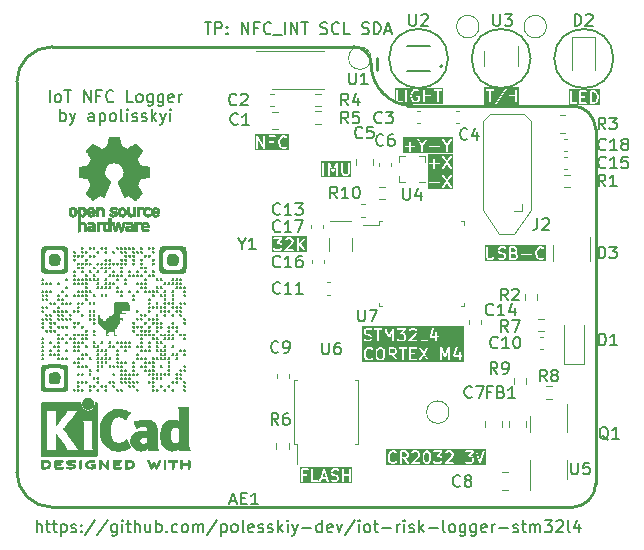
<source format=gbr>
G04 #@! TF.GenerationSoftware,KiCad,Pcbnew,8.0.0*
G04 #@! TF.CreationDate,2024-03-21T15:50:23+02:00*
G04 #@! TF.ProjectId,iot-risk-logger-stm32l4,696f742d-7269-4736-9b2d-6c6f67676572,1.0.0*
G04 #@! TF.SameCoordinates,Original*
G04 #@! TF.FileFunction,Legend,Top*
G04 #@! TF.FilePolarity,Positive*
%FSLAX46Y46*%
G04 Gerber Fmt 4.6, Leading zero omitted, Abs format (unit mm)*
G04 Created by KiCad (PCBNEW 8.0.0) date 2024-03-21 15:50:23*
%MOMM*%
%LPD*%
G01*
G04 APERTURE LIST*
%ADD10C,0.254000*%
%ADD11C,0.150000*%
%ADD12C,0.120000*%
%ADD13C,0.010000*%
%ADD14C,0.127000*%
%ADD15C,0.200000*%
%ADD16C,0.000000*%
G04 APERTURE END LIST*
D10*
X75879422Y-64577432D02*
X31879422Y-64577432D01*
D11*
X72379422Y-26577432D02*
G75*
G02*
X67379422Y-26577432I-2500000J0D01*
G01*
X67379422Y-26577432D02*
G75*
G02*
X72379422Y-26577432I2500000J0D01*
G01*
X65384422Y-26577432D02*
G75*
G02*
X60384422Y-26577432I-2500000J0D01*
G01*
X60384422Y-26577432D02*
G75*
G02*
X65384422Y-26577432I2500000J0D01*
G01*
D10*
X77879422Y-62577432D02*
G75*
G02*
X75879422Y-64577422I-2000022J32D01*
G01*
X31879422Y-64577432D02*
G75*
G02*
X28879368Y-61577432I-22J3000032D01*
G01*
X28879422Y-61577432D02*
X28879422Y-28577432D01*
X57379422Y-25572432D02*
G75*
G02*
X58884368Y-27077432I-22J-1504968D01*
G01*
D11*
X79379422Y-26577432D02*
G75*
G02*
X74379422Y-26577432I-2500000J0D01*
G01*
X74379422Y-26577432D02*
G75*
G02*
X79379422Y-26577432I2500000J0D01*
G01*
D10*
X59384422Y-26577432D02*
X59389422Y-27577432D01*
X75879421Y-30577432D02*
X61878597Y-30572427D01*
X62373597Y-30572426D02*
G75*
G02*
X58884369Y-27077432I5803J3495026D01*
G01*
X28879422Y-28577432D02*
G75*
G02*
X31879422Y-25577432I2999998J2D01*
G01*
X77879421Y-32577432D02*
X77879421Y-62577432D01*
X31879422Y-25577432D02*
X57379422Y-25577432D01*
X75879421Y-30577432D02*
G75*
G02*
X77879368Y-32577432I-21J-1999968D01*
G01*
D11*
G36*
X77828435Y-29463722D02*
G01*
X77902644Y-29536512D01*
X77941335Y-29611647D01*
X77985953Y-29785077D01*
X77987095Y-29909849D01*
X77945069Y-30082972D01*
X77906344Y-30162782D01*
X77832067Y-30238508D01*
X77718988Y-30277299D01*
X77564381Y-30278181D01*
X77563172Y-29426830D01*
X77711839Y-29425983D01*
X77828435Y-29463722D01*
G37*
G36*
X78247026Y-30538362D02*
G01*
X75589090Y-30538362D01*
X75589090Y-29352251D01*
X75700201Y-29352251D01*
X75701642Y-30366883D01*
X75712841Y-30393919D01*
X75733533Y-30414611D01*
X75760569Y-30425810D01*
X75775201Y-30427251D01*
X76266023Y-30425810D01*
X76293059Y-30414611D01*
X76313751Y-30393919D01*
X76324950Y-30366883D01*
X76324950Y-30337619D01*
X76313751Y-30310583D01*
X76293059Y-30289891D01*
X76266023Y-30278692D01*
X76251391Y-30277251D01*
X75850096Y-30278429D01*
X75848781Y-29352251D01*
X76509725Y-29352251D01*
X76511166Y-30366883D01*
X76522365Y-30393919D01*
X76543057Y-30414611D01*
X76570093Y-30425810D01*
X76584725Y-30427251D01*
X77075547Y-30425810D01*
X77102583Y-30414611D01*
X77123275Y-30393919D01*
X77134474Y-30366883D01*
X77134474Y-30337619D01*
X77123275Y-30310583D01*
X77102583Y-30289891D01*
X77075547Y-30278692D01*
X77060915Y-30277251D01*
X76659620Y-30278429D01*
X76659087Y-29903133D01*
X76932690Y-29902000D01*
X76959726Y-29890801D01*
X76980418Y-29870109D01*
X76991617Y-29843073D01*
X76991617Y-29813809D01*
X76980418Y-29786773D01*
X76959726Y-29766081D01*
X76932690Y-29754882D01*
X76918058Y-29753441D01*
X76658876Y-29754514D01*
X76658410Y-29427034D01*
X77075547Y-29425810D01*
X77102583Y-29414611D01*
X77123275Y-29393919D01*
X77134474Y-29366883D01*
X77134474Y-29352251D01*
X77414487Y-29352251D01*
X77415928Y-30366883D01*
X77427127Y-30393919D01*
X77447819Y-30414611D01*
X77474855Y-30425810D01*
X77489487Y-30427251D01*
X77726256Y-30425900D01*
X77736962Y-30426662D01*
X77740670Y-30425818D01*
X77742214Y-30425810D01*
X77744045Y-30425051D01*
X77751299Y-30423402D01*
X77883089Y-30378191D01*
X77885071Y-30378191D01*
X77894623Y-30374234D01*
X77907581Y-30369789D01*
X77909616Y-30368023D01*
X77912107Y-30366992D01*
X77923472Y-30357665D01*
X78017404Y-30261900D01*
X78024927Y-30255377D01*
X78026939Y-30252180D01*
X78028038Y-30251060D01*
X78028795Y-30249230D01*
X78032759Y-30242934D01*
X78077027Y-30151701D01*
X78081110Y-30146191D01*
X78085045Y-30135175D01*
X78085633Y-30133965D01*
X78085671Y-30133424D01*
X78086057Y-30132345D01*
X78131297Y-29945979D01*
X78134474Y-29938311D01*
X78135371Y-29929196D01*
X78135826Y-29927325D01*
X78135663Y-29926232D01*
X78135915Y-29923679D01*
X78134647Y-29785099D01*
X78135826Y-29777176D01*
X78134491Y-29768151D01*
X78134474Y-29766190D01*
X78134051Y-29765168D01*
X78133676Y-29762632D01*
X78086158Y-29577933D01*
X78085633Y-29570536D01*
X78081429Y-29559553D01*
X78081110Y-29558310D01*
X78080787Y-29557874D01*
X78080378Y-29556805D01*
X78031689Y-29462255D01*
X78028038Y-29453440D01*
X78025653Y-29450534D01*
X78024927Y-29449124D01*
X78023430Y-29447825D01*
X78018710Y-29442075D01*
X77930539Y-29355590D01*
X77929688Y-29353887D01*
X77922045Y-29347258D01*
X77912107Y-29337510D01*
X77909616Y-29336478D01*
X77907581Y-29334713D01*
X77894156Y-29328719D01*
X77751577Y-29282570D01*
X77742214Y-29278692D01*
X77738448Y-29278321D01*
X77736962Y-29277840D01*
X77734987Y-29277980D01*
X77727582Y-29277251D01*
X77474855Y-29278692D01*
X77447819Y-29289891D01*
X77427127Y-29310583D01*
X77415928Y-29337619D01*
X77414487Y-29352251D01*
X77134474Y-29352251D01*
X77134474Y-29337619D01*
X77123275Y-29310583D01*
X77102583Y-29289891D01*
X77075547Y-29278692D01*
X77060915Y-29277251D01*
X76570093Y-29278692D01*
X76543057Y-29289891D01*
X76522365Y-29310583D01*
X76511166Y-29337619D01*
X76509725Y-29352251D01*
X75848781Y-29352251D01*
X75848760Y-29337619D01*
X75837561Y-29310583D01*
X75816869Y-29289891D01*
X75789833Y-29278692D01*
X75760569Y-29278692D01*
X75733533Y-29289891D01*
X75712841Y-29310583D01*
X75701642Y-29337619D01*
X75700201Y-29352251D01*
X75589090Y-29352251D01*
X75589090Y-29166140D01*
X78247026Y-29166140D01*
X78247026Y-30538362D01*
G37*
G36*
X63695130Y-59939303D02*
G01*
X63726457Y-59969547D01*
X63764811Y-60044028D01*
X63809414Y-60217400D01*
X63810667Y-60437073D01*
X63768545Y-60610591D01*
X63729720Y-60690607D01*
X63699474Y-60721936D01*
X63630494Y-60757458D01*
X63570333Y-60758247D01*
X63502224Y-60725199D01*
X63470897Y-60694953D01*
X63432542Y-60620472D01*
X63387939Y-60447100D01*
X63386686Y-60227427D01*
X63428808Y-60053909D01*
X63467634Y-59973892D01*
X63497878Y-59942565D01*
X63566859Y-59907043D01*
X63627020Y-59906254D01*
X63695130Y-59939303D01*
G37*
G36*
X61837987Y-59939303D02*
G01*
X61869314Y-59969547D01*
X61904772Y-60038404D01*
X61905757Y-60146036D01*
X61872577Y-60214417D01*
X61842332Y-60245745D01*
X61773644Y-60281116D01*
X61647493Y-60281576D01*
X61644671Y-60281078D01*
X61642337Y-60281594D01*
X61482419Y-60282177D01*
X61481886Y-59906982D01*
X61769220Y-59905935D01*
X61837987Y-59939303D01*
G37*
G36*
X68641342Y-61018362D02*
G01*
X60174471Y-61018362D01*
X60174471Y-60260822D01*
X60285582Y-60260822D01*
X60286849Y-60399401D01*
X60285671Y-60407325D01*
X60287005Y-60416349D01*
X60287023Y-60418311D01*
X60287445Y-60419332D01*
X60287821Y-60421869D01*
X60335338Y-60606567D01*
X60335864Y-60613964D01*
X60340066Y-60624946D01*
X60340387Y-60626191D01*
X60340709Y-60626626D01*
X60341119Y-60627696D01*
X60389809Y-60722248D01*
X60393459Y-60731060D01*
X60395842Y-60733964D01*
X60396570Y-60735377D01*
X60398068Y-60736676D01*
X60402787Y-60742426D01*
X60490956Y-60828911D01*
X60491808Y-60830615D01*
X60499452Y-60837245D01*
X60509390Y-60846993D01*
X60511880Y-60848024D01*
X60513915Y-60849789D01*
X60527341Y-60855783D01*
X60669922Y-60901932D01*
X60679283Y-60905810D01*
X60683046Y-60906180D01*
X60684534Y-60906662D01*
X60686508Y-60906521D01*
X60693915Y-60907251D01*
X60789232Y-60906000D01*
X60798533Y-60906662D01*
X60802187Y-60905830D01*
X60803785Y-60905810D01*
X60805616Y-60905051D01*
X60812870Y-60903402D01*
X60944660Y-60858191D01*
X60946642Y-60858191D01*
X60956194Y-60854234D01*
X60969152Y-60849789D01*
X60971187Y-60848023D01*
X60973678Y-60846992D01*
X60985044Y-60837664D01*
X61041990Y-60778679D01*
X61053188Y-60751643D01*
X61053188Y-60722380D01*
X61041989Y-60695344D01*
X61021296Y-60674651D01*
X60994260Y-60663453D01*
X60964997Y-60663453D01*
X60937961Y-60674652D01*
X60926595Y-60683980D01*
X60893073Y-60718701D01*
X60780366Y-60757366D01*
X60708988Y-60758302D01*
X60593061Y-60720780D01*
X60518853Y-60647990D01*
X60480161Y-60572853D01*
X60435543Y-60399423D01*
X60434401Y-60274651D01*
X60476427Y-60101528D01*
X60515152Y-60021718D01*
X60589431Y-59945993D01*
X60702700Y-59907135D01*
X60774079Y-59906199D01*
X60890272Y-59943808D01*
X60937961Y-59989849D01*
X60964997Y-60001048D01*
X60994260Y-60001048D01*
X61021296Y-59989849D01*
X61041989Y-59969156D01*
X61053188Y-59942120D01*
X61053188Y-59912857D01*
X61041989Y-59885821D01*
X61032662Y-59874456D01*
X60991835Y-59835040D01*
X60991259Y-59833887D01*
X60989373Y-59832251D01*
X61333201Y-59832251D01*
X61334642Y-60846883D01*
X61345841Y-60873919D01*
X61366533Y-60894611D01*
X61393569Y-60905810D01*
X61422833Y-60905810D01*
X61449869Y-60894611D01*
X61470561Y-60873919D01*
X61481760Y-60846883D01*
X61483201Y-60832251D01*
X61482630Y-60430788D01*
X61606853Y-60430336D01*
X61927758Y-60886421D01*
X61952437Y-60902148D01*
X61981254Y-60907234D01*
X62009825Y-60900904D01*
X62033799Y-60884122D01*
X62049526Y-60859444D01*
X62051742Y-60846883D01*
X62239404Y-60846883D01*
X62250603Y-60873919D01*
X62271295Y-60894611D01*
X62298331Y-60905810D01*
X62312963Y-60907251D01*
X62946642Y-60905810D01*
X62973678Y-60894611D01*
X62994370Y-60873919D01*
X63005569Y-60846883D01*
X63005569Y-60817619D01*
X62994370Y-60790583D01*
X62973678Y-60769891D01*
X62946642Y-60758692D01*
X62932010Y-60757251D01*
X62492585Y-60758250D01*
X62928097Y-60321210D01*
X62930374Y-60320072D01*
X62938045Y-60311227D01*
X62946752Y-60302490D01*
X62947783Y-60299999D01*
X62949548Y-60297965D01*
X62955542Y-60284539D01*
X62978631Y-60213203D01*
X63237963Y-60213203D01*
X63239293Y-60446598D01*
X63238052Y-60454944D01*
X63239393Y-60464015D01*
X63239404Y-60465930D01*
X63239826Y-60466951D01*
X63240202Y-60469488D01*
X63287719Y-60654186D01*
X63288245Y-60661583D01*
X63292447Y-60672565D01*
X63292768Y-60673810D01*
X63293090Y-60674245D01*
X63293500Y-60675315D01*
X63342190Y-60769867D01*
X63345840Y-60778679D01*
X63348223Y-60781583D01*
X63348951Y-60782996D01*
X63350449Y-60784295D01*
X63355167Y-60790044D01*
X63404202Y-60837385D01*
X63409836Y-60843882D01*
X63412981Y-60845861D01*
X63414152Y-60846992D01*
X63415979Y-60847749D01*
X63422279Y-60851714D01*
X63508168Y-60893389D01*
X63509390Y-60894611D01*
X63518249Y-60898280D01*
X63531248Y-60904588D01*
X63533937Y-60904779D01*
X63536426Y-60905810D01*
X63551058Y-60907251D01*
X63635364Y-60906145D01*
X63636915Y-60906662D01*
X63646184Y-60906003D01*
X63660928Y-60905810D01*
X63663417Y-60904778D01*
X63666105Y-60904588D01*
X63679837Y-60899333D01*
X63774391Y-60850641D01*
X63783202Y-60846992D01*
X63786104Y-60844609D01*
X63787518Y-60843882D01*
X63788818Y-60842382D01*
X63794568Y-60837664D01*
X63841909Y-60788627D01*
X63848403Y-60782996D01*
X63850382Y-60779850D01*
X63851514Y-60778679D01*
X63852271Y-60776849D01*
X63856235Y-60770553D01*
X63865410Y-60751643D01*
X64144166Y-60751643D01*
X64155364Y-60778679D01*
X64164691Y-60790044D01*
X64213726Y-60837385D01*
X64219360Y-60843882D01*
X64222505Y-60845861D01*
X64223676Y-60846992D01*
X64225503Y-60847749D01*
X64231803Y-60851714D01*
X64317692Y-60893389D01*
X64318914Y-60894611D01*
X64327773Y-60898280D01*
X64340772Y-60904588D01*
X64343461Y-60904779D01*
X64345950Y-60905810D01*
X64360582Y-60907251D01*
X64634736Y-60905935D01*
X64636915Y-60906662D01*
X64648035Y-60905871D01*
X64660928Y-60905810D01*
X64663417Y-60904778D01*
X64666105Y-60904588D01*
X64679837Y-60899333D01*
X64774391Y-60850641D01*
X64783202Y-60846992D01*
X64783335Y-60846883D01*
X65096547Y-60846883D01*
X65107746Y-60873919D01*
X65128438Y-60894611D01*
X65155474Y-60905810D01*
X65170106Y-60907251D01*
X65803785Y-60905810D01*
X65830821Y-60894611D01*
X65851513Y-60873919D01*
X65862712Y-60846883D01*
X65862712Y-60817619D01*
X65851513Y-60790583D01*
X65830821Y-60769891D01*
X65803785Y-60758692D01*
X65789153Y-60757251D01*
X65349728Y-60758250D01*
X65356312Y-60751643D01*
X66810833Y-60751643D01*
X66822031Y-60778679D01*
X66831358Y-60790044D01*
X66880393Y-60837385D01*
X66886027Y-60843882D01*
X66889172Y-60845861D01*
X66890343Y-60846992D01*
X66892170Y-60847749D01*
X66898470Y-60851714D01*
X66984359Y-60893389D01*
X66985581Y-60894611D01*
X66994440Y-60898280D01*
X67007439Y-60904588D01*
X67010128Y-60904779D01*
X67012617Y-60905810D01*
X67027249Y-60907251D01*
X67301403Y-60905935D01*
X67303582Y-60906662D01*
X67314702Y-60905871D01*
X67327595Y-60905810D01*
X67330084Y-60904778D01*
X67332772Y-60904588D01*
X67346504Y-60899333D01*
X67441058Y-60850641D01*
X67449869Y-60846992D01*
X67452771Y-60844609D01*
X67454185Y-60843882D01*
X67455485Y-60842382D01*
X67461235Y-60837664D01*
X67508576Y-60788627D01*
X67515070Y-60782996D01*
X67517049Y-60779850D01*
X67518181Y-60778679D01*
X67518938Y-60776849D01*
X67522902Y-60770553D01*
X67564577Y-60684663D01*
X67565799Y-60683442D01*
X67569468Y-60674582D01*
X67575776Y-60661584D01*
X67575967Y-60658894D01*
X67576998Y-60656406D01*
X67578439Y-60641774D01*
X67577146Y-60415168D01*
X67577850Y-60413059D01*
X67577072Y-60402116D01*
X67576998Y-60389047D01*
X67575967Y-60386558D01*
X67575776Y-60383869D01*
X67570521Y-60370138D01*
X67521829Y-60275583D01*
X67518180Y-60266773D01*
X67515797Y-60263870D01*
X67515070Y-60262457D01*
X67513571Y-60261157D01*
X67508853Y-60255408D01*
X67459817Y-60208066D01*
X67454185Y-60201572D01*
X67451039Y-60199592D01*
X67449869Y-60198462D01*
X67448041Y-60197704D01*
X67441742Y-60193740D01*
X67355853Y-60152065D01*
X67354631Y-60150843D01*
X67345765Y-60147170D01*
X67332772Y-60140866D01*
X67332483Y-60140845D01*
X67557666Y-59882051D01*
X67565799Y-59873919D01*
X67566758Y-59871602D01*
X67568433Y-59869678D01*
X67572334Y-59858140D01*
X67576998Y-59846883D01*
X67576998Y-59844352D01*
X67577808Y-59841957D01*
X67577786Y-59841631D01*
X67714743Y-59841631D01*
X67718003Y-59855968D01*
X68049780Y-60846845D01*
X68050151Y-60852061D01*
X68054315Y-60860391D01*
X68057330Y-60869393D01*
X68060840Y-60873440D01*
X68063237Y-60878234D01*
X68070345Y-60884399D01*
X68076504Y-60891500D01*
X68081293Y-60893894D01*
X68085344Y-60897408D01*
X68094269Y-60900382D01*
X68102677Y-60904587D01*
X68108021Y-60904966D01*
X68113107Y-60906662D01*
X68122487Y-60905995D01*
X68131867Y-60906662D01*
X68136952Y-60904966D01*
X68142297Y-60904587D01*
X68150707Y-60900381D01*
X68159629Y-60897408D01*
X68163676Y-60893897D01*
X68168470Y-60891501D01*
X68174633Y-60884395D01*
X68181737Y-60878234D01*
X68184132Y-60873442D01*
X68187644Y-60869394D01*
X68193638Y-60855968D01*
X68530231Y-59841632D01*
X68528156Y-59812442D01*
X68515070Y-59786268D01*
X68492962Y-59767094D01*
X68465200Y-59757840D01*
X68436010Y-59759915D01*
X68409837Y-59773002D01*
X68390663Y-59795109D01*
X68384669Y-59808534D01*
X68122919Y-60597327D01*
X67854311Y-59795108D01*
X67835137Y-59773001D01*
X67808964Y-59759915D01*
X67779774Y-59757840D01*
X67752011Y-59767094D01*
X67729904Y-59786268D01*
X67716818Y-59812441D01*
X67714743Y-59841631D01*
X67577786Y-59841631D01*
X67576998Y-59829803D01*
X67576998Y-59817619D01*
X67576030Y-59815282D01*
X67575862Y-59812759D01*
X67570459Y-59801833D01*
X67565799Y-59790583D01*
X67564012Y-59788796D01*
X67562890Y-59786527D01*
X67553717Y-59778501D01*
X67545107Y-59769891D01*
X67542770Y-59768922D01*
X67540866Y-59767257D01*
X67529328Y-59763355D01*
X67518071Y-59758692D01*
X67514500Y-59758340D01*
X67513145Y-59757882D01*
X67511177Y-59758013D01*
X67503439Y-59757251D01*
X66869760Y-59758692D01*
X66842724Y-59769891D01*
X66822032Y-59790583D01*
X66810833Y-59817619D01*
X66810833Y-59846883D01*
X66822032Y-59873919D01*
X66842724Y-59894611D01*
X66869760Y-59905810D01*
X66884392Y-59907251D01*
X67339663Y-59906215D01*
X67115878Y-60163402D01*
X67107746Y-60171535D01*
X67106786Y-60173851D01*
X67105112Y-60175776D01*
X67101210Y-60187313D01*
X67096547Y-60198571D01*
X67096547Y-60201101D01*
X67095737Y-60203497D01*
X67096547Y-60215650D01*
X67096547Y-60227835D01*
X67097514Y-60230171D01*
X67097683Y-60232695D01*
X67103085Y-60243620D01*
X67107746Y-60254871D01*
X67109532Y-60256657D01*
X67110655Y-60258927D01*
X67119827Y-60266952D01*
X67128438Y-60275563D01*
X67130774Y-60276531D01*
X67132679Y-60278197D01*
X67144216Y-60282098D01*
X67155474Y-60286762D01*
X67159044Y-60287113D01*
X67160400Y-60287572D01*
X67162367Y-60287440D01*
X67170106Y-60288203D01*
X67293415Y-60287074D01*
X67361797Y-60320255D01*
X67393124Y-60350499D01*
X67428527Y-60419250D01*
X67429683Y-60621986D01*
X67396387Y-60690607D01*
X67366141Y-60721936D01*
X67297419Y-60757325D01*
X67047100Y-60758526D01*
X66978415Y-60725199D01*
X66926060Y-60674652D01*
X66899024Y-60663453D01*
X66869761Y-60663453D01*
X66842725Y-60674651D01*
X66822032Y-60695344D01*
X66810833Y-60722380D01*
X66810833Y-60751643D01*
X65356312Y-60751643D01*
X65785240Y-60321210D01*
X65787517Y-60320072D01*
X65795188Y-60311227D01*
X65803895Y-60302490D01*
X65804926Y-60299999D01*
X65806691Y-60297965D01*
X65812685Y-60284539D01*
X65858834Y-60141957D01*
X65862712Y-60132597D01*
X65863082Y-60128833D01*
X65863564Y-60127346D01*
X65863423Y-60125371D01*
X65864153Y-60117965D01*
X65863047Y-60033657D01*
X65863564Y-60032107D01*
X65862905Y-60022836D01*
X65862712Y-60008095D01*
X65861681Y-60005606D01*
X65861490Y-60002917D01*
X65856235Y-59989186D01*
X65807543Y-59894631D01*
X65803894Y-59885821D01*
X65801511Y-59882918D01*
X65800784Y-59881505D01*
X65799285Y-59880205D01*
X65794567Y-59874456D01*
X65745531Y-59827114D01*
X65739899Y-59820620D01*
X65736753Y-59818640D01*
X65735583Y-59817510D01*
X65733755Y-59816752D01*
X65727456Y-59812788D01*
X65641567Y-59771113D01*
X65640345Y-59769891D01*
X65631479Y-59766218D01*
X65618486Y-59759914D01*
X65615798Y-59759723D01*
X65613309Y-59758692D01*
X65598677Y-59757251D01*
X65372071Y-59758543D01*
X65369962Y-59757840D01*
X65359019Y-59758617D01*
X65345950Y-59758692D01*
X65343461Y-59759722D01*
X65340772Y-59759914D01*
X65327041Y-59765169D01*
X65232486Y-59813860D01*
X65223676Y-59817510D01*
X65220773Y-59819892D01*
X65219360Y-59820620D01*
X65218060Y-59822118D01*
X65212311Y-59826837D01*
X65155365Y-59885821D01*
X65144166Y-59912858D01*
X65144166Y-59942120D01*
X65155365Y-59969157D01*
X65176057Y-59989849D01*
X65203094Y-60001048D01*
X65232356Y-60001048D01*
X65259393Y-59989849D01*
X65270758Y-59980522D01*
X65307402Y-59942565D01*
X65376153Y-59907162D01*
X65578889Y-59906006D01*
X65647511Y-59939303D01*
X65678838Y-59969547D01*
X65714360Y-60038528D01*
X65715204Y-60102891D01*
X65677765Y-60218562D01*
X65107746Y-60790583D01*
X65096547Y-60817619D01*
X65096547Y-60846883D01*
X64783335Y-60846883D01*
X64786104Y-60844609D01*
X64787518Y-60843882D01*
X64788818Y-60842382D01*
X64794568Y-60837664D01*
X64841909Y-60788627D01*
X64848403Y-60782996D01*
X64850382Y-60779850D01*
X64851514Y-60778679D01*
X64852271Y-60776849D01*
X64856235Y-60770553D01*
X64897910Y-60684663D01*
X64899132Y-60683442D01*
X64902801Y-60674582D01*
X64909109Y-60661584D01*
X64909300Y-60658894D01*
X64910331Y-60656406D01*
X64911772Y-60641774D01*
X64910479Y-60415168D01*
X64911183Y-60413059D01*
X64910405Y-60402116D01*
X64910331Y-60389047D01*
X64909300Y-60386558D01*
X64909109Y-60383869D01*
X64903854Y-60370138D01*
X64855162Y-60275583D01*
X64851513Y-60266773D01*
X64849130Y-60263870D01*
X64848403Y-60262457D01*
X64846904Y-60261157D01*
X64842186Y-60255408D01*
X64793150Y-60208066D01*
X64787518Y-60201572D01*
X64784372Y-60199592D01*
X64783202Y-60198462D01*
X64781374Y-60197704D01*
X64775075Y-60193740D01*
X64689186Y-60152065D01*
X64687964Y-60150843D01*
X64679098Y-60147170D01*
X64666105Y-60140866D01*
X64665816Y-60140845D01*
X64890999Y-59882051D01*
X64899132Y-59873919D01*
X64900091Y-59871602D01*
X64901766Y-59869678D01*
X64905667Y-59858140D01*
X64910331Y-59846883D01*
X64910331Y-59844352D01*
X64911141Y-59841957D01*
X64910331Y-59829803D01*
X64910331Y-59817619D01*
X64909363Y-59815282D01*
X64909195Y-59812759D01*
X64903792Y-59801833D01*
X64899132Y-59790583D01*
X64897345Y-59788796D01*
X64896223Y-59786527D01*
X64887050Y-59778501D01*
X64878440Y-59769891D01*
X64876103Y-59768922D01*
X64874199Y-59767257D01*
X64862661Y-59763355D01*
X64851404Y-59758692D01*
X64847833Y-59758340D01*
X64846478Y-59757882D01*
X64844510Y-59758013D01*
X64836772Y-59757251D01*
X64203093Y-59758692D01*
X64176057Y-59769891D01*
X64155365Y-59790583D01*
X64144166Y-59817619D01*
X64144166Y-59846883D01*
X64155365Y-59873919D01*
X64176057Y-59894611D01*
X64203093Y-59905810D01*
X64217725Y-59907251D01*
X64672996Y-59906215D01*
X64449211Y-60163402D01*
X64441079Y-60171535D01*
X64440119Y-60173851D01*
X64438445Y-60175776D01*
X64434543Y-60187313D01*
X64429880Y-60198571D01*
X64429880Y-60201101D01*
X64429070Y-60203497D01*
X64429880Y-60215650D01*
X64429880Y-60227835D01*
X64430847Y-60230171D01*
X64431016Y-60232695D01*
X64436418Y-60243620D01*
X64441079Y-60254871D01*
X64442865Y-60256657D01*
X64443988Y-60258927D01*
X64453160Y-60266952D01*
X64461771Y-60275563D01*
X64464107Y-60276531D01*
X64466012Y-60278197D01*
X64477549Y-60282098D01*
X64488807Y-60286762D01*
X64492377Y-60287113D01*
X64493733Y-60287572D01*
X64495700Y-60287440D01*
X64503439Y-60288203D01*
X64626748Y-60287074D01*
X64695130Y-60320255D01*
X64726457Y-60350499D01*
X64761860Y-60419250D01*
X64763016Y-60621986D01*
X64729720Y-60690607D01*
X64699474Y-60721936D01*
X64630752Y-60757325D01*
X64380433Y-60758526D01*
X64311748Y-60725199D01*
X64259393Y-60674652D01*
X64232357Y-60663453D01*
X64203094Y-60663453D01*
X64176058Y-60674651D01*
X64155365Y-60695344D01*
X64144166Y-60722380D01*
X64144166Y-60751643D01*
X63865410Y-60751643D01*
X63900503Y-60679320D01*
X63904586Y-60673810D01*
X63908521Y-60662794D01*
X63909109Y-60661584D01*
X63909147Y-60661043D01*
X63909533Y-60659964D01*
X63954773Y-60473598D01*
X63957950Y-60465930D01*
X63958847Y-60456815D01*
X63959302Y-60454944D01*
X63959139Y-60453851D01*
X63959391Y-60451298D01*
X63958060Y-60217902D01*
X63959302Y-60209557D01*
X63957960Y-60200485D01*
X63957950Y-60198571D01*
X63957527Y-60197549D01*
X63957152Y-60195013D01*
X63909634Y-60010314D01*
X63909109Y-60002917D01*
X63904905Y-59991934D01*
X63904586Y-59990691D01*
X63904263Y-59990255D01*
X63903854Y-59989186D01*
X63855162Y-59894631D01*
X63851513Y-59885821D01*
X63849130Y-59882918D01*
X63848403Y-59881505D01*
X63846904Y-59880205D01*
X63842186Y-59874456D01*
X63793150Y-59827114D01*
X63787518Y-59820620D01*
X63784372Y-59818640D01*
X63783202Y-59817510D01*
X63781374Y-59816752D01*
X63775075Y-59812788D01*
X63689186Y-59771113D01*
X63687964Y-59769891D01*
X63679098Y-59766218D01*
X63666105Y-59759914D01*
X63663417Y-59759723D01*
X63660928Y-59758692D01*
X63646296Y-59757251D01*
X63561988Y-59758356D01*
X63560438Y-59757840D01*
X63551167Y-59758498D01*
X63536426Y-59758692D01*
X63533937Y-59759722D01*
X63531248Y-59759914D01*
X63517517Y-59765169D01*
X63422962Y-59813860D01*
X63414152Y-59817510D01*
X63411249Y-59819892D01*
X63409836Y-59820620D01*
X63408536Y-59822118D01*
X63402787Y-59826837D01*
X63355445Y-59875872D01*
X63348951Y-59881505D01*
X63346971Y-59884650D01*
X63345841Y-59885821D01*
X63345083Y-59887648D01*
X63341119Y-59893948D01*
X63296852Y-59985179D01*
X63292768Y-59990691D01*
X63288830Y-60001710D01*
X63288245Y-60002918D01*
X63288206Y-60003457D01*
X63287821Y-60004537D01*
X63242580Y-60190902D01*
X63239404Y-60198571D01*
X63238506Y-60207685D01*
X63238052Y-60209557D01*
X63238214Y-60210649D01*
X63237963Y-60213203D01*
X62978631Y-60213203D01*
X63001691Y-60141957D01*
X63005569Y-60132597D01*
X63005939Y-60128833D01*
X63006421Y-60127346D01*
X63006280Y-60125371D01*
X63007010Y-60117965D01*
X63005904Y-60033657D01*
X63006421Y-60032107D01*
X63005762Y-60022836D01*
X63005569Y-60008095D01*
X63004538Y-60005606D01*
X63004347Y-60002917D01*
X62999092Y-59989186D01*
X62950400Y-59894631D01*
X62946751Y-59885821D01*
X62944368Y-59882918D01*
X62943641Y-59881505D01*
X62942142Y-59880205D01*
X62937424Y-59874456D01*
X62888388Y-59827114D01*
X62882756Y-59820620D01*
X62879610Y-59818640D01*
X62878440Y-59817510D01*
X62876612Y-59816752D01*
X62870313Y-59812788D01*
X62784424Y-59771113D01*
X62783202Y-59769891D01*
X62774336Y-59766218D01*
X62761343Y-59759914D01*
X62758655Y-59759723D01*
X62756166Y-59758692D01*
X62741534Y-59757251D01*
X62514928Y-59758543D01*
X62512819Y-59757840D01*
X62501876Y-59758617D01*
X62488807Y-59758692D01*
X62486318Y-59759722D01*
X62483629Y-59759914D01*
X62469898Y-59765169D01*
X62375343Y-59813860D01*
X62366533Y-59817510D01*
X62363630Y-59819892D01*
X62362217Y-59820620D01*
X62360917Y-59822118D01*
X62355168Y-59826837D01*
X62298222Y-59885821D01*
X62287023Y-59912858D01*
X62287023Y-59942120D01*
X62298222Y-59969157D01*
X62318914Y-59989849D01*
X62345951Y-60001048D01*
X62375213Y-60001048D01*
X62402250Y-59989849D01*
X62413615Y-59980522D01*
X62450259Y-59942565D01*
X62519010Y-59907162D01*
X62721746Y-59906006D01*
X62790368Y-59939303D01*
X62821695Y-59969547D01*
X62857217Y-60038528D01*
X62858061Y-60102891D01*
X62820622Y-60218562D01*
X62250603Y-60790583D01*
X62239404Y-60817619D01*
X62239404Y-60846883D01*
X62051742Y-60846883D01*
X62054611Y-60830626D01*
X62048282Y-60802055D01*
X62041072Y-60789242D01*
X61788215Y-60429871D01*
X61791113Y-60429665D01*
X61803785Y-60429619D01*
X61806274Y-60428587D01*
X61808962Y-60428397D01*
X61822694Y-60423142D01*
X61917250Y-60374449D01*
X61926059Y-60370801D01*
X61928961Y-60368418D01*
X61930375Y-60367691D01*
X61931674Y-60366192D01*
X61937424Y-60361474D01*
X61984765Y-60312438D01*
X61991260Y-60306806D01*
X61993239Y-60303660D01*
X61994370Y-60302490D01*
X61995127Y-60300662D01*
X61999092Y-60294363D01*
X62040767Y-60208473D01*
X62041989Y-60207252D01*
X62045658Y-60198392D01*
X62051966Y-60185394D01*
X62052157Y-60182704D01*
X62053188Y-60180216D01*
X62054629Y-60165584D01*
X62053424Y-60033953D01*
X62054040Y-60032107D01*
X62053314Y-60021892D01*
X62053188Y-60008095D01*
X62052157Y-60005606D01*
X62051966Y-60002917D01*
X62046711Y-59989186D01*
X61998019Y-59894631D01*
X61994370Y-59885821D01*
X61991987Y-59882918D01*
X61991260Y-59881505D01*
X61989761Y-59880205D01*
X61985043Y-59874456D01*
X61936007Y-59827114D01*
X61930375Y-59820620D01*
X61927229Y-59818640D01*
X61926059Y-59817510D01*
X61924231Y-59816752D01*
X61917932Y-59812788D01*
X61832043Y-59771113D01*
X61830821Y-59769891D01*
X61821955Y-59766218D01*
X61808962Y-59759914D01*
X61806274Y-59759723D01*
X61803785Y-59758692D01*
X61789153Y-59757251D01*
X61393569Y-59758692D01*
X61366533Y-59769891D01*
X61345841Y-59790583D01*
X61334642Y-59817619D01*
X61333201Y-59832251D01*
X60989373Y-59832251D01*
X60985179Y-59828613D01*
X60973678Y-59817510D01*
X60971187Y-59816478D01*
X60969152Y-59814713D01*
X60955727Y-59808719D01*
X60813148Y-59762570D01*
X60803785Y-59758692D01*
X60800019Y-59758321D01*
X60798533Y-59757840D01*
X60796558Y-59757980D01*
X60789153Y-59757251D01*
X60693834Y-59758501D01*
X60684534Y-59757840D01*
X60680879Y-59758671D01*
X60679283Y-59758692D01*
X60677452Y-59759450D01*
X60670197Y-59761100D01*
X60538407Y-59806311D01*
X60536427Y-59806311D01*
X60526877Y-59810266D01*
X60513915Y-59814713D01*
X60511880Y-59816477D01*
X60509390Y-59817509D01*
X60498025Y-59826837D01*
X60404093Y-59922599D01*
X60396570Y-59929124D01*
X60394557Y-59932320D01*
X60393460Y-59933440D01*
X60392702Y-59935267D01*
X60388738Y-59941567D01*
X60344471Y-60032798D01*
X60340387Y-60038310D01*
X60336449Y-60049329D01*
X60335864Y-60050537D01*
X60335825Y-60051076D01*
X60335440Y-60052156D01*
X60290199Y-60238521D01*
X60287023Y-60246190D01*
X60286125Y-60255304D01*
X60285671Y-60257176D01*
X60285833Y-60258268D01*
X60285582Y-60260822D01*
X60174471Y-60260822D01*
X60174471Y-59646140D01*
X68641342Y-59646140D01*
X68641342Y-61018362D01*
G37*
X30563201Y-66674251D02*
X30563201Y-65674251D01*
X30991772Y-66674251D02*
X30991772Y-66150441D01*
X30991772Y-66150441D02*
X30944153Y-66055203D01*
X30944153Y-66055203D02*
X30848915Y-66007584D01*
X30848915Y-66007584D02*
X30706058Y-66007584D01*
X30706058Y-66007584D02*
X30610820Y-66055203D01*
X30610820Y-66055203D02*
X30563201Y-66102822D01*
X31325106Y-66007584D02*
X31706058Y-66007584D01*
X31467963Y-65674251D02*
X31467963Y-66531393D01*
X31467963Y-66531393D02*
X31515582Y-66626632D01*
X31515582Y-66626632D02*
X31610820Y-66674251D01*
X31610820Y-66674251D02*
X31706058Y-66674251D01*
X31896535Y-66007584D02*
X32277487Y-66007584D01*
X32039392Y-65674251D02*
X32039392Y-66531393D01*
X32039392Y-66531393D02*
X32087011Y-66626632D01*
X32087011Y-66626632D02*
X32182249Y-66674251D01*
X32182249Y-66674251D02*
X32277487Y-66674251D01*
X32610821Y-66007584D02*
X32610821Y-67007584D01*
X32610821Y-66055203D02*
X32706059Y-66007584D01*
X32706059Y-66007584D02*
X32896535Y-66007584D01*
X32896535Y-66007584D02*
X32991773Y-66055203D01*
X32991773Y-66055203D02*
X33039392Y-66102822D01*
X33039392Y-66102822D02*
X33087011Y-66198060D01*
X33087011Y-66198060D02*
X33087011Y-66483774D01*
X33087011Y-66483774D02*
X33039392Y-66579012D01*
X33039392Y-66579012D02*
X32991773Y-66626632D01*
X32991773Y-66626632D02*
X32896535Y-66674251D01*
X32896535Y-66674251D02*
X32706059Y-66674251D01*
X32706059Y-66674251D02*
X32610821Y-66626632D01*
X33467964Y-66626632D02*
X33563202Y-66674251D01*
X33563202Y-66674251D02*
X33753678Y-66674251D01*
X33753678Y-66674251D02*
X33848916Y-66626632D01*
X33848916Y-66626632D02*
X33896535Y-66531393D01*
X33896535Y-66531393D02*
X33896535Y-66483774D01*
X33896535Y-66483774D02*
X33848916Y-66388536D01*
X33848916Y-66388536D02*
X33753678Y-66340917D01*
X33753678Y-66340917D02*
X33610821Y-66340917D01*
X33610821Y-66340917D02*
X33515583Y-66293298D01*
X33515583Y-66293298D02*
X33467964Y-66198060D01*
X33467964Y-66198060D02*
X33467964Y-66150441D01*
X33467964Y-66150441D02*
X33515583Y-66055203D01*
X33515583Y-66055203D02*
X33610821Y-66007584D01*
X33610821Y-66007584D02*
X33753678Y-66007584D01*
X33753678Y-66007584D02*
X33848916Y-66055203D01*
X34325107Y-66579012D02*
X34372726Y-66626632D01*
X34372726Y-66626632D02*
X34325107Y-66674251D01*
X34325107Y-66674251D02*
X34277488Y-66626632D01*
X34277488Y-66626632D02*
X34325107Y-66579012D01*
X34325107Y-66579012D02*
X34325107Y-66674251D01*
X34325107Y-66055203D02*
X34372726Y-66102822D01*
X34372726Y-66102822D02*
X34325107Y-66150441D01*
X34325107Y-66150441D02*
X34277488Y-66102822D01*
X34277488Y-66102822D02*
X34325107Y-66055203D01*
X34325107Y-66055203D02*
X34325107Y-66150441D01*
X35515582Y-65626632D02*
X34658440Y-66912346D01*
X36563201Y-65626632D02*
X35706059Y-66912346D01*
X37325106Y-66007584D02*
X37325106Y-66817108D01*
X37325106Y-66817108D02*
X37277487Y-66912346D01*
X37277487Y-66912346D02*
X37229868Y-66959965D01*
X37229868Y-66959965D02*
X37134630Y-67007584D01*
X37134630Y-67007584D02*
X36991773Y-67007584D01*
X36991773Y-67007584D02*
X36896535Y-66959965D01*
X37325106Y-66626632D02*
X37229868Y-66674251D01*
X37229868Y-66674251D02*
X37039392Y-66674251D01*
X37039392Y-66674251D02*
X36944154Y-66626632D01*
X36944154Y-66626632D02*
X36896535Y-66579012D01*
X36896535Y-66579012D02*
X36848916Y-66483774D01*
X36848916Y-66483774D02*
X36848916Y-66198060D01*
X36848916Y-66198060D02*
X36896535Y-66102822D01*
X36896535Y-66102822D02*
X36944154Y-66055203D01*
X36944154Y-66055203D02*
X37039392Y-66007584D01*
X37039392Y-66007584D02*
X37229868Y-66007584D01*
X37229868Y-66007584D02*
X37325106Y-66055203D01*
X37801297Y-66674251D02*
X37801297Y-66007584D01*
X37801297Y-65674251D02*
X37753678Y-65721870D01*
X37753678Y-65721870D02*
X37801297Y-65769489D01*
X37801297Y-65769489D02*
X37848916Y-65721870D01*
X37848916Y-65721870D02*
X37801297Y-65674251D01*
X37801297Y-65674251D02*
X37801297Y-65769489D01*
X38134630Y-66007584D02*
X38515582Y-66007584D01*
X38277487Y-65674251D02*
X38277487Y-66531393D01*
X38277487Y-66531393D02*
X38325106Y-66626632D01*
X38325106Y-66626632D02*
X38420344Y-66674251D01*
X38420344Y-66674251D02*
X38515582Y-66674251D01*
X38848916Y-66674251D02*
X38848916Y-65674251D01*
X39277487Y-66674251D02*
X39277487Y-66150441D01*
X39277487Y-66150441D02*
X39229868Y-66055203D01*
X39229868Y-66055203D02*
X39134630Y-66007584D01*
X39134630Y-66007584D02*
X38991773Y-66007584D01*
X38991773Y-66007584D02*
X38896535Y-66055203D01*
X38896535Y-66055203D02*
X38848916Y-66102822D01*
X40182249Y-66007584D02*
X40182249Y-66674251D01*
X39753678Y-66007584D02*
X39753678Y-66531393D01*
X39753678Y-66531393D02*
X39801297Y-66626632D01*
X39801297Y-66626632D02*
X39896535Y-66674251D01*
X39896535Y-66674251D02*
X40039392Y-66674251D01*
X40039392Y-66674251D02*
X40134630Y-66626632D01*
X40134630Y-66626632D02*
X40182249Y-66579012D01*
X40658440Y-66674251D02*
X40658440Y-65674251D01*
X40658440Y-66055203D02*
X40753678Y-66007584D01*
X40753678Y-66007584D02*
X40944154Y-66007584D01*
X40944154Y-66007584D02*
X41039392Y-66055203D01*
X41039392Y-66055203D02*
X41087011Y-66102822D01*
X41087011Y-66102822D02*
X41134630Y-66198060D01*
X41134630Y-66198060D02*
X41134630Y-66483774D01*
X41134630Y-66483774D02*
X41087011Y-66579012D01*
X41087011Y-66579012D02*
X41039392Y-66626632D01*
X41039392Y-66626632D02*
X40944154Y-66674251D01*
X40944154Y-66674251D02*
X40753678Y-66674251D01*
X40753678Y-66674251D02*
X40658440Y-66626632D01*
X41563202Y-66579012D02*
X41610821Y-66626632D01*
X41610821Y-66626632D02*
X41563202Y-66674251D01*
X41563202Y-66674251D02*
X41515583Y-66626632D01*
X41515583Y-66626632D02*
X41563202Y-66579012D01*
X41563202Y-66579012D02*
X41563202Y-66674251D01*
X42467963Y-66626632D02*
X42372725Y-66674251D01*
X42372725Y-66674251D02*
X42182249Y-66674251D01*
X42182249Y-66674251D02*
X42087011Y-66626632D01*
X42087011Y-66626632D02*
X42039392Y-66579012D01*
X42039392Y-66579012D02*
X41991773Y-66483774D01*
X41991773Y-66483774D02*
X41991773Y-66198060D01*
X41991773Y-66198060D02*
X42039392Y-66102822D01*
X42039392Y-66102822D02*
X42087011Y-66055203D01*
X42087011Y-66055203D02*
X42182249Y-66007584D01*
X42182249Y-66007584D02*
X42372725Y-66007584D01*
X42372725Y-66007584D02*
X42467963Y-66055203D01*
X43039392Y-66674251D02*
X42944154Y-66626632D01*
X42944154Y-66626632D02*
X42896535Y-66579012D01*
X42896535Y-66579012D02*
X42848916Y-66483774D01*
X42848916Y-66483774D02*
X42848916Y-66198060D01*
X42848916Y-66198060D02*
X42896535Y-66102822D01*
X42896535Y-66102822D02*
X42944154Y-66055203D01*
X42944154Y-66055203D02*
X43039392Y-66007584D01*
X43039392Y-66007584D02*
X43182249Y-66007584D01*
X43182249Y-66007584D02*
X43277487Y-66055203D01*
X43277487Y-66055203D02*
X43325106Y-66102822D01*
X43325106Y-66102822D02*
X43372725Y-66198060D01*
X43372725Y-66198060D02*
X43372725Y-66483774D01*
X43372725Y-66483774D02*
X43325106Y-66579012D01*
X43325106Y-66579012D02*
X43277487Y-66626632D01*
X43277487Y-66626632D02*
X43182249Y-66674251D01*
X43182249Y-66674251D02*
X43039392Y-66674251D01*
X43801297Y-66674251D02*
X43801297Y-66007584D01*
X43801297Y-66102822D02*
X43848916Y-66055203D01*
X43848916Y-66055203D02*
X43944154Y-66007584D01*
X43944154Y-66007584D02*
X44087011Y-66007584D01*
X44087011Y-66007584D02*
X44182249Y-66055203D01*
X44182249Y-66055203D02*
X44229868Y-66150441D01*
X44229868Y-66150441D02*
X44229868Y-66674251D01*
X44229868Y-66150441D02*
X44277487Y-66055203D01*
X44277487Y-66055203D02*
X44372725Y-66007584D01*
X44372725Y-66007584D02*
X44515582Y-66007584D01*
X44515582Y-66007584D02*
X44610821Y-66055203D01*
X44610821Y-66055203D02*
X44658440Y-66150441D01*
X44658440Y-66150441D02*
X44658440Y-66674251D01*
X45848915Y-65626632D02*
X44991773Y-66912346D01*
X46182249Y-66007584D02*
X46182249Y-67007584D01*
X46182249Y-66055203D02*
X46277487Y-66007584D01*
X46277487Y-66007584D02*
X46467963Y-66007584D01*
X46467963Y-66007584D02*
X46563201Y-66055203D01*
X46563201Y-66055203D02*
X46610820Y-66102822D01*
X46610820Y-66102822D02*
X46658439Y-66198060D01*
X46658439Y-66198060D02*
X46658439Y-66483774D01*
X46658439Y-66483774D02*
X46610820Y-66579012D01*
X46610820Y-66579012D02*
X46563201Y-66626632D01*
X46563201Y-66626632D02*
X46467963Y-66674251D01*
X46467963Y-66674251D02*
X46277487Y-66674251D01*
X46277487Y-66674251D02*
X46182249Y-66626632D01*
X47229868Y-66674251D02*
X47134630Y-66626632D01*
X47134630Y-66626632D02*
X47087011Y-66579012D01*
X47087011Y-66579012D02*
X47039392Y-66483774D01*
X47039392Y-66483774D02*
X47039392Y-66198060D01*
X47039392Y-66198060D02*
X47087011Y-66102822D01*
X47087011Y-66102822D02*
X47134630Y-66055203D01*
X47134630Y-66055203D02*
X47229868Y-66007584D01*
X47229868Y-66007584D02*
X47372725Y-66007584D01*
X47372725Y-66007584D02*
X47467963Y-66055203D01*
X47467963Y-66055203D02*
X47515582Y-66102822D01*
X47515582Y-66102822D02*
X47563201Y-66198060D01*
X47563201Y-66198060D02*
X47563201Y-66483774D01*
X47563201Y-66483774D02*
X47515582Y-66579012D01*
X47515582Y-66579012D02*
X47467963Y-66626632D01*
X47467963Y-66626632D02*
X47372725Y-66674251D01*
X47372725Y-66674251D02*
X47229868Y-66674251D01*
X48134630Y-66674251D02*
X48039392Y-66626632D01*
X48039392Y-66626632D02*
X47991773Y-66531393D01*
X47991773Y-66531393D02*
X47991773Y-65674251D01*
X48896535Y-66626632D02*
X48801297Y-66674251D01*
X48801297Y-66674251D02*
X48610821Y-66674251D01*
X48610821Y-66674251D02*
X48515583Y-66626632D01*
X48515583Y-66626632D02*
X48467964Y-66531393D01*
X48467964Y-66531393D02*
X48467964Y-66150441D01*
X48467964Y-66150441D02*
X48515583Y-66055203D01*
X48515583Y-66055203D02*
X48610821Y-66007584D01*
X48610821Y-66007584D02*
X48801297Y-66007584D01*
X48801297Y-66007584D02*
X48896535Y-66055203D01*
X48896535Y-66055203D02*
X48944154Y-66150441D01*
X48944154Y-66150441D02*
X48944154Y-66245679D01*
X48944154Y-66245679D02*
X48467964Y-66340917D01*
X49325107Y-66626632D02*
X49420345Y-66674251D01*
X49420345Y-66674251D02*
X49610821Y-66674251D01*
X49610821Y-66674251D02*
X49706059Y-66626632D01*
X49706059Y-66626632D02*
X49753678Y-66531393D01*
X49753678Y-66531393D02*
X49753678Y-66483774D01*
X49753678Y-66483774D02*
X49706059Y-66388536D01*
X49706059Y-66388536D02*
X49610821Y-66340917D01*
X49610821Y-66340917D02*
X49467964Y-66340917D01*
X49467964Y-66340917D02*
X49372726Y-66293298D01*
X49372726Y-66293298D02*
X49325107Y-66198060D01*
X49325107Y-66198060D02*
X49325107Y-66150441D01*
X49325107Y-66150441D02*
X49372726Y-66055203D01*
X49372726Y-66055203D02*
X49467964Y-66007584D01*
X49467964Y-66007584D02*
X49610821Y-66007584D01*
X49610821Y-66007584D02*
X49706059Y-66055203D01*
X50134631Y-66626632D02*
X50229869Y-66674251D01*
X50229869Y-66674251D02*
X50420345Y-66674251D01*
X50420345Y-66674251D02*
X50515583Y-66626632D01*
X50515583Y-66626632D02*
X50563202Y-66531393D01*
X50563202Y-66531393D02*
X50563202Y-66483774D01*
X50563202Y-66483774D02*
X50515583Y-66388536D01*
X50515583Y-66388536D02*
X50420345Y-66340917D01*
X50420345Y-66340917D02*
X50277488Y-66340917D01*
X50277488Y-66340917D02*
X50182250Y-66293298D01*
X50182250Y-66293298D02*
X50134631Y-66198060D01*
X50134631Y-66198060D02*
X50134631Y-66150441D01*
X50134631Y-66150441D02*
X50182250Y-66055203D01*
X50182250Y-66055203D02*
X50277488Y-66007584D01*
X50277488Y-66007584D02*
X50420345Y-66007584D01*
X50420345Y-66007584D02*
X50515583Y-66055203D01*
X50991774Y-66674251D02*
X50991774Y-65674251D01*
X51087012Y-66293298D02*
X51372726Y-66674251D01*
X51372726Y-66007584D02*
X50991774Y-66388536D01*
X51801298Y-66674251D02*
X51801298Y-66007584D01*
X51801298Y-65674251D02*
X51753679Y-65721870D01*
X51753679Y-65721870D02*
X51801298Y-65769489D01*
X51801298Y-65769489D02*
X51848917Y-65721870D01*
X51848917Y-65721870D02*
X51801298Y-65674251D01*
X51801298Y-65674251D02*
X51801298Y-65769489D01*
X52182250Y-66007584D02*
X52420345Y-66674251D01*
X52658440Y-66007584D02*
X52420345Y-66674251D01*
X52420345Y-66674251D02*
X52325107Y-66912346D01*
X52325107Y-66912346D02*
X52277488Y-66959965D01*
X52277488Y-66959965D02*
X52182250Y-67007584D01*
X53039393Y-66293298D02*
X53801298Y-66293298D01*
X54706059Y-66674251D02*
X54706059Y-65674251D01*
X54706059Y-66626632D02*
X54610821Y-66674251D01*
X54610821Y-66674251D02*
X54420345Y-66674251D01*
X54420345Y-66674251D02*
X54325107Y-66626632D01*
X54325107Y-66626632D02*
X54277488Y-66579012D01*
X54277488Y-66579012D02*
X54229869Y-66483774D01*
X54229869Y-66483774D02*
X54229869Y-66198060D01*
X54229869Y-66198060D02*
X54277488Y-66102822D01*
X54277488Y-66102822D02*
X54325107Y-66055203D01*
X54325107Y-66055203D02*
X54420345Y-66007584D01*
X54420345Y-66007584D02*
X54610821Y-66007584D01*
X54610821Y-66007584D02*
X54706059Y-66055203D01*
X55563202Y-66626632D02*
X55467964Y-66674251D01*
X55467964Y-66674251D02*
X55277488Y-66674251D01*
X55277488Y-66674251D02*
X55182250Y-66626632D01*
X55182250Y-66626632D02*
X55134631Y-66531393D01*
X55134631Y-66531393D02*
X55134631Y-66150441D01*
X55134631Y-66150441D02*
X55182250Y-66055203D01*
X55182250Y-66055203D02*
X55277488Y-66007584D01*
X55277488Y-66007584D02*
X55467964Y-66007584D01*
X55467964Y-66007584D02*
X55563202Y-66055203D01*
X55563202Y-66055203D02*
X55610821Y-66150441D01*
X55610821Y-66150441D02*
X55610821Y-66245679D01*
X55610821Y-66245679D02*
X55134631Y-66340917D01*
X55944155Y-66007584D02*
X56182250Y-66674251D01*
X56182250Y-66674251D02*
X56420345Y-66007584D01*
X57515583Y-65626632D02*
X56658441Y-66912346D01*
X57848917Y-66674251D02*
X57848917Y-66007584D01*
X57848917Y-65674251D02*
X57801298Y-65721870D01*
X57801298Y-65721870D02*
X57848917Y-65769489D01*
X57848917Y-65769489D02*
X57896536Y-65721870D01*
X57896536Y-65721870D02*
X57848917Y-65674251D01*
X57848917Y-65674251D02*
X57848917Y-65769489D01*
X58467964Y-66674251D02*
X58372726Y-66626632D01*
X58372726Y-66626632D02*
X58325107Y-66579012D01*
X58325107Y-66579012D02*
X58277488Y-66483774D01*
X58277488Y-66483774D02*
X58277488Y-66198060D01*
X58277488Y-66198060D02*
X58325107Y-66102822D01*
X58325107Y-66102822D02*
X58372726Y-66055203D01*
X58372726Y-66055203D02*
X58467964Y-66007584D01*
X58467964Y-66007584D02*
X58610821Y-66007584D01*
X58610821Y-66007584D02*
X58706059Y-66055203D01*
X58706059Y-66055203D02*
X58753678Y-66102822D01*
X58753678Y-66102822D02*
X58801297Y-66198060D01*
X58801297Y-66198060D02*
X58801297Y-66483774D01*
X58801297Y-66483774D02*
X58753678Y-66579012D01*
X58753678Y-66579012D02*
X58706059Y-66626632D01*
X58706059Y-66626632D02*
X58610821Y-66674251D01*
X58610821Y-66674251D02*
X58467964Y-66674251D01*
X59087012Y-66007584D02*
X59467964Y-66007584D01*
X59229869Y-65674251D02*
X59229869Y-66531393D01*
X59229869Y-66531393D02*
X59277488Y-66626632D01*
X59277488Y-66626632D02*
X59372726Y-66674251D01*
X59372726Y-66674251D02*
X59467964Y-66674251D01*
X59801298Y-66293298D02*
X60563203Y-66293298D01*
X61039393Y-66674251D02*
X61039393Y-66007584D01*
X61039393Y-66198060D02*
X61087012Y-66102822D01*
X61087012Y-66102822D02*
X61134631Y-66055203D01*
X61134631Y-66055203D02*
X61229869Y-66007584D01*
X61229869Y-66007584D02*
X61325107Y-66007584D01*
X61658441Y-66674251D02*
X61658441Y-66007584D01*
X61658441Y-65674251D02*
X61610822Y-65721870D01*
X61610822Y-65721870D02*
X61658441Y-65769489D01*
X61658441Y-65769489D02*
X61706060Y-65721870D01*
X61706060Y-65721870D02*
X61658441Y-65674251D01*
X61658441Y-65674251D02*
X61658441Y-65769489D01*
X62087012Y-66626632D02*
X62182250Y-66674251D01*
X62182250Y-66674251D02*
X62372726Y-66674251D01*
X62372726Y-66674251D02*
X62467964Y-66626632D01*
X62467964Y-66626632D02*
X62515583Y-66531393D01*
X62515583Y-66531393D02*
X62515583Y-66483774D01*
X62515583Y-66483774D02*
X62467964Y-66388536D01*
X62467964Y-66388536D02*
X62372726Y-66340917D01*
X62372726Y-66340917D02*
X62229869Y-66340917D01*
X62229869Y-66340917D02*
X62134631Y-66293298D01*
X62134631Y-66293298D02*
X62087012Y-66198060D01*
X62087012Y-66198060D02*
X62087012Y-66150441D01*
X62087012Y-66150441D02*
X62134631Y-66055203D01*
X62134631Y-66055203D02*
X62229869Y-66007584D01*
X62229869Y-66007584D02*
X62372726Y-66007584D01*
X62372726Y-66007584D02*
X62467964Y-66055203D01*
X62944155Y-66674251D02*
X62944155Y-65674251D01*
X63039393Y-66293298D02*
X63325107Y-66674251D01*
X63325107Y-66007584D02*
X62944155Y-66388536D01*
X63753679Y-66293298D02*
X64515584Y-66293298D01*
X65134631Y-66674251D02*
X65039393Y-66626632D01*
X65039393Y-66626632D02*
X64991774Y-66531393D01*
X64991774Y-66531393D02*
X64991774Y-65674251D01*
X65658441Y-66674251D02*
X65563203Y-66626632D01*
X65563203Y-66626632D02*
X65515584Y-66579012D01*
X65515584Y-66579012D02*
X65467965Y-66483774D01*
X65467965Y-66483774D02*
X65467965Y-66198060D01*
X65467965Y-66198060D02*
X65515584Y-66102822D01*
X65515584Y-66102822D02*
X65563203Y-66055203D01*
X65563203Y-66055203D02*
X65658441Y-66007584D01*
X65658441Y-66007584D02*
X65801298Y-66007584D01*
X65801298Y-66007584D02*
X65896536Y-66055203D01*
X65896536Y-66055203D02*
X65944155Y-66102822D01*
X65944155Y-66102822D02*
X65991774Y-66198060D01*
X65991774Y-66198060D02*
X65991774Y-66483774D01*
X65991774Y-66483774D02*
X65944155Y-66579012D01*
X65944155Y-66579012D02*
X65896536Y-66626632D01*
X65896536Y-66626632D02*
X65801298Y-66674251D01*
X65801298Y-66674251D02*
X65658441Y-66674251D01*
X66848917Y-66007584D02*
X66848917Y-66817108D01*
X66848917Y-66817108D02*
X66801298Y-66912346D01*
X66801298Y-66912346D02*
X66753679Y-66959965D01*
X66753679Y-66959965D02*
X66658441Y-67007584D01*
X66658441Y-67007584D02*
X66515584Y-67007584D01*
X66515584Y-67007584D02*
X66420346Y-66959965D01*
X66848917Y-66626632D02*
X66753679Y-66674251D01*
X66753679Y-66674251D02*
X66563203Y-66674251D01*
X66563203Y-66674251D02*
X66467965Y-66626632D01*
X66467965Y-66626632D02*
X66420346Y-66579012D01*
X66420346Y-66579012D02*
X66372727Y-66483774D01*
X66372727Y-66483774D02*
X66372727Y-66198060D01*
X66372727Y-66198060D02*
X66420346Y-66102822D01*
X66420346Y-66102822D02*
X66467965Y-66055203D01*
X66467965Y-66055203D02*
X66563203Y-66007584D01*
X66563203Y-66007584D02*
X66753679Y-66007584D01*
X66753679Y-66007584D02*
X66848917Y-66055203D01*
X67753679Y-66007584D02*
X67753679Y-66817108D01*
X67753679Y-66817108D02*
X67706060Y-66912346D01*
X67706060Y-66912346D02*
X67658441Y-66959965D01*
X67658441Y-66959965D02*
X67563203Y-67007584D01*
X67563203Y-67007584D02*
X67420346Y-67007584D01*
X67420346Y-67007584D02*
X67325108Y-66959965D01*
X67753679Y-66626632D02*
X67658441Y-66674251D01*
X67658441Y-66674251D02*
X67467965Y-66674251D01*
X67467965Y-66674251D02*
X67372727Y-66626632D01*
X67372727Y-66626632D02*
X67325108Y-66579012D01*
X67325108Y-66579012D02*
X67277489Y-66483774D01*
X67277489Y-66483774D02*
X67277489Y-66198060D01*
X67277489Y-66198060D02*
X67325108Y-66102822D01*
X67325108Y-66102822D02*
X67372727Y-66055203D01*
X67372727Y-66055203D02*
X67467965Y-66007584D01*
X67467965Y-66007584D02*
X67658441Y-66007584D01*
X67658441Y-66007584D02*
X67753679Y-66055203D01*
X68610822Y-66626632D02*
X68515584Y-66674251D01*
X68515584Y-66674251D02*
X68325108Y-66674251D01*
X68325108Y-66674251D02*
X68229870Y-66626632D01*
X68229870Y-66626632D02*
X68182251Y-66531393D01*
X68182251Y-66531393D02*
X68182251Y-66150441D01*
X68182251Y-66150441D02*
X68229870Y-66055203D01*
X68229870Y-66055203D02*
X68325108Y-66007584D01*
X68325108Y-66007584D02*
X68515584Y-66007584D01*
X68515584Y-66007584D02*
X68610822Y-66055203D01*
X68610822Y-66055203D02*
X68658441Y-66150441D01*
X68658441Y-66150441D02*
X68658441Y-66245679D01*
X68658441Y-66245679D02*
X68182251Y-66340917D01*
X69087013Y-66674251D02*
X69087013Y-66007584D01*
X69087013Y-66198060D02*
X69134632Y-66102822D01*
X69134632Y-66102822D02*
X69182251Y-66055203D01*
X69182251Y-66055203D02*
X69277489Y-66007584D01*
X69277489Y-66007584D02*
X69372727Y-66007584D01*
X69706061Y-66293298D02*
X70467966Y-66293298D01*
X70896537Y-66626632D02*
X70991775Y-66674251D01*
X70991775Y-66674251D02*
X71182251Y-66674251D01*
X71182251Y-66674251D02*
X71277489Y-66626632D01*
X71277489Y-66626632D02*
X71325108Y-66531393D01*
X71325108Y-66531393D02*
X71325108Y-66483774D01*
X71325108Y-66483774D02*
X71277489Y-66388536D01*
X71277489Y-66388536D02*
X71182251Y-66340917D01*
X71182251Y-66340917D02*
X71039394Y-66340917D01*
X71039394Y-66340917D02*
X70944156Y-66293298D01*
X70944156Y-66293298D02*
X70896537Y-66198060D01*
X70896537Y-66198060D02*
X70896537Y-66150441D01*
X70896537Y-66150441D02*
X70944156Y-66055203D01*
X70944156Y-66055203D02*
X71039394Y-66007584D01*
X71039394Y-66007584D02*
X71182251Y-66007584D01*
X71182251Y-66007584D02*
X71277489Y-66055203D01*
X71610823Y-66007584D02*
X71991775Y-66007584D01*
X71753680Y-65674251D02*
X71753680Y-66531393D01*
X71753680Y-66531393D02*
X71801299Y-66626632D01*
X71801299Y-66626632D02*
X71896537Y-66674251D01*
X71896537Y-66674251D02*
X71991775Y-66674251D01*
X72325109Y-66674251D02*
X72325109Y-66007584D01*
X72325109Y-66102822D02*
X72372728Y-66055203D01*
X72372728Y-66055203D02*
X72467966Y-66007584D01*
X72467966Y-66007584D02*
X72610823Y-66007584D01*
X72610823Y-66007584D02*
X72706061Y-66055203D01*
X72706061Y-66055203D02*
X72753680Y-66150441D01*
X72753680Y-66150441D02*
X72753680Y-66674251D01*
X72753680Y-66150441D02*
X72801299Y-66055203D01*
X72801299Y-66055203D02*
X72896537Y-66007584D01*
X72896537Y-66007584D02*
X73039394Y-66007584D01*
X73039394Y-66007584D02*
X73134633Y-66055203D01*
X73134633Y-66055203D02*
X73182252Y-66150441D01*
X73182252Y-66150441D02*
X73182252Y-66674251D01*
X73563204Y-65674251D02*
X74182251Y-65674251D01*
X74182251Y-65674251D02*
X73848918Y-66055203D01*
X73848918Y-66055203D02*
X73991775Y-66055203D01*
X73991775Y-66055203D02*
X74087013Y-66102822D01*
X74087013Y-66102822D02*
X74134632Y-66150441D01*
X74134632Y-66150441D02*
X74182251Y-66245679D01*
X74182251Y-66245679D02*
X74182251Y-66483774D01*
X74182251Y-66483774D02*
X74134632Y-66579012D01*
X74134632Y-66579012D02*
X74087013Y-66626632D01*
X74087013Y-66626632D02*
X73991775Y-66674251D01*
X73991775Y-66674251D02*
X73706061Y-66674251D01*
X73706061Y-66674251D02*
X73610823Y-66626632D01*
X73610823Y-66626632D02*
X73563204Y-66579012D01*
X74563204Y-65769489D02*
X74610823Y-65721870D01*
X74610823Y-65721870D02*
X74706061Y-65674251D01*
X74706061Y-65674251D02*
X74944156Y-65674251D01*
X74944156Y-65674251D02*
X75039394Y-65721870D01*
X75039394Y-65721870D02*
X75087013Y-65769489D01*
X75087013Y-65769489D02*
X75134632Y-65864727D01*
X75134632Y-65864727D02*
X75134632Y-65959965D01*
X75134632Y-65959965D02*
X75087013Y-66102822D01*
X75087013Y-66102822D02*
X74515585Y-66674251D01*
X74515585Y-66674251D02*
X75134632Y-66674251D01*
X75706061Y-66674251D02*
X75610823Y-66626632D01*
X75610823Y-66626632D02*
X75563204Y-66531393D01*
X75563204Y-66531393D02*
X75563204Y-65674251D01*
X76515585Y-66007584D02*
X76515585Y-66674251D01*
X76277490Y-65626632D02*
X76039395Y-66340917D01*
X76039395Y-66340917D02*
X76658442Y-66340917D01*
G36*
X55034406Y-61995838D02*
G01*
X54764366Y-61996631D01*
X54898911Y-61591174D01*
X55034406Y-61995838D01*
G37*
G36*
X57275931Y-62542362D02*
G01*
X52856090Y-62542362D01*
X52856090Y-61356251D01*
X52967201Y-61356251D01*
X52968642Y-62370883D01*
X52979841Y-62397919D01*
X53000533Y-62418611D01*
X53027569Y-62429810D01*
X53056833Y-62429810D01*
X53083869Y-62418611D01*
X53104561Y-62397919D01*
X53115760Y-62370883D01*
X53117201Y-62356251D01*
X53116563Y-61907133D01*
X53390166Y-61906000D01*
X53417202Y-61894801D01*
X53437894Y-61874109D01*
X53449093Y-61847073D01*
X53449093Y-61817809D01*
X53437894Y-61790773D01*
X53417202Y-61770081D01*
X53390166Y-61758882D01*
X53375534Y-61757441D01*
X53116352Y-61758514D01*
X53115886Y-61431034D01*
X53533023Y-61429810D01*
X53560059Y-61418611D01*
X53580751Y-61397919D01*
X53591950Y-61370883D01*
X53591950Y-61356251D01*
X53824344Y-61356251D01*
X53825785Y-62370883D01*
X53836984Y-62397919D01*
X53857676Y-62418611D01*
X53884712Y-62429810D01*
X53899344Y-62431251D01*
X54390166Y-62429810D01*
X54417202Y-62418611D01*
X54437894Y-62397919D01*
X54449093Y-62370883D01*
X54449093Y-62346871D01*
X54491600Y-62346871D01*
X54493675Y-62376061D01*
X54506761Y-62402234D01*
X54528868Y-62421408D01*
X54556631Y-62430662D01*
X54585821Y-62428587D01*
X54611994Y-62415501D01*
X54631168Y-62393394D01*
X54637162Y-62379968D01*
X54715007Y-62145378D01*
X55084113Y-62144294D01*
X55167520Y-62393393D01*
X55186694Y-62415500D01*
X55212867Y-62428587D01*
X55242057Y-62430662D01*
X55269819Y-62421408D01*
X55291927Y-62402234D01*
X55305013Y-62376060D01*
X55307088Y-62346870D01*
X55303828Y-62332534D01*
X55040715Y-61546727D01*
X55443392Y-61546727D01*
X55444497Y-61631033D01*
X55443981Y-61632584D01*
X55444639Y-61641853D01*
X55444833Y-61656597D01*
X55445864Y-61659086D01*
X55446055Y-61661774D01*
X55451310Y-61675506D01*
X55500002Y-61770062D01*
X55503651Y-61778871D01*
X55506033Y-61781773D01*
X55506761Y-61783187D01*
X55508259Y-61784486D01*
X55512978Y-61790236D01*
X55562013Y-61837577D01*
X55567646Y-61844072D01*
X55570791Y-61846051D01*
X55571962Y-61847182D01*
X55573789Y-61847939D01*
X55580089Y-61851904D01*
X55671321Y-61896172D01*
X55676832Y-61900255D01*
X55687847Y-61904190D01*
X55689058Y-61904778D01*
X55689598Y-61904816D01*
X55690678Y-61905202D01*
X55868161Y-61948286D01*
X55948178Y-61987112D01*
X55979505Y-62017356D01*
X56015027Y-62086337D01*
X56015816Y-62146498D01*
X55982768Y-62214607D01*
X55952522Y-62245936D01*
X55883772Y-62281339D01*
X55676991Y-62282518D01*
X55527772Y-62234221D01*
X55498582Y-62236296D01*
X55472409Y-62249382D01*
X55453235Y-62271489D01*
X55443981Y-62299252D01*
X55446056Y-62328442D01*
X55459142Y-62354615D01*
X55481249Y-62373789D01*
X55494675Y-62379783D01*
X55637256Y-62425932D01*
X55646617Y-62429810D01*
X55650380Y-62430180D01*
X55651868Y-62430662D01*
X55653842Y-62430521D01*
X55661249Y-62431251D01*
X55887853Y-62429958D01*
X55889963Y-62430662D01*
X55900905Y-62429884D01*
X55913976Y-62429810D01*
X55916465Y-62428778D01*
X55919153Y-62428588D01*
X55932885Y-62423333D01*
X56027439Y-62374641D01*
X56036250Y-62370992D01*
X56039152Y-62368609D01*
X56040566Y-62367882D01*
X56041866Y-62366382D01*
X56047616Y-62361664D01*
X56094957Y-62312627D01*
X56101451Y-62306996D01*
X56103430Y-62303850D01*
X56104562Y-62302679D01*
X56105319Y-62300849D01*
X56109283Y-62294553D01*
X56150958Y-62208663D01*
X56152180Y-62207442D01*
X56155849Y-62198582D01*
X56162157Y-62185584D01*
X56162348Y-62182894D01*
X56163379Y-62180406D01*
X56164820Y-62165774D01*
X56163714Y-62081466D01*
X56164231Y-62079916D01*
X56163572Y-62070645D01*
X56163379Y-62055904D01*
X56162348Y-62053415D01*
X56162157Y-62050726D01*
X56156902Y-62036995D01*
X56108210Y-61942440D01*
X56104561Y-61933630D01*
X56102178Y-61930727D01*
X56101451Y-61929314D01*
X56099952Y-61928014D01*
X56095234Y-61922265D01*
X56046198Y-61874923D01*
X56040566Y-61868429D01*
X56037420Y-61866449D01*
X56036250Y-61865319D01*
X56034422Y-61864561D01*
X56028123Y-61860597D01*
X55936891Y-61816330D01*
X55931380Y-61812246D01*
X55920360Y-61808308D01*
X55919153Y-61807723D01*
X55918613Y-61807684D01*
X55917534Y-61807299D01*
X55740050Y-61764214D01*
X55660034Y-61725389D01*
X55628706Y-61695144D01*
X55593184Y-61626163D01*
X55592395Y-61566002D01*
X55625444Y-61497892D01*
X55655688Y-61466565D01*
X55724439Y-61431162D01*
X55931220Y-61429983D01*
X56080439Y-61478281D01*
X56109629Y-61476206D01*
X56135803Y-61463120D01*
X56154977Y-61441012D01*
X56164231Y-61413250D01*
X56162156Y-61384060D01*
X56149069Y-61357887D01*
X56147183Y-61356251D01*
X56443392Y-61356251D01*
X56444833Y-62370883D01*
X56456032Y-62397919D01*
X56476724Y-62418611D01*
X56503760Y-62429810D01*
X56533024Y-62429810D01*
X56560060Y-62418611D01*
X56580752Y-62397919D01*
X56591951Y-62370883D01*
X56593392Y-62356251D01*
X56592754Y-61907258D01*
X57015601Y-61906218D01*
X57016261Y-62370883D01*
X57027460Y-62397919D01*
X57048152Y-62418611D01*
X57075188Y-62429810D01*
X57104452Y-62429810D01*
X57131488Y-62418611D01*
X57152180Y-62397919D01*
X57163379Y-62370883D01*
X57164820Y-62356251D01*
X57163379Y-61341619D01*
X57152180Y-61314583D01*
X57131488Y-61293891D01*
X57104452Y-61282692D01*
X57075188Y-61282692D01*
X57048152Y-61293891D01*
X57027460Y-61314583D01*
X57016261Y-61341619D01*
X57014820Y-61356251D01*
X57015390Y-61757624D01*
X56592543Y-61758663D01*
X56591951Y-61341619D01*
X56580752Y-61314583D01*
X56560060Y-61293891D01*
X56533024Y-61282692D01*
X56503760Y-61282692D01*
X56476724Y-61293891D01*
X56456032Y-61314583D01*
X56444833Y-61341619D01*
X56443392Y-61356251D01*
X56147183Y-61356251D01*
X56126962Y-61338713D01*
X56113537Y-61332719D01*
X55970958Y-61286570D01*
X55961595Y-61282692D01*
X55957829Y-61282321D01*
X55956343Y-61281840D01*
X55954368Y-61281980D01*
X55946963Y-61281251D01*
X55720357Y-61282543D01*
X55718248Y-61281840D01*
X55707305Y-61282617D01*
X55694236Y-61282692D01*
X55691747Y-61283722D01*
X55689058Y-61283914D01*
X55675327Y-61289169D01*
X55580772Y-61337860D01*
X55571962Y-61341510D01*
X55569059Y-61343892D01*
X55567646Y-61344620D01*
X55566346Y-61346118D01*
X55560597Y-61350837D01*
X55513255Y-61399872D01*
X55506761Y-61405505D01*
X55504781Y-61408650D01*
X55503651Y-61409821D01*
X55502893Y-61411648D01*
X55498929Y-61417948D01*
X55457254Y-61503836D01*
X55456032Y-61505059D01*
X55452359Y-61513924D01*
X55446055Y-61526918D01*
X55445864Y-61529605D01*
X55444833Y-61532095D01*
X55443392Y-61546727D01*
X55040715Y-61546727D01*
X54972050Y-61341655D01*
X54971680Y-61336442D01*
X54967516Y-61328115D01*
X54964501Y-61319108D01*
X54960989Y-61315059D01*
X54958594Y-61310268D01*
X54951490Y-61304106D01*
X54945327Y-61297001D01*
X54940533Y-61294604D01*
X54936486Y-61291094D01*
X54927564Y-61288120D01*
X54919154Y-61283915D01*
X54913809Y-61283535D01*
X54908724Y-61281840D01*
X54899344Y-61282506D01*
X54889964Y-61281840D01*
X54884878Y-61283535D01*
X54879534Y-61283915D01*
X54871126Y-61288119D01*
X54862201Y-61291094D01*
X54858150Y-61294607D01*
X54853361Y-61297002D01*
X54847202Y-61304102D01*
X54840094Y-61310268D01*
X54837697Y-61315061D01*
X54834187Y-61319109D01*
X54828193Y-61332534D01*
X54590018Y-62050282D01*
X54587690Y-62055904D01*
X54587690Y-62057299D01*
X54491600Y-62346871D01*
X54449093Y-62346871D01*
X54449093Y-62341619D01*
X54437894Y-62314583D01*
X54417202Y-62293891D01*
X54390166Y-62282692D01*
X54375534Y-62281251D01*
X53974239Y-62282429D01*
X53972903Y-61341619D01*
X53961704Y-61314583D01*
X53941012Y-61293891D01*
X53913976Y-61282692D01*
X53884712Y-61282692D01*
X53857676Y-61293891D01*
X53836984Y-61314583D01*
X53825785Y-61341619D01*
X53824344Y-61356251D01*
X53591950Y-61356251D01*
X53591950Y-61341619D01*
X53580751Y-61314583D01*
X53560059Y-61293891D01*
X53533023Y-61282692D01*
X53518391Y-61281251D01*
X53027569Y-61282692D01*
X53000533Y-61293891D01*
X52979841Y-61314583D01*
X52968642Y-61341619D01*
X52967201Y-61356251D01*
X52856090Y-61356251D01*
X52856090Y-61170140D01*
X57275931Y-61170140D01*
X57275931Y-62542362D01*
G37*
G36*
X65832835Y-37650362D02*
G01*
X63652531Y-37650362D01*
X63652531Y-37464330D01*
X64905058Y-37464330D01*
X64910797Y-37493024D01*
X64927080Y-37517339D01*
X64951429Y-37533572D01*
X64980137Y-37539251D01*
X65008831Y-37533512D01*
X65033146Y-37517229D01*
X65042462Y-37505853D01*
X65313549Y-37098175D01*
X65593636Y-37517229D01*
X65617951Y-37533512D01*
X65646645Y-37539251D01*
X65675353Y-37533572D01*
X65699702Y-37517339D01*
X65715985Y-37493024D01*
X65721724Y-37464330D01*
X65716045Y-37435622D01*
X65709128Y-37422648D01*
X65402674Y-36964145D01*
X65716045Y-36492880D01*
X65721724Y-36464172D01*
X65715985Y-36435478D01*
X65699702Y-36411163D01*
X65675353Y-36394930D01*
X65646645Y-36389251D01*
X65617951Y-36394990D01*
X65593636Y-36411273D01*
X65584320Y-36422649D01*
X65313232Y-36830326D01*
X65033146Y-36411273D01*
X65008831Y-36394990D01*
X64980137Y-36389251D01*
X64951429Y-36394930D01*
X64927080Y-36411163D01*
X64910797Y-36435478D01*
X64905058Y-36464172D01*
X64910737Y-36492880D01*
X64917654Y-36505853D01*
X65224107Y-36964356D01*
X64910737Y-37435622D01*
X64905058Y-37464330D01*
X63652531Y-37464330D01*
X63652531Y-37097930D01*
X63763642Y-37097930D01*
X63774841Y-37124966D01*
X63795533Y-37145658D01*
X63822569Y-37156857D01*
X63837201Y-37158298D01*
X64613738Y-37156857D01*
X64640774Y-37145658D01*
X64661466Y-37124966D01*
X64672665Y-37097930D01*
X64672665Y-37068666D01*
X64661466Y-37041630D01*
X64640774Y-37020938D01*
X64613738Y-37009739D01*
X64599106Y-37008298D01*
X63822569Y-37009739D01*
X63795533Y-37020938D01*
X63774841Y-37041630D01*
X63763642Y-37068666D01*
X63763642Y-37097930D01*
X63652531Y-37097930D01*
X63652531Y-35487986D01*
X63763642Y-35487986D01*
X63774841Y-35515022D01*
X63795533Y-35535714D01*
X63822569Y-35546913D01*
X63837201Y-35548354D01*
X64143998Y-35547784D01*
X64144594Y-35868939D01*
X64155793Y-35895975D01*
X64176485Y-35916667D01*
X64203521Y-35927866D01*
X64232785Y-35927866D01*
X64259821Y-35916667D01*
X64280513Y-35895975D01*
X64291712Y-35868939D01*
X64293145Y-35854386D01*
X64905058Y-35854386D01*
X64910797Y-35883080D01*
X64927080Y-35907395D01*
X64951429Y-35923628D01*
X64980137Y-35929307D01*
X65008831Y-35923568D01*
X65033146Y-35907285D01*
X65042462Y-35895909D01*
X65313549Y-35488231D01*
X65593636Y-35907285D01*
X65617951Y-35923568D01*
X65646645Y-35929307D01*
X65675353Y-35923628D01*
X65699702Y-35907395D01*
X65715985Y-35883080D01*
X65721724Y-35854386D01*
X65716045Y-35825678D01*
X65709128Y-35812704D01*
X65402674Y-35354201D01*
X65716045Y-34882936D01*
X65721724Y-34854228D01*
X65715985Y-34825534D01*
X65699702Y-34801219D01*
X65675353Y-34784986D01*
X65646645Y-34779307D01*
X65617951Y-34785046D01*
X65593636Y-34801329D01*
X65584320Y-34812705D01*
X65313232Y-35220382D01*
X65033146Y-34801329D01*
X65008831Y-34785046D01*
X64980137Y-34779307D01*
X64951429Y-34784986D01*
X64927080Y-34801219D01*
X64910797Y-34825534D01*
X64905058Y-34854228D01*
X64910737Y-34882936D01*
X64917654Y-34895909D01*
X65224107Y-35354412D01*
X64910737Y-35825678D01*
X64905058Y-35854386D01*
X64293145Y-35854386D01*
X64293153Y-35854307D01*
X64292583Y-35547508D01*
X64613738Y-35546913D01*
X64640774Y-35535714D01*
X64661466Y-35515022D01*
X64672665Y-35487986D01*
X64672665Y-35458722D01*
X64661466Y-35431686D01*
X64640774Y-35410994D01*
X64613738Y-35399795D01*
X64599106Y-35398354D01*
X64292307Y-35398923D01*
X64291712Y-35077770D01*
X64280513Y-35050734D01*
X64259821Y-35030042D01*
X64232785Y-35018843D01*
X64203521Y-35018843D01*
X64176485Y-35030042D01*
X64155793Y-35050734D01*
X64144594Y-35077770D01*
X64143153Y-35092402D01*
X64143722Y-35399199D01*
X63822569Y-35399795D01*
X63795533Y-35410994D01*
X63774841Y-35431686D01*
X63763642Y-35458722D01*
X63763642Y-35487986D01*
X63652531Y-35487986D01*
X63652531Y-34668196D01*
X65832835Y-34668196D01*
X65832835Y-37650362D01*
G37*
X31663802Y-30266307D02*
X31663802Y-29266307D01*
X32282849Y-30266307D02*
X32187611Y-30218688D01*
X32187611Y-30218688D02*
X32139992Y-30171068D01*
X32139992Y-30171068D02*
X32092373Y-30075830D01*
X32092373Y-30075830D02*
X32092373Y-29790116D01*
X32092373Y-29790116D02*
X32139992Y-29694878D01*
X32139992Y-29694878D02*
X32187611Y-29647259D01*
X32187611Y-29647259D02*
X32282849Y-29599640D01*
X32282849Y-29599640D02*
X32425706Y-29599640D01*
X32425706Y-29599640D02*
X32520944Y-29647259D01*
X32520944Y-29647259D02*
X32568563Y-29694878D01*
X32568563Y-29694878D02*
X32616182Y-29790116D01*
X32616182Y-29790116D02*
X32616182Y-30075830D01*
X32616182Y-30075830D02*
X32568563Y-30171068D01*
X32568563Y-30171068D02*
X32520944Y-30218688D01*
X32520944Y-30218688D02*
X32425706Y-30266307D01*
X32425706Y-30266307D02*
X32282849Y-30266307D01*
X32901897Y-29266307D02*
X33473325Y-29266307D01*
X33187611Y-30266307D02*
X33187611Y-29266307D01*
X34568564Y-30266307D02*
X34568564Y-29266307D01*
X34568564Y-29266307D02*
X35139992Y-30266307D01*
X35139992Y-30266307D02*
X35139992Y-29266307D01*
X35949516Y-29742497D02*
X35616183Y-29742497D01*
X35616183Y-30266307D02*
X35616183Y-29266307D01*
X35616183Y-29266307D02*
X36092373Y-29266307D01*
X37044754Y-30171068D02*
X36997135Y-30218688D01*
X36997135Y-30218688D02*
X36854278Y-30266307D01*
X36854278Y-30266307D02*
X36759040Y-30266307D01*
X36759040Y-30266307D02*
X36616183Y-30218688D01*
X36616183Y-30218688D02*
X36520945Y-30123449D01*
X36520945Y-30123449D02*
X36473326Y-30028211D01*
X36473326Y-30028211D02*
X36425707Y-29837735D01*
X36425707Y-29837735D02*
X36425707Y-29694878D01*
X36425707Y-29694878D02*
X36473326Y-29504402D01*
X36473326Y-29504402D02*
X36520945Y-29409164D01*
X36520945Y-29409164D02*
X36616183Y-29313926D01*
X36616183Y-29313926D02*
X36759040Y-29266307D01*
X36759040Y-29266307D02*
X36854278Y-29266307D01*
X36854278Y-29266307D02*
X36997135Y-29313926D01*
X36997135Y-29313926D02*
X37044754Y-29361545D01*
X38711421Y-30266307D02*
X38235231Y-30266307D01*
X38235231Y-30266307D02*
X38235231Y-29266307D01*
X39187612Y-30266307D02*
X39092374Y-30218688D01*
X39092374Y-30218688D02*
X39044755Y-30171068D01*
X39044755Y-30171068D02*
X38997136Y-30075830D01*
X38997136Y-30075830D02*
X38997136Y-29790116D01*
X38997136Y-29790116D02*
X39044755Y-29694878D01*
X39044755Y-29694878D02*
X39092374Y-29647259D01*
X39092374Y-29647259D02*
X39187612Y-29599640D01*
X39187612Y-29599640D02*
X39330469Y-29599640D01*
X39330469Y-29599640D02*
X39425707Y-29647259D01*
X39425707Y-29647259D02*
X39473326Y-29694878D01*
X39473326Y-29694878D02*
X39520945Y-29790116D01*
X39520945Y-29790116D02*
X39520945Y-30075830D01*
X39520945Y-30075830D02*
X39473326Y-30171068D01*
X39473326Y-30171068D02*
X39425707Y-30218688D01*
X39425707Y-30218688D02*
X39330469Y-30266307D01*
X39330469Y-30266307D02*
X39187612Y-30266307D01*
X40378088Y-29599640D02*
X40378088Y-30409164D01*
X40378088Y-30409164D02*
X40330469Y-30504402D01*
X40330469Y-30504402D02*
X40282850Y-30552021D01*
X40282850Y-30552021D02*
X40187612Y-30599640D01*
X40187612Y-30599640D02*
X40044755Y-30599640D01*
X40044755Y-30599640D02*
X39949517Y-30552021D01*
X40378088Y-30218688D02*
X40282850Y-30266307D01*
X40282850Y-30266307D02*
X40092374Y-30266307D01*
X40092374Y-30266307D02*
X39997136Y-30218688D01*
X39997136Y-30218688D02*
X39949517Y-30171068D01*
X39949517Y-30171068D02*
X39901898Y-30075830D01*
X39901898Y-30075830D02*
X39901898Y-29790116D01*
X39901898Y-29790116D02*
X39949517Y-29694878D01*
X39949517Y-29694878D02*
X39997136Y-29647259D01*
X39997136Y-29647259D02*
X40092374Y-29599640D01*
X40092374Y-29599640D02*
X40282850Y-29599640D01*
X40282850Y-29599640D02*
X40378088Y-29647259D01*
X41282850Y-29599640D02*
X41282850Y-30409164D01*
X41282850Y-30409164D02*
X41235231Y-30504402D01*
X41235231Y-30504402D02*
X41187612Y-30552021D01*
X41187612Y-30552021D02*
X41092374Y-30599640D01*
X41092374Y-30599640D02*
X40949517Y-30599640D01*
X40949517Y-30599640D02*
X40854279Y-30552021D01*
X41282850Y-30218688D02*
X41187612Y-30266307D01*
X41187612Y-30266307D02*
X40997136Y-30266307D01*
X40997136Y-30266307D02*
X40901898Y-30218688D01*
X40901898Y-30218688D02*
X40854279Y-30171068D01*
X40854279Y-30171068D02*
X40806660Y-30075830D01*
X40806660Y-30075830D02*
X40806660Y-29790116D01*
X40806660Y-29790116D02*
X40854279Y-29694878D01*
X40854279Y-29694878D02*
X40901898Y-29647259D01*
X40901898Y-29647259D02*
X40997136Y-29599640D01*
X40997136Y-29599640D02*
X41187612Y-29599640D01*
X41187612Y-29599640D02*
X41282850Y-29647259D01*
X42139993Y-30218688D02*
X42044755Y-30266307D01*
X42044755Y-30266307D02*
X41854279Y-30266307D01*
X41854279Y-30266307D02*
X41759041Y-30218688D01*
X41759041Y-30218688D02*
X41711422Y-30123449D01*
X41711422Y-30123449D02*
X41711422Y-29742497D01*
X41711422Y-29742497D02*
X41759041Y-29647259D01*
X41759041Y-29647259D02*
X41854279Y-29599640D01*
X41854279Y-29599640D02*
X42044755Y-29599640D01*
X42044755Y-29599640D02*
X42139993Y-29647259D01*
X42139993Y-29647259D02*
X42187612Y-29742497D01*
X42187612Y-29742497D02*
X42187612Y-29837735D01*
X42187612Y-29837735D02*
X41711422Y-29932973D01*
X42616184Y-30266307D02*
X42616184Y-29599640D01*
X42616184Y-29790116D02*
X42663803Y-29694878D01*
X42663803Y-29694878D02*
X42711422Y-29647259D01*
X42711422Y-29647259D02*
X42806660Y-29599640D01*
X42806660Y-29599640D02*
X42901898Y-29599640D01*
X32544755Y-31876251D02*
X32544755Y-30876251D01*
X32544755Y-31257203D02*
X32639993Y-31209584D01*
X32639993Y-31209584D02*
X32830469Y-31209584D01*
X32830469Y-31209584D02*
X32925707Y-31257203D01*
X32925707Y-31257203D02*
X32973326Y-31304822D01*
X32973326Y-31304822D02*
X33020945Y-31400060D01*
X33020945Y-31400060D02*
X33020945Y-31685774D01*
X33020945Y-31685774D02*
X32973326Y-31781012D01*
X32973326Y-31781012D02*
X32925707Y-31828632D01*
X32925707Y-31828632D02*
X32830469Y-31876251D01*
X32830469Y-31876251D02*
X32639993Y-31876251D01*
X32639993Y-31876251D02*
X32544755Y-31828632D01*
X33354279Y-31209584D02*
X33592374Y-31876251D01*
X33830469Y-31209584D02*
X33592374Y-31876251D01*
X33592374Y-31876251D02*
X33497136Y-32114346D01*
X33497136Y-32114346D02*
X33449517Y-32161965D01*
X33449517Y-32161965D02*
X33354279Y-32209584D01*
X35401898Y-31876251D02*
X35401898Y-31352441D01*
X35401898Y-31352441D02*
X35354279Y-31257203D01*
X35354279Y-31257203D02*
X35259041Y-31209584D01*
X35259041Y-31209584D02*
X35068565Y-31209584D01*
X35068565Y-31209584D02*
X34973327Y-31257203D01*
X35401898Y-31828632D02*
X35306660Y-31876251D01*
X35306660Y-31876251D02*
X35068565Y-31876251D01*
X35068565Y-31876251D02*
X34973327Y-31828632D01*
X34973327Y-31828632D02*
X34925708Y-31733393D01*
X34925708Y-31733393D02*
X34925708Y-31638155D01*
X34925708Y-31638155D02*
X34973327Y-31542917D01*
X34973327Y-31542917D02*
X35068565Y-31495298D01*
X35068565Y-31495298D02*
X35306660Y-31495298D01*
X35306660Y-31495298D02*
X35401898Y-31447679D01*
X35878089Y-31209584D02*
X35878089Y-32209584D01*
X35878089Y-31257203D02*
X35973327Y-31209584D01*
X35973327Y-31209584D02*
X36163803Y-31209584D01*
X36163803Y-31209584D02*
X36259041Y-31257203D01*
X36259041Y-31257203D02*
X36306660Y-31304822D01*
X36306660Y-31304822D02*
X36354279Y-31400060D01*
X36354279Y-31400060D02*
X36354279Y-31685774D01*
X36354279Y-31685774D02*
X36306660Y-31781012D01*
X36306660Y-31781012D02*
X36259041Y-31828632D01*
X36259041Y-31828632D02*
X36163803Y-31876251D01*
X36163803Y-31876251D02*
X35973327Y-31876251D01*
X35973327Y-31876251D02*
X35878089Y-31828632D01*
X36925708Y-31876251D02*
X36830470Y-31828632D01*
X36830470Y-31828632D02*
X36782851Y-31781012D01*
X36782851Y-31781012D02*
X36735232Y-31685774D01*
X36735232Y-31685774D02*
X36735232Y-31400060D01*
X36735232Y-31400060D02*
X36782851Y-31304822D01*
X36782851Y-31304822D02*
X36830470Y-31257203D01*
X36830470Y-31257203D02*
X36925708Y-31209584D01*
X36925708Y-31209584D02*
X37068565Y-31209584D01*
X37068565Y-31209584D02*
X37163803Y-31257203D01*
X37163803Y-31257203D02*
X37211422Y-31304822D01*
X37211422Y-31304822D02*
X37259041Y-31400060D01*
X37259041Y-31400060D02*
X37259041Y-31685774D01*
X37259041Y-31685774D02*
X37211422Y-31781012D01*
X37211422Y-31781012D02*
X37163803Y-31828632D01*
X37163803Y-31828632D02*
X37068565Y-31876251D01*
X37068565Y-31876251D02*
X36925708Y-31876251D01*
X37830470Y-31876251D02*
X37735232Y-31828632D01*
X37735232Y-31828632D02*
X37687613Y-31733393D01*
X37687613Y-31733393D02*
X37687613Y-30876251D01*
X38211423Y-31876251D02*
X38211423Y-31209584D01*
X38211423Y-30876251D02*
X38163804Y-30923870D01*
X38163804Y-30923870D02*
X38211423Y-30971489D01*
X38211423Y-30971489D02*
X38259042Y-30923870D01*
X38259042Y-30923870D02*
X38211423Y-30876251D01*
X38211423Y-30876251D02*
X38211423Y-30971489D01*
X38639994Y-31828632D02*
X38735232Y-31876251D01*
X38735232Y-31876251D02*
X38925708Y-31876251D01*
X38925708Y-31876251D02*
X39020946Y-31828632D01*
X39020946Y-31828632D02*
X39068565Y-31733393D01*
X39068565Y-31733393D02*
X39068565Y-31685774D01*
X39068565Y-31685774D02*
X39020946Y-31590536D01*
X39020946Y-31590536D02*
X38925708Y-31542917D01*
X38925708Y-31542917D02*
X38782851Y-31542917D01*
X38782851Y-31542917D02*
X38687613Y-31495298D01*
X38687613Y-31495298D02*
X38639994Y-31400060D01*
X38639994Y-31400060D02*
X38639994Y-31352441D01*
X38639994Y-31352441D02*
X38687613Y-31257203D01*
X38687613Y-31257203D02*
X38782851Y-31209584D01*
X38782851Y-31209584D02*
X38925708Y-31209584D01*
X38925708Y-31209584D02*
X39020946Y-31257203D01*
X39449518Y-31828632D02*
X39544756Y-31876251D01*
X39544756Y-31876251D02*
X39735232Y-31876251D01*
X39735232Y-31876251D02*
X39830470Y-31828632D01*
X39830470Y-31828632D02*
X39878089Y-31733393D01*
X39878089Y-31733393D02*
X39878089Y-31685774D01*
X39878089Y-31685774D02*
X39830470Y-31590536D01*
X39830470Y-31590536D02*
X39735232Y-31542917D01*
X39735232Y-31542917D02*
X39592375Y-31542917D01*
X39592375Y-31542917D02*
X39497137Y-31495298D01*
X39497137Y-31495298D02*
X39449518Y-31400060D01*
X39449518Y-31400060D02*
X39449518Y-31352441D01*
X39449518Y-31352441D02*
X39497137Y-31257203D01*
X39497137Y-31257203D02*
X39592375Y-31209584D01*
X39592375Y-31209584D02*
X39735232Y-31209584D01*
X39735232Y-31209584D02*
X39830470Y-31257203D01*
X40306661Y-31876251D02*
X40306661Y-30876251D01*
X40401899Y-31495298D02*
X40687613Y-31876251D01*
X40687613Y-31209584D02*
X40306661Y-31590536D01*
X41020947Y-31209584D02*
X41259042Y-31876251D01*
X41497137Y-31209584D02*
X41259042Y-31876251D01*
X41259042Y-31876251D02*
X41163804Y-32114346D01*
X41163804Y-32114346D02*
X41116185Y-32161965D01*
X41116185Y-32161965D02*
X41020947Y-32209584D01*
X41878090Y-31876251D02*
X41878090Y-31209584D01*
X41878090Y-30876251D02*
X41830471Y-30923870D01*
X41830471Y-30923870D02*
X41878090Y-30971489D01*
X41878090Y-30971489D02*
X41925709Y-30923870D01*
X41925709Y-30923870D02*
X41878090Y-30876251D01*
X41878090Y-30876251D02*
X41878090Y-30971489D01*
X44771344Y-23510251D02*
X45342772Y-23510251D01*
X45057058Y-24510251D02*
X45057058Y-23510251D01*
X45676106Y-24510251D02*
X45676106Y-23510251D01*
X45676106Y-23510251D02*
X46057058Y-23510251D01*
X46057058Y-23510251D02*
X46152296Y-23557870D01*
X46152296Y-23557870D02*
X46199915Y-23605489D01*
X46199915Y-23605489D02*
X46247534Y-23700727D01*
X46247534Y-23700727D02*
X46247534Y-23843584D01*
X46247534Y-23843584D02*
X46199915Y-23938822D01*
X46199915Y-23938822D02*
X46152296Y-23986441D01*
X46152296Y-23986441D02*
X46057058Y-24034060D01*
X46057058Y-24034060D02*
X45676106Y-24034060D01*
X46676106Y-24415012D02*
X46723725Y-24462632D01*
X46723725Y-24462632D02*
X46676106Y-24510251D01*
X46676106Y-24510251D02*
X46628487Y-24462632D01*
X46628487Y-24462632D02*
X46676106Y-24415012D01*
X46676106Y-24415012D02*
X46676106Y-24510251D01*
X46676106Y-23891203D02*
X46723725Y-23938822D01*
X46723725Y-23938822D02*
X46676106Y-23986441D01*
X46676106Y-23986441D02*
X46628487Y-23938822D01*
X46628487Y-23938822D02*
X46676106Y-23891203D01*
X46676106Y-23891203D02*
X46676106Y-23986441D01*
X47914201Y-24510251D02*
X47914201Y-23510251D01*
X47914201Y-23510251D02*
X48485629Y-24510251D01*
X48485629Y-24510251D02*
X48485629Y-23510251D01*
X49295153Y-23986441D02*
X48961820Y-23986441D01*
X48961820Y-24510251D02*
X48961820Y-23510251D01*
X48961820Y-23510251D02*
X49438010Y-23510251D01*
X50390391Y-24415012D02*
X50342772Y-24462632D01*
X50342772Y-24462632D02*
X50199915Y-24510251D01*
X50199915Y-24510251D02*
X50104677Y-24510251D01*
X50104677Y-24510251D02*
X49961820Y-24462632D01*
X49961820Y-24462632D02*
X49866582Y-24367393D01*
X49866582Y-24367393D02*
X49818963Y-24272155D01*
X49818963Y-24272155D02*
X49771344Y-24081679D01*
X49771344Y-24081679D02*
X49771344Y-23938822D01*
X49771344Y-23938822D02*
X49818963Y-23748346D01*
X49818963Y-23748346D02*
X49866582Y-23653108D01*
X49866582Y-23653108D02*
X49961820Y-23557870D01*
X49961820Y-23557870D02*
X50104677Y-23510251D01*
X50104677Y-23510251D02*
X50199915Y-23510251D01*
X50199915Y-23510251D02*
X50342772Y-23557870D01*
X50342772Y-23557870D02*
X50390391Y-23605489D01*
X50580868Y-24605489D02*
X51342772Y-24605489D01*
X51580868Y-24510251D02*
X51580868Y-23510251D01*
X52057058Y-24510251D02*
X52057058Y-23510251D01*
X52057058Y-23510251D02*
X52628486Y-24510251D01*
X52628486Y-24510251D02*
X52628486Y-23510251D01*
X52961820Y-23510251D02*
X53533248Y-23510251D01*
X53247534Y-24510251D02*
X53247534Y-23510251D01*
X54580868Y-24462632D02*
X54723725Y-24510251D01*
X54723725Y-24510251D02*
X54961820Y-24510251D01*
X54961820Y-24510251D02*
X55057058Y-24462632D01*
X55057058Y-24462632D02*
X55104677Y-24415012D01*
X55104677Y-24415012D02*
X55152296Y-24319774D01*
X55152296Y-24319774D02*
X55152296Y-24224536D01*
X55152296Y-24224536D02*
X55104677Y-24129298D01*
X55104677Y-24129298D02*
X55057058Y-24081679D01*
X55057058Y-24081679D02*
X54961820Y-24034060D01*
X54961820Y-24034060D02*
X54771344Y-23986441D01*
X54771344Y-23986441D02*
X54676106Y-23938822D01*
X54676106Y-23938822D02*
X54628487Y-23891203D01*
X54628487Y-23891203D02*
X54580868Y-23795965D01*
X54580868Y-23795965D02*
X54580868Y-23700727D01*
X54580868Y-23700727D02*
X54628487Y-23605489D01*
X54628487Y-23605489D02*
X54676106Y-23557870D01*
X54676106Y-23557870D02*
X54771344Y-23510251D01*
X54771344Y-23510251D02*
X55009439Y-23510251D01*
X55009439Y-23510251D02*
X55152296Y-23557870D01*
X56152296Y-24415012D02*
X56104677Y-24462632D01*
X56104677Y-24462632D02*
X55961820Y-24510251D01*
X55961820Y-24510251D02*
X55866582Y-24510251D01*
X55866582Y-24510251D02*
X55723725Y-24462632D01*
X55723725Y-24462632D02*
X55628487Y-24367393D01*
X55628487Y-24367393D02*
X55580868Y-24272155D01*
X55580868Y-24272155D02*
X55533249Y-24081679D01*
X55533249Y-24081679D02*
X55533249Y-23938822D01*
X55533249Y-23938822D02*
X55580868Y-23748346D01*
X55580868Y-23748346D02*
X55628487Y-23653108D01*
X55628487Y-23653108D02*
X55723725Y-23557870D01*
X55723725Y-23557870D02*
X55866582Y-23510251D01*
X55866582Y-23510251D02*
X55961820Y-23510251D01*
X55961820Y-23510251D02*
X56104677Y-23557870D01*
X56104677Y-23557870D02*
X56152296Y-23605489D01*
X57057058Y-24510251D02*
X56580868Y-24510251D01*
X56580868Y-24510251D02*
X56580868Y-23510251D01*
X58104678Y-24462632D02*
X58247535Y-24510251D01*
X58247535Y-24510251D02*
X58485630Y-24510251D01*
X58485630Y-24510251D02*
X58580868Y-24462632D01*
X58580868Y-24462632D02*
X58628487Y-24415012D01*
X58628487Y-24415012D02*
X58676106Y-24319774D01*
X58676106Y-24319774D02*
X58676106Y-24224536D01*
X58676106Y-24224536D02*
X58628487Y-24129298D01*
X58628487Y-24129298D02*
X58580868Y-24081679D01*
X58580868Y-24081679D02*
X58485630Y-24034060D01*
X58485630Y-24034060D02*
X58295154Y-23986441D01*
X58295154Y-23986441D02*
X58199916Y-23938822D01*
X58199916Y-23938822D02*
X58152297Y-23891203D01*
X58152297Y-23891203D02*
X58104678Y-23795965D01*
X58104678Y-23795965D02*
X58104678Y-23700727D01*
X58104678Y-23700727D02*
X58152297Y-23605489D01*
X58152297Y-23605489D02*
X58199916Y-23557870D01*
X58199916Y-23557870D02*
X58295154Y-23510251D01*
X58295154Y-23510251D02*
X58533249Y-23510251D01*
X58533249Y-23510251D02*
X58676106Y-23557870D01*
X59104678Y-24510251D02*
X59104678Y-23510251D01*
X59104678Y-23510251D02*
X59342773Y-23510251D01*
X59342773Y-23510251D02*
X59485630Y-23557870D01*
X59485630Y-23557870D02*
X59580868Y-23653108D01*
X59580868Y-23653108D02*
X59628487Y-23748346D01*
X59628487Y-23748346D02*
X59676106Y-23938822D01*
X59676106Y-23938822D02*
X59676106Y-24081679D01*
X59676106Y-24081679D02*
X59628487Y-24272155D01*
X59628487Y-24272155D02*
X59580868Y-24367393D01*
X59580868Y-24367393D02*
X59485630Y-24462632D01*
X59485630Y-24462632D02*
X59342773Y-24510251D01*
X59342773Y-24510251D02*
X59104678Y-24510251D01*
X60057059Y-24224536D02*
X60533249Y-24224536D01*
X59961821Y-24510251D02*
X60295154Y-23510251D01*
X60295154Y-23510251D02*
X60628487Y-24510251D01*
G36*
X65823035Y-34600921D02*
G01*
X61595131Y-34600921D01*
X61595131Y-34049930D01*
X61706242Y-34049930D01*
X61717441Y-34076966D01*
X61738133Y-34097658D01*
X61765169Y-34108857D01*
X61779801Y-34110298D01*
X62086598Y-34109728D01*
X62087194Y-34430883D01*
X62098393Y-34457919D01*
X62119085Y-34478611D01*
X62146121Y-34489810D01*
X62175385Y-34489810D01*
X62202421Y-34478611D01*
X62223113Y-34457919D01*
X62234312Y-34430883D01*
X62235753Y-34416251D01*
X62235183Y-34109452D01*
X62556338Y-34108857D01*
X62583374Y-34097658D01*
X62604066Y-34076966D01*
X62615265Y-34049930D01*
X62615265Y-34020666D01*
X62604066Y-33993630D01*
X62583374Y-33972938D01*
X62556338Y-33961739D01*
X62541706Y-33960298D01*
X62234907Y-33960867D01*
X62234312Y-33639714D01*
X62223113Y-33612678D01*
X62202421Y-33591986D01*
X62175385Y-33580787D01*
X62146121Y-33580787D01*
X62119085Y-33591986D01*
X62098393Y-33612678D01*
X62087194Y-33639714D01*
X62085753Y-33654346D01*
X62086322Y-33961143D01*
X61765169Y-33961739D01*
X61738133Y-33972938D01*
X61717441Y-33993630D01*
X61706242Y-34020666D01*
X61706242Y-34049930D01*
X61595131Y-34049930D01*
X61595131Y-33414577D01*
X62800058Y-33414577D01*
X62805125Y-33443399D01*
X62811764Y-33456517D01*
X63133428Y-33959468D01*
X63134813Y-34430883D01*
X63146012Y-34457919D01*
X63166704Y-34478611D01*
X63193740Y-34489810D01*
X63223004Y-34489810D01*
X63250040Y-34478611D01*
X63270732Y-34457919D01*
X63281931Y-34430883D01*
X63283372Y-34416251D01*
X63282296Y-34049930D01*
X63801480Y-34049930D01*
X63812679Y-34076966D01*
X63833371Y-34097658D01*
X63860407Y-34108857D01*
X63875039Y-34110298D01*
X64651576Y-34108857D01*
X64678612Y-34097658D01*
X64699304Y-34076966D01*
X64710503Y-34049930D01*
X64710503Y-34020666D01*
X64699304Y-33993630D01*
X64678612Y-33972938D01*
X64651576Y-33961739D01*
X64636944Y-33960298D01*
X63860407Y-33961739D01*
X63833371Y-33972938D01*
X63812679Y-33993630D01*
X63801480Y-34020666D01*
X63801480Y-34049930D01*
X63282296Y-34049930D01*
X63282043Y-33963905D01*
X63611620Y-33443398D01*
X63616686Y-33414577D01*
X64895296Y-33414577D01*
X64900363Y-33443399D01*
X64907002Y-33456517D01*
X65228666Y-33959468D01*
X65230051Y-34430883D01*
X65241250Y-34457919D01*
X65261942Y-34478611D01*
X65288978Y-34489810D01*
X65318242Y-34489810D01*
X65345278Y-34478611D01*
X65365970Y-34457919D01*
X65377169Y-34430883D01*
X65378610Y-34416251D01*
X65377281Y-33963905D01*
X65706858Y-33443398D01*
X65711924Y-33414577D01*
X65705576Y-33386011D01*
X65688780Y-33362047D01*
X65664091Y-33346336D01*
X65635269Y-33341270D01*
X65606703Y-33347618D01*
X65582740Y-33364414D01*
X65573668Y-33375985D01*
X65304130Y-33801672D01*
X65024480Y-33364415D01*
X65000517Y-33347618D01*
X64971951Y-33341270D01*
X64943129Y-33346337D01*
X64918441Y-33362048D01*
X64901644Y-33386011D01*
X64895296Y-33414577D01*
X63616686Y-33414577D01*
X63610338Y-33386011D01*
X63593542Y-33362047D01*
X63568853Y-33346336D01*
X63540031Y-33341270D01*
X63511465Y-33347618D01*
X63487502Y-33364414D01*
X63478430Y-33375985D01*
X63208892Y-33801672D01*
X62929242Y-33364415D01*
X62905279Y-33347618D01*
X62876713Y-33341270D01*
X62847891Y-33346337D01*
X62823203Y-33362048D01*
X62806406Y-33386011D01*
X62800058Y-33414577D01*
X61595131Y-33414577D01*
X61595131Y-33230159D01*
X65823035Y-33230159D01*
X65823035Y-34600921D01*
G37*
G36*
X53418391Y-42984362D02*
G01*
X50476293Y-42984362D01*
X50476293Y-42717643D01*
X50587404Y-42717643D01*
X50598602Y-42744679D01*
X50607929Y-42756044D01*
X50656964Y-42803385D01*
X50662598Y-42809882D01*
X50665743Y-42811861D01*
X50666914Y-42812992D01*
X50668741Y-42813749D01*
X50675041Y-42817714D01*
X50760930Y-42859389D01*
X50762152Y-42860611D01*
X50771011Y-42864280D01*
X50784010Y-42870588D01*
X50786699Y-42870779D01*
X50789188Y-42871810D01*
X50803820Y-42873251D01*
X51077974Y-42871935D01*
X51080153Y-42872662D01*
X51091273Y-42871871D01*
X51104166Y-42871810D01*
X51106655Y-42870778D01*
X51109343Y-42870588D01*
X51123075Y-42865333D01*
X51217629Y-42816641D01*
X51226440Y-42812992D01*
X51226573Y-42812883D01*
X51539785Y-42812883D01*
X51550984Y-42839919D01*
X51571676Y-42860611D01*
X51598712Y-42871810D01*
X51613344Y-42873251D01*
X52247023Y-42871810D01*
X52274059Y-42860611D01*
X52294751Y-42839919D01*
X52305950Y-42812883D01*
X52305950Y-42783619D01*
X52294751Y-42756583D01*
X52274059Y-42735891D01*
X52247023Y-42724692D01*
X52232391Y-42723251D01*
X51792966Y-42724250D01*
X52228478Y-42287210D01*
X52230755Y-42286072D01*
X52238426Y-42277227D01*
X52247133Y-42268490D01*
X52248164Y-42265999D01*
X52249929Y-42263965D01*
X52255923Y-42250539D01*
X52302072Y-42107957D01*
X52305950Y-42098597D01*
X52306320Y-42094833D01*
X52306802Y-42093346D01*
X52306661Y-42091371D01*
X52307391Y-42083965D01*
X52306285Y-41999657D01*
X52306802Y-41998107D01*
X52306143Y-41988836D01*
X52305950Y-41974095D01*
X52304919Y-41971606D01*
X52304728Y-41968917D01*
X52299473Y-41955186D01*
X52250781Y-41860631D01*
X52247132Y-41851821D01*
X52244749Y-41848918D01*
X52244022Y-41847505D01*
X52242523Y-41846205D01*
X52237805Y-41840456D01*
X52194090Y-41798251D01*
X52585963Y-41798251D01*
X52587404Y-42812883D01*
X52598603Y-42839919D01*
X52619295Y-42860611D01*
X52646331Y-42871810D01*
X52675595Y-42871810D01*
X52702631Y-42860611D01*
X52723323Y-42839919D01*
X52734522Y-42812883D01*
X52735963Y-42798251D01*
X52735399Y-42401233D01*
X52795704Y-42340716D01*
X53182323Y-42854092D01*
X53207504Y-42869002D01*
X53236473Y-42873140D01*
X53264821Y-42865878D01*
X53288232Y-42848319D01*
X53303141Y-42823138D01*
X53307280Y-42794170D01*
X53300018Y-42765821D01*
X53292391Y-42753251D01*
X52901648Y-42234400D01*
X53294751Y-41839919D01*
X53305950Y-41812883D01*
X53305950Y-41783620D01*
X53294751Y-41756583D01*
X53274059Y-41735891D01*
X53247022Y-41724692D01*
X53217759Y-41724692D01*
X53190723Y-41735891D01*
X53179358Y-41745218D01*
X52753330Y-42172740D01*
X52747979Y-42176754D01*
X52745999Y-42180097D01*
X52735100Y-42191034D01*
X52734522Y-41783619D01*
X52723323Y-41756583D01*
X52702631Y-41735891D01*
X52675595Y-41724692D01*
X52646331Y-41724692D01*
X52619295Y-41735891D01*
X52598603Y-41756583D01*
X52587404Y-41783619D01*
X52585963Y-41798251D01*
X52194090Y-41798251D01*
X52188769Y-41793114D01*
X52183137Y-41786620D01*
X52179991Y-41784640D01*
X52178821Y-41783510D01*
X52176993Y-41782752D01*
X52170694Y-41778788D01*
X52084805Y-41737113D01*
X52083583Y-41735891D01*
X52074717Y-41732218D01*
X52061724Y-41725914D01*
X52059036Y-41725723D01*
X52056547Y-41724692D01*
X52041915Y-41723251D01*
X51815309Y-41724543D01*
X51813200Y-41723840D01*
X51802257Y-41724617D01*
X51789188Y-41724692D01*
X51786699Y-41725722D01*
X51784010Y-41725914D01*
X51770279Y-41731169D01*
X51675724Y-41779860D01*
X51666914Y-41783510D01*
X51664011Y-41785892D01*
X51662598Y-41786620D01*
X51661298Y-41788118D01*
X51655549Y-41792837D01*
X51598603Y-41851821D01*
X51587404Y-41878858D01*
X51587404Y-41908120D01*
X51598603Y-41935157D01*
X51619295Y-41955849D01*
X51646332Y-41967048D01*
X51675594Y-41967048D01*
X51702631Y-41955849D01*
X51713996Y-41946522D01*
X51750640Y-41908565D01*
X51819391Y-41873162D01*
X52022127Y-41872006D01*
X52090749Y-41905303D01*
X52122076Y-41935547D01*
X52157598Y-42004528D01*
X52158442Y-42068891D01*
X52121003Y-42184562D01*
X51550984Y-42756583D01*
X51539785Y-42783619D01*
X51539785Y-42812883D01*
X51226573Y-42812883D01*
X51229342Y-42810609D01*
X51230756Y-42809882D01*
X51232056Y-42808382D01*
X51237806Y-42803664D01*
X51285147Y-42754627D01*
X51291641Y-42748996D01*
X51293620Y-42745850D01*
X51294752Y-42744679D01*
X51295509Y-42742849D01*
X51299473Y-42736553D01*
X51341148Y-42650663D01*
X51342370Y-42649442D01*
X51346039Y-42640582D01*
X51352347Y-42627584D01*
X51352538Y-42624894D01*
X51353569Y-42622406D01*
X51355010Y-42607774D01*
X51353717Y-42381168D01*
X51354421Y-42379059D01*
X51353643Y-42368116D01*
X51353569Y-42355047D01*
X51352538Y-42352558D01*
X51352347Y-42349869D01*
X51347092Y-42336138D01*
X51298400Y-42241583D01*
X51294751Y-42232773D01*
X51292368Y-42229870D01*
X51291641Y-42228457D01*
X51290142Y-42227157D01*
X51285424Y-42221408D01*
X51236388Y-42174066D01*
X51230756Y-42167572D01*
X51227610Y-42165592D01*
X51226440Y-42164462D01*
X51224612Y-42163704D01*
X51218313Y-42159740D01*
X51132424Y-42118065D01*
X51131202Y-42116843D01*
X51122336Y-42113170D01*
X51109343Y-42106866D01*
X51109054Y-42106845D01*
X51334237Y-41848051D01*
X51342370Y-41839919D01*
X51343329Y-41837602D01*
X51345004Y-41835678D01*
X51348905Y-41824140D01*
X51353569Y-41812883D01*
X51353569Y-41810352D01*
X51354379Y-41807957D01*
X51353569Y-41795803D01*
X51353569Y-41783619D01*
X51352601Y-41781282D01*
X51352433Y-41778759D01*
X51347030Y-41767833D01*
X51342370Y-41756583D01*
X51340583Y-41754796D01*
X51339461Y-41752527D01*
X51330288Y-41744501D01*
X51321678Y-41735891D01*
X51319341Y-41734922D01*
X51317437Y-41733257D01*
X51305899Y-41729355D01*
X51294642Y-41724692D01*
X51291071Y-41724340D01*
X51289716Y-41723882D01*
X51287748Y-41724013D01*
X51280010Y-41723251D01*
X50646331Y-41724692D01*
X50619295Y-41735891D01*
X50598603Y-41756583D01*
X50587404Y-41783619D01*
X50587404Y-41812883D01*
X50598603Y-41839919D01*
X50619295Y-41860611D01*
X50646331Y-41871810D01*
X50660963Y-41873251D01*
X51116234Y-41872215D01*
X50892449Y-42129402D01*
X50884317Y-42137535D01*
X50883357Y-42139851D01*
X50881683Y-42141776D01*
X50877781Y-42153313D01*
X50873118Y-42164571D01*
X50873118Y-42167101D01*
X50872308Y-42169497D01*
X50873118Y-42181650D01*
X50873118Y-42193835D01*
X50874085Y-42196171D01*
X50874254Y-42198695D01*
X50879656Y-42209620D01*
X50884317Y-42220871D01*
X50886103Y-42222657D01*
X50887226Y-42224927D01*
X50896398Y-42232952D01*
X50905009Y-42241563D01*
X50907345Y-42242531D01*
X50909250Y-42244197D01*
X50920787Y-42248098D01*
X50932045Y-42252762D01*
X50935615Y-42253113D01*
X50936971Y-42253572D01*
X50938938Y-42253440D01*
X50946677Y-42254203D01*
X51069986Y-42253074D01*
X51138368Y-42286255D01*
X51169695Y-42316499D01*
X51205098Y-42385250D01*
X51206254Y-42587986D01*
X51172958Y-42656607D01*
X51142712Y-42687936D01*
X51073990Y-42723325D01*
X50823671Y-42724526D01*
X50754986Y-42691199D01*
X50702631Y-42640652D01*
X50675595Y-42629453D01*
X50646332Y-42629453D01*
X50619296Y-42640651D01*
X50598603Y-42661344D01*
X50587404Y-42688380D01*
X50587404Y-42717643D01*
X50476293Y-42717643D01*
X50476293Y-41612140D01*
X53418391Y-41612140D01*
X53418391Y-42984362D01*
G37*
G36*
X59805780Y-51176202D02*
G01*
X59879572Y-51248584D01*
X59920265Y-51406755D01*
X59921568Y-51721509D01*
X59881454Y-51886757D01*
X59810987Y-51958598D01*
X59741541Y-51994360D01*
X59586372Y-51995450D01*
X59518050Y-51962299D01*
X59444257Y-51889917D01*
X59403564Y-51731745D01*
X59402261Y-51416991D01*
X59442375Y-51251743D01*
X59512843Y-51179902D01*
X59582288Y-51144141D01*
X59737457Y-51143051D01*
X59805780Y-51176202D01*
G37*
G36*
X60853606Y-51176303D02*
G01*
X60884933Y-51206547D01*
X60920391Y-51275404D01*
X60921376Y-51383036D01*
X60888196Y-51451417D01*
X60857951Y-51482745D01*
X60789263Y-51518116D01*
X60663112Y-51518576D01*
X60660290Y-51518078D01*
X60657956Y-51518594D01*
X60498038Y-51519177D01*
X60497505Y-51143982D01*
X60784839Y-51142935D01*
X60853606Y-51176303D01*
G37*
G36*
X66703728Y-52255362D02*
G01*
X58142471Y-52255362D01*
X58142471Y-51497822D01*
X58253582Y-51497822D01*
X58254849Y-51636401D01*
X58253671Y-51644325D01*
X58255005Y-51653349D01*
X58255023Y-51655311D01*
X58255445Y-51656332D01*
X58255821Y-51658869D01*
X58303338Y-51843567D01*
X58303864Y-51850964D01*
X58308066Y-51861946D01*
X58308387Y-51863191D01*
X58308709Y-51863626D01*
X58309119Y-51864696D01*
X58357809Y-51959248D01*
X58361459Y-51968060D01*
X58363842Y-51970964D01*
X58364570Y-51972377D01*
X58366068Y-51973676D01*
X58370787Y-51979426D01*
X58458956Y-52065911D01*
X58459808Y-52067615D01*
X58467452Y-52074245D01*
X58477390Y-52083993D01*
X58479880Y-52085024D01*
X58481915Y-52086789D01*
X58495341Y-52092783D01*
X58637922Y-52138932D01*
X58647283Y-52142810D01*
X58651046Y-52143180D01*
X58652534Y-52143662D01*
X58654508Y-52143521D01*
X58661915Y-52144251D01*
X58757232Y-52143000D01*
X58766533Y-52143662D01*
X58770187Y-52142830D01*
X58771785Y-52142810D01*
X58773616Y-52142051D01*
X58780870Y-52140402D01*
X58912660Y-52095191D01*
X58914642Y-52095191D01*
X58924194Y-52091234D01*
X58937152Y-52086789D01*
X58939187Y-52085023D01*
X58941678Y-52083992D01*
X58953044Y-52074664D01*
X59009990Y-52015679D01*
X59021188Y-51988643D01*
X59021188Y-51959380D01*
X59009989Y-51932344D01*
X58989296Y-51911651D01*
X58962260Y-51900453D01*
X58932997Y-51900453D01*
X58905961Y-51911652D01*
X58894595Y-51920980D01*
X58861073Y-51955701D01*
X58748366Y-51994366D01*
X58676988Y-51995302D01*
X58561061Y-51957780D01*
X58486853Y-51884990D01*
X58448161Y-51809853D01*
X58403543Y-51636423D01*
X58402401Y-51511651D01*
X58428877Y-51402584D01*
X59253582Y-51402584D01*
X59254942Y-51731020D01*
X59253671Y-51739563D01*
X59255015Y-51748655D01*
X59255023Y-51750549D01*
X59255445Y-51751570D01*
X59255821Y-51754107D01*
X59302642Y-51936098D01*
X59302642Y-51941024D01*
X59305986Y-51949099D01*
X59308387Y-51958429D01*
X59311706Y-51962908D01*
X59313840Y-51968060D01*
X59323168Y-51979426D01*
X59418935Y-52073364D01*
X59425455Y-52080882D01*
X59428648Y-52082892D01*
X59429771Y-52083993D01*
X59431603Y-52084751D01*
X59437898Y-52088714D01*
X59523787Y-52130389D01*
X59525009Y-52131611D01*
X59533868Y-52135280D01*
X59546867Y-52141588D01*
X59549556Y-52141779D01*
X59552045Y-52142810D01*
X59566677Y-52144251D01*
X59745764Y-52142992D01*
X59747772Y-52143662D01*
X59758444Y-52142903D01*
X59771785Y-52142810D01*
X59774274Y-52141778D01*
X59776962Y-52141588D01*
X59790694Y-52136333D01*
X59885248Y-52087641D01*
X59894059Y-52083992D01*
X59896961Y-52081609D01*
X59898375Y-52080882D01*
X59899674Y-52079383D01*
X59905424Y-52074665D01*
X59994019Y-51984341D01*
X59998021Y-51981941D01*
X60003106Y-51975077D01*
X60009990Y-51968060D01*
X60012123Y-51962908D01*
X60015443Y-51958429D01*
X60020390Y-51944583D01*
X60065630Y-51758217D01*
X60068807Y-51750549D01*
X60069704Y-51741434D01*
X60070159Y-51739563D01*
X60069996Y-51738470D01*
X60070248Y-51735917D01*
X60068887Y-51407480D01*
X60070159Y-51398938D01*
X60068814Y-51389845D01*
X60068807Y-51387952D01*
X60068384Y-51386930D01*
X60068009Y-51384394D01*
X60021188Y-51202402D01*
X60021188Y-51197477D01*
X60017842Y-51189400D01*
X60015443Y-51180072D01*
X60012124Y-51175593D01*
X60009990Y-51170440D01*
X60000662Y-51159075D01*
X59909087Y-51069251D01*
X60348820Y-51069251D01*
X60350261Y-52083883D01*
X60361460Y-52110919D01*
X60382152Y-52131611D01*
X60409188Y-52142810D01*
X60438452Y-52142810D01*
X60465488Y-52131611D01*
X60486180Y-52110919D01*
X60497379Y-52083883D01*
X60498820Y-52069251D01*
X60498249Y-51667788D01*
X60622472Y-51667336D01*
X60943377Y-52123421D01*
X60968056Y-52139148D01*
X60996873Y-52144234D01*
X61025444Y-52137904D01*
X61049418Y-52121122D01*
X61065145Y-52096444D01*
X61070230Y-52067626D01*
X61063901Y-52039055D01*
X61056691Y-52026242D01*
X60803834Y-51666871D01*
X60806732Y-51666665D01*
X60819404Y-51666619D01*
X60821893Y-51665587D01*
X60824581Y-51665397D01*
X60838313Y-51660142D01*
X60932869Y-51611449D01*
X60941678Y-51607801D01*
X60944580Y-51605418D01*
X60945994Y-51604691D01*
X60947293Y-51603192D01*
X60953043Y-51598474D01*
X61000384Y-51549438D01*
X61006879Y-51543806D01*
X61008858Y-51540660D01*
X61009989Y-51539490D01*
X61010746Y-51537662D01*
X61014711Y-51531363D01*
X61056386Y-51445473D01*
X61057608Y-51444252D01*
X61061277Y-51435392D01*
X61067585Y-51422394D01*
X61067776Y-51419704D01*
X61068807Y-51417216D01*
X61070248Y-51402584D01*
X61069043Y-51270953D01*
X61069659Y-51269107D01*
X61068933Y-51258892D01*
X61068807Y-51245095D01*
X61067776Y-51242606D01*
X61067585Y-51239917D01*
X61062330Y-51226186D01*
X61013638Y-51131631D01*
X61009989Y-51122821D01*
X61007606Y-51119918D01*
X61006879Y-51118505D01*
X61005380Y-51117205D01*
X61000662Y-51111456D01*
X60972102Y-51083883D01*
X61207404Y-51083883D01*
X61218603Y-51110919D01*
X61239295Y-51131611D01*
X61266331Y-51142810D01*
X61280963Y-51144251D01*
X61491782Y-51143732D01*
X61493118Y-52083883D01*
X61504317Y-52110919D01*
X61525009Y-52131611D01*
X61552045Y-52142810D01*
X61581309Y-52142810D01*
X61608345Y-52131611D01*
X61629037Y-52110919D01*
X61640236Y-52083883D01*
X61641677Y-52069251D01*
X61640362Y-51143367D01*
X61867023Y-51142810D01*
X61894059Y-51131611D01*
X61914751Y-51110919D01*
X61925950Y-51083883D01*
X61925950Y-51069251D01*
X62110725Y-51069251D01*
X62112166Y-52083883D01*
X62123365Y-52110919D01*
X62144057Y-52131611D01*
X62171093Y-52142810D01*
X62185725Y-52144251D01*
X62676547Y-52142810D01*
X62703583Y-52131611D01*
X62724275Y-52110919D01*
X62735474Y-52083883D01*
X62735474Y-52069330D01*
X62920249Y-52069330D01*
X62925988Y-52098024D01*
X62942271Y-52122339D01*
X62966620Y-52138572D01*
X62995328Y-52144251D01*
X63024022Y-52138512D01*
X63048337Y-52122229D01*
X63057653Y-52110853D01*
X63328740Y-51703175D01*
X63608827Y-52122229D01*
X63633142Y-52138512D01*
X63661836Y-52144251D01*
X63690544Y-52138572D01*
X63714893Y-52122339D01*
X63731176Y-52098024D01*
X63736915Y-52069330D01*
X63731236Y-52040622D01*
X63724319Y-52027648D01*
X63417865Y-51569145D01*
X63731236Y-51097880D01*
X63736899Y-51069251D01*
X64729773Y-51069251D01*
X64731214Y-52083883D01*
X64742413Y-52110919D01*
X64763105Y-52131611D01*
X64790141Y-52142810D01*
X64819405Y-52142810D01*
X64846441Y-52131611D01*
X64867133Y-52110919D01*
X64878332Y-52083883D01*
X64879773Y-52069251D01*
X64878828Y-51403873D01*
X65070203Y-51812051D01*
X65073976Y-51822425D01*
X65076212Y-51824867D01*
X65077636Y-51827903D01*
X65086045Y-51835603D01*
X65093740Y-51844006D01*
X65096758Y-51845414D01*
X65099217Y-51847666D01*
X65109929Y-51851561D01*
X65120258Y-51856382D01*
X65123586Y-51856528D01*
X65126718Y-51857667D01*
X65138112Y-51857166D01*
X65149494Y-51857666D01*
X65152622Y-51856528D01*
X65155954Y-51856382D01*
X65166289Y-51851558D01*
X65176995Y-51847666D01*
X65179450Y-51845416D01*
X65182472Y-51844007D01*
X65190173Y-51835596D01*
X65198576Y-51827902D01*
X65201059Y-51823709D01*
X65202236Y-51822425D01*
X65202896Y-51820609D01*
X65206070Y-51815252D01*
X65396914Y-51404375D01*
X65397880Y-52083883D01*
X65409079Y-52110919D01*
X65429771Y-52131611D01*
X65456807Y-52142810D01*
X65486071Y-52142810D01*
X65513107Y-52131611D01*
X65533799Y-52110919D01*
X65544998Y-52083883D01*
X65546439Y-52069251D01*
X65545952Y-51726537D01*
X65825600Y-51726537D01*
X65826452Y-51738522D01*
X65826452Y-51750549D01*
X65827484Y-51753040D01*
X65827675Y-51755727D01*
X65833049Y-51766476D01*
X65837651Y-51777585D01*
X65839556Y-51779490D01*
X65840761Y-51781900D01*
X65849843Y-51789777D01*
X65858343Y-51798277D01*
X65860831Y-51799307D01*
X65862868Y-51801074D01*
X65874271Y-51804875D01*
X65885379Y-51809476D01*
X65889205Y-51809852D01*
X65890631Y-51810328D01*
X65892605Y-51810187D01*
X65900011Y-51810917D01*
X66302062Y-51810002D01*
X66302642Y-52083883D01*
X66313841Y-52110919D01*
X66334533Y-52131611D01*
X66361569Y-52142810D01*
X66390833Y-52142810D01*
X66417869Y-52131611D01*
X66438561Y-52110919D01*
X66449760Y-52083883D01*
X66451201Y-52069251D01*
X66450651Y-51809664D01*
X66533690Y-51809476D01*
X66560726Y-51798277D01*
X66581418Y-51777585D01*
X66592617Y-51750549D01*
X66592617Y-51721285D01*
X66581418Y-51694249D01*
X66560726Y-51673557D01*
X66533690Y-51662358D01*
X66519058Y-51660917D01*
X66450337Y-51661073D01*
X66449760Y-51387952D01*
X66438561Y-51360916D01*
X66417869Y-51340224D01*
X66390833Y-51329025D01*
X66361569Y-51329025D01*
X66334533Y-51340224D01*
X66313841Y-51360916D01*
X66302642Y-51387952D01*
X66301201Y-51402584D01*
X66301748Y-51661411D01*
X66003473Y-51662089D01*
X66212517Y-51031013D01*
X66210442Y-51001823D01*
X66197356Y-50975649D01*
X66175248Y-50956475D01*
X66147486Y-50947221D01*
X66118296Y-50949296D01*
X66092123Y-50962383D01*
X66072949Y-50984490D01*
X66066955Y-50997915D01*
X65830883Y-51710586D01*
X65826452Y-51721285D01*
X65826452Y-51723964D01*
X65825600Y-51726537D01*
X65545952Y-51726537D01*
X65545020Y-51070355D01*
X65545569Y-51057863D01*
X65545000Y-51056299D01*
X65544998Y-51054619D01*
X65540016Y-51042592D01*
X65535569Y-51030362D01*
X65534439Y-51029128D01*
X65533799Y-51027583D01*
X65524599Y-51018383D01*
X65515805Y-51008780D01*
X65514288Y-51008072D01*
X65513107Y-51006891D01*
X65501094Y-51001914D01*
X65489287Y-50996405D01*
X65487614Y-50996331D01*
X65486071Y-50995692D01*
X65473065Y-50995692D01*
X65460051Y-50995120D01*
X65458478Y-50995692D01*
X65456807Y-50995692D01*
X65444788Y-51000670D01*
X65432550Y-51005121D01*
X65431316Y-51006251D01*
X65429771Y-51006891D01*
X65420572Y-51016089D01*
X65410969Y-51024884D01*
X65409793Y-51026868D01*
X65409079Y-51027583D01*
X65408402Y-51029216D01*
X65403475Y-51037534D01*
X65138571Y-51607854D01*
X64871872Y-51039024D01*
X64867133Y-51027583D01*
X64865956Y-51026406D01*
X64865243Y-51024885D01*
X64855646Y-51016096D01*
X64846441Y-51006891D01*
X64844895Y-51006250D01*
X64843662Y-51005121D01*
X64831431Y-51000673D01*
X64819405Y-50995692D01*
X64817731Y-50995692D01*
X64816161Y-50995121D01*
X64803160Y-50995692D01*
X64790141Y-50995692D01*
X64788596Y-50996331D01*
X64786925Y-50996405D01*
X64775126Y-51001911D01*
X64763105Y-51006891D01*
X64761922Y-51008073D01*
X64760407Y-51008781D01*
X64751618Y-51018377D01*
X64742413Y-51027583D01*
X64741772Y-51029128D01*
X64740643Y-51030362D01*
X64736195Y-51042592D01*
X64731214Y-51054619D01*
X64730987Y-51056914D01*
X64730643Y-51057863D01*
X64730720Y-51059629D01*
X64729773Y-51069251D01*
X63736899Y-51069251D01*
X63736915Y-51069172D01*
X63731176Y-51040478D01*
X63714893Y-51016163D01*
X63690544Y-50999930D01*
X63661836Y-50994251D01*
X63633142Y-50999990D01*
X63608827Y-51016273D01*
X63599511Y-51027649D01*
X63328423Y-51435326D01*
X63048337Y-51016273D01*
X63024022Y-50999990D01*
X62995328Y-50994251D01*
X62966620Y-50999930D01*
X62942271Y-51016163D01*
X62925988Y-51040478D01*
X62920249Y-51069172D01*
X62925928Y-51097880D01*
X62932845Y-51110853D01*
X63239298Y-51569356D01*
X62925928Y-52040622D01*
X62920249Y-52069330D01*
X62735474Y-52069330D01*
X62735474Y-52054619D01*
X62724275Y-52027583D01*
X62703583Y-52006891D01*
X62676547Y-51995692D01*
X62661915Y-51994251D01*
X62260620Y-51995429D01*
X62260087Y-51620133D01*
X62533690Y-51619000D01*
X62560726Y-51607801D01*
X62581418Y-51587109D01*
X62592617Y-51560073D01*
X62592617Y-51530809D01*
X62581418Y-51503773D01*
X62560726Y-51483081D01*
X62533690Y-51471882D01*
X62519058Y-51470441D01*
X62259876Y-51471514D01*
X62259410Y-51144034D01*
X62676547Y-51142810D01*
X62703583Y-51131611D01*
X62724275Y-51110919D01*
X62735474Y-51083883D01*
X62735474Y-51054619D01*
X62724275Y-51027583D01*
X62703583Y-51006891D01*
X62676547Y-50995692D01*
X62661915Y-50994251D01*
X62171093Y-50995692D01*
X62144057Y-51006891D01*
X62123365Y-51027583D01*
X62112166Y-51054619D01*
X62110725Y-51069251D01*
X61925950Y-51069251D01*
X61925950Y-51054619D01*
X61914751Y-51027583D01*
X61894059Y-51006891D01*
X61867023Y-50995692D01*
X61852391Y-50994251D01*
X61266331Y-50995692D01*
X61239295Y-51006891D01*
X61218603Y-51027583D01*
X61207404Y-51054619D01*
X61207404Y-51083883D01*
X60972102Y-51083883D01*
X60951626Y-51064114D01*
X60945994Y-51057620D01*
X60942848Y-51055640D01*
X60941678Y-51054510D01*
X60939850Y-51053752D01*
X60933551Y-51049788D01*
X60847662Y-51008113D01*
X60846440Y-51006891D01*
X60837574Y-51003218D01*
X60824581Y-50996914D01*
X60821893Y-50996723D01*
X60819404Y-50995692D01*
X60804772Y-50994251D01*
X60409188Y-50995692D01*
X60382152Y-51006891D01*
X60361460Y-51027583D01*
X60350261Y-51054619D01*
X60348820Y-51069251D01*
X59909087Y-51069251D01*
X59904899Y-51065143D01*
X59898375Y-51057620D01*
X59895178Y-51055607D01*
X59894059Y-51054510D01*
X59892231Y-51053752D01*
X59885932Y-51049788D01*
X59800043Y-51008113D01*
X59798821Y-51006891D01*
X59789955Y-51003218D01*
X59776962Y-50996914D01*
X59774274Y-50996723D01*
X59771785Y-50995692D01*
X59757153Y-50994251D01*
X59578064Y-50995509D01*
X59576057Y-50994840D01*
X59565384Y-50995598D01*
X59552045Y-50995692D01*
X59549556Y-50996722D01*
X59546867Y-50996914D01*
X59533136Y-51002169D01*
X59438586Y-51050857D01*
X59429771Y-51054509D01*
X59426865Y-51056893D01*
X59425455Y-51057620D01*
X59424156Y-51059116D01*
X59418406Y-51063837D01*
X59329810Y-51154158D01*
X59325809Y-51156560D01*
X59320722Y-51163423D01*
X59313841Y-51170440D01*
X59311707Y-51175590D01*
X59308387Y-51180072D01*
X59303440Y-51193918D01*
X59258199Y-51380283D01*
X59255023Y-51387952D01*
X59254125Y-51397066D01*
X59253671Y-51398938D01*
X59253833Y-51400030D01*
X59253582Y-51402584D01*
X58428877Y-51402584D01*
X58444427Y-51338528D01*
X58483152Y-51258718D01*
X58557431Y-51182993D01*
X58670700Y-51144135D01*
X58742079Y-51143199D01*
X58858272Y-51180808D01*
X58905961Y-51226849D01*
X58932997Y-51238048D01*
X58962260Y-51238048D01*
X58989296Y-51226849D01*
X59009989Y-51206156D01*
X59021188Y-51179120D01*
X59021188Y-51149857D01*
X59009989Y-51122821D01*
X59000662Y-51111456D01*
X58959835Y-51072040D01*
X58959259Y-51070887D01*
X58953179Y-51065613D01*
X58941678Y-51054510D01*
X58939187Y-51053478D01*
X58937152Y-51051713D01*
X58923727Y-51045719D01*
X58781148Y-50999570D01*
X58771785Y-50995692D01*
X58768019Y-50995321D01*
X58766533Y-50994840D01*
X58764558Y-50994980D01*
X58757153Y-50994251D01*
X58661834Y-50995501D01*
X58652534Y-50994840D01*
X58648879Y-50995671D01*
X58647283Y-50995692D01*
X58645452Y-50996450D01*
X58638197Y-50998100D01*
X58506407Y-51043311D01*
X58504427Y-51043311D01*
X58494877Y-51047266D01*
X58481915Y-51051713D01*
X58479880Y-51053477D01*
X58477390Y-51054509D01*
X58466025Y-51063837D01*
X58372093Y-51159599D01*
X58364570Y-51166124D01*
X58362557Y-51169320D01*
X58361460Y-51170440D01*
X58360702Y-51172267D01*
X58356738Y-51178567D01*
X58312471Y-51269798D01*
X58308387Y-51275310D01*
X58304449Y-51286329D01*
X58303864Y-51287537D01*
X58303825Y-51288076D01*
X58303440Y-51289156D01*
X58258199Y-51475521D01*
X58255023Y-51483190D01*
X58254125Y-51492304D01*
X58253671Y-51494176D01*
X58253833Y-51495268D01*
X58253582Y-51497822D01*
X58142471Y-51497822D01*
X58142471Y-49649783D01*
X58253582Y-49649783D01*
X58254687Y-49734089D01*
X58254171Y-49735640D01*
X58254829Y-49744909D01*
X58255023Y-49759653D01*
X58256054Y-49762142D01*
X58256245Y-49764830D01*
X58261500Y-49778562D01*
X58310192Y-49873118D01*
X58313841Y-49881927D01*
X58316223Y-49884829D01*
X58316951Y-49886243D01*
X58318449Y-49887542D01*
X58323168Y-49893292D01*
X58372203Y-49940633D01*
X58377836Y-49947128D01*
X58380981Y-49949107D01*
X58382152Y-49950238D01*
X58383979Y-49950995D01*
X58390279Y-49954960D01*
X58481511Y-49999228D01*
X58487022Y-50003311D01*
X58498037Y-50007246D01*
X58499248Y-50007834D01*
X58499788Y-50007872D01*
X58500868Y-50008258D01*
X58678351Y-50051342D01*
X58758368Y-50090168D01*
X58789695Y-50120412D01*
X58825217Y-50189393D01*
X58826006Y-50249554D01*
X58792958Y-50317663D01*
X58762712Y-50348992D01*
X58693962Y-50384395D01*
X58487181Y-50385574D01*
X58337962Y-50337277D01*
X58308772Y-50339352D01*
X58282599Y-50352438D01*
X58263425Y-50374545D01*
X58254171Y-50402308D01*
X58256246Y-50431498D01*
X58269332Y-50457671D01*
X58291439Y-50476845D01*
X58304865Y-50482839D01*
X58447446Y-50528988D01*
X58456807Y-50532866D01*
X58460570Y-50533236D01*
X58462058Y-50533718D01*
X58464032Y-50533577D01*
X58471439Y-50534307D01*
X58698043Y-50533014D01*
X58700153Y-50533718D01*
X58711095Y-50532940D01*
X58724166Y-50532866D01*
X58726655Y-50531834D01*
X58729343Y-50531644D01*
X58743075Y-50526389D01*
X58837629Y-50477697D01*
X58846440Y-50474048D01*
X58849342Y-50471665D01*
X58850756Y-50470938D01*
X58852056Y-50469438D01*
X58857806Y-50464720D01*
X58905147Y-50415683D01*
X58911641Y-50410052D01*
X58913620Y-50406906D01*
X58914752Y-50405735D01*
X58915509Y-50403905D01*
X58919473Y-50397609D01*
X58961148Y-50311719D01*
X58962370Y-50310498D01*
X58966039Y-50301638D01*
X58972347Y-50288640D01*
X58972538Y-50285950D01*
X58973569Y-50283462D01*
X58975010Y-50268830D01*
X58973904Y-50184522D01*
X58974421Y-50182972D01*
X58973762Y-50173701D01*
X58973569Y-50158960D01*
X58972538Y-50156471D01*
X58972347Y-50153782D01*
X58967092Y-50140051D01*
X58918400Y-50045496D01*
X58914751Y-50036686D01*
X58912368Y-50033783D01*
X58911641Y-50032370D01*
X58910142Y-50031070D01*
X58905424Y-50025321D01*
X58856388Y-49977979D01*
X58850756Y-49971485D01*
X58847610Y-49969505D01*
X58846440Y-49968375D01*
X58844612Y-49967617D01*
X58838313Y-49963653D01*
X58747081Y-49919386D01*
X58741570Y-49915302D01*
X58730550Y-49911364D01*
X58729343Y-49910779D01*
X58728803Y-49910740D01*
X58727724Y-49910355D01*
X58550240Y-49867270D01*
X58470224Y-49828445D01*
X58438896Y-49798200D01*
X58403374Y-49729219D01*
X58402585Y-49669058D01*
X58435634Y-49600948D01*
X58465878Y-49569621D01*
X58534629Y-49534218D01*
X58741410Y-49533039D01*
X58890629Y-49581337D01*
X58919819Y-49579262D01*
X58945993Y-49566176D01*
X58965167Y-49544068D01*
X58974421Y-49516306D01*
X58972346Y-49487116D01*
X58965757Y-49473939D01*
X59112166Y-49473939D01*
X59123365Y-49500975D01*
X59144057Y-49521667D01*
X59171093Y-49532866D01*
X59185725Y-49534307D01*
X59396544Y-49533788D01*
X59397880Y-50473939D01*
X59409079Y-50500975D01*
X59429771Y-50521667D01*
X59456807Y-50532866D01*
X59486071Y-50532866D01*
X59513107Y-50521667D01*
X59533799Y-50500975D01*
X59544998Y-50473939D01*
X59546439Y-50459307D01*
X59545124Y-49533423D01*
X59771785Y-49532866D01*
X59798821Y-49521667D01*
X59819513Y-49500975D01*
X59830712Y-49473939D01*
X59830712Y-49459307D01*
X60015487Y-49459307D01*
X60016928Y-50473939D01*
X60028127Y-50500975D01*
X60048819Y-50521667D01*
X60075855Y-50532866D01*
X60105119Y-50532866D01*
X60132155Y-50521667D01*
X60152847Y-50500975D01*
X60164046Y-50473939D01*
X60165487Y-50459307D01*
X60164542Y-49793929D01*
X60355917Y-50202107D01*
X60359690Y-50212481D01*
X60361926Y-50214923D01*
X60363350Y-50217959D01*
X60371759Y-50225659D01*
X60379454Y-50234062D01*
X60382472Y-50235470D01*
X60384931Y-50237722D01*
X60395643Y-50241617D01*
X60405972Y-50246438D01*
X60409300Y-50246584D01*
X60412432Y-50247723D01*
X60423826Y-50247222D01*
X60435208Y-50247722D01*
X60438336Y-50246584D01*
X60441668Y-50246438D01*
X60452003Y-50241614D01*
X60462709Y-50237722D01*
X60465164Y-50235472D01*
X60468186Y-50234063D01*
X60475887Y-50225652D01*
X60484290Y-50217958D01*
X60486773Y-50213765D01*
X60487950Y-50212481D01*
X60488610Y-50210665D01*
X60491784Y-50205308D01*
X60682628Y-49794431D01*
X60683594Y-50473939D01*
X60694793Y-50500975D01*
X60715485Y-50521667D01*
X60742521Y-50532866D01*
X60771785Y-50532866D01*
X60798821Y-50521667D01*
X60819513Y-50500975D01*
X60830712Y-50473939D01*
X60832153Y-50459307D01*
X60832038Y-50378699D01*
X61064547Y-50378699D01*
X61075745Y-50405735D01*
X61085072Y-50417100D01*
X61134107Y-50464441D01*
X61139741Y-50470938D01*
X61142886Y-50472917D01*
X61144057Y-50474048D01*
X61145884Y-50474805D01*
X61152184Y-50478770D01*
X61238073Y-50520445D01*
X61239295Y-50521667D01*
X61248154Y-50525336D01*
X61261153Y-50531644D01*
X61263842Y-50531835D01*
X61266331Y-50532866D01*
X61280963Y-50534307D01*
X61555117Y-50532991D01*
X61557296Y-50533718D01*
X61568416Y-50532927D01*
X61581309Y-50532866D01*
X61583798Y-50531834D01*
X61586486Y-50531644D01*
X61600218Y-50526389D01*
X61694772Y-50477697D01*
X61703583Y-50474048D01*
X61703716Y-50473939D01*
X62016928Y-50473939D01*
X62028127Y-50500975D01*
X62048819Y-50521667D01*
X62075855Y-50532866D01*
X62090487Y-50534307D01*
X62724166Y-50532866D01*
X62751202Y-50521667D01*
X62771894Y-50500975D01*
X62783093Y-50473939D01*
X62783093Y-50444675D01*
X62771894Y-50417639D01*
X62751202Y-50396947D01*
X62724166Y-50385748D01*
X62709534Y-50384307D01*
X62270109Y-50385306D01*
X62705621Y-49948266D01*
X62707898Y-49947128D01*
X62715569Y-49938283D01*
X62724276Y-49929546D01*
X62725307Y-49927055D01*
X62727072Y-49925021D01*
X62733066Y-49911595D01*
X62779215Y-49769013D01*
X62783093Y-49759653D01*
X62783463Y-49755889D01*
X62783945Y-49754402D01*
X62783804Y-49752427D01*
X62784534Y-49745021D01*
X62783428Y-49660713D01*
X62783945Y-49659163D01*
X62783286Y-49649892D01*
X62783093Y-49635151D01*
X62782062Y-49632662D01*
X62781871Y-49629973D01*
X62776616Y-49616242D01*
X62727924Y-49521687D01*
X62724275Y-49512877D01*
X62721892Y-49509974D01*
X62721165Y-49508561D01*
X62719666Y-49507261D01*
X62714948Y-49501512D01*
X62671233Y-49459307D01*
X63063106Y-49459307D01*
X63064547Y-50473939D01*
X63075746Y-50500975D01*
X63096438Y-50521667D01*
X63123474Y-50532866D01*
X63138106Y-50534307D01*
X63628928Y-50532866D01*
X63655964Y-50521667D01*
X63676656Y-50500975D01*
X63687855Y-50473939D01*
X63687855Y-50444675D01*
X63676656Y-50417639D01*
X63655964Y-50396947D01*
X63628928Y-50385748D01*
X63614296Y-50384307D01*
X63213001Y-50385485D01*
X63212619Y-50116593D01*
X63825600Y-50116593D01*
X63826452Y-50128578D01*
X63826452Y-50140605D01*
X63827484Y-50143096D01*
X63827675Y-50145783D01*
X63833049Y-50156532D01*
X63837651Y-50167641D01*
X63839556Y-50169546D01*
X63840761Y-50171956D01*
X63849843Y-50179833D01*
X63858343Y-50188333D01*
X63860831Y-50189363D01*
X63862868Y-50191130D01*
X63874271Y-50194931D01*
X63885379Y-50199532D01*
X63889205Y-50199908D01*
X63890631Y-50200384D01*
X63892605Y-50200243D01*
X63900011Y-50200973D01*
X64302062Y-50200058D01*
X64302642Y-50473939D01*
X64313841Y-50500975D01*
X64334533Y-50521667D01*
X64361569Y-50532866D01*
X64390833Y-50532866D01*
X64417869Y-50521667D01*
X64438561Y-50500975D01*
X64449760Y-50473939D01*
X64451201Y-50459307D01*
X64450651Y-50199720D01*
X64533690Y-50199532D01*
X64560726Y-50188333D01*
X64581418Y-50167641D01*
X64592617Y-50140605D01*
X64592617Y-50111341D01*
X64581418Y-50084305D01*
X64560726Y-50063613D01*
X64533690Y-50052414D01*
X64519058Y-50050973D01*
X64450337Y-50051129D01*
X64449760Y-49778008D01*
X64438561Y-49750972D01*
X64417869Y-49730280D01*
X64390833Y-49719081D01*
X64361569Y-49719081D01*
X64334533Y-49730280D01*
X64313841Y-49750972D01*
X64302642Y-49778008D01*
X64301201Y-49792640D01*
X64301748Y-50051467D01*
X64003473Y-50052145D01*
X64212517Y-49421069D01*
X64210442Y-49391879D01*
X64197356Y-49365705D01*
X64175248Y-49346531D01*
X64147486Y-49337277D01*
X64118296Y-49339352D01*
X64092123Y-49352439D01*
X64072949Y-49374546D01*
X64066955Y-49387971D01*
X63830883Y-50100642D01*
X63826452Y-50111341D01*
X63826452Y-50114020D01*
X63825600Y-50116593D01*
X63212619Y-50116593D01*
X63211665Y-49444675D01*
X63200466Y-49417639D01*
X63179774Y-49396947D01*
X63152738Y-49385748D01*
X63123474Y-49385748D01*
X63096438Y-49396947D01*
X63075746Y-49417639D01*
X63064547Y-49444675D01*
X63063106Y-49459307D01*
X62671233Y-49459307D01*
X62665912Y-49454170D01*
X62660280Y-49447676D01*
X62657134Y-49445696D01*
X62655964Y-49444566D01*
X62654136Y-49443808D01*
X62647837Y-49439844D01*
X62561948Y-49398169D01*
X62560726Y-49396947D01*
X62551860Y-49393274D01*
X62538867Y-49386970D01*
X62536179Y-49386779D01*
X62533690Y-49385748D01*
X62519058Y-49384307D01*
X62292452Y-49385599D01*
X62290343Y-49384896D01*
X62279400Y-49385673D01*
X62266331Y-49385748D01*
X62263842Y-49386778D01*
X62261153Y-49386970D01*
X62247422Y-49392225D01*
X62152867Y-49440916D01*
X62144057Y-49444566D01*
X62141154Y-49446948D01*
X62139741Y-49447676D01*
X62138441Y-49449174D01*
X62132692Y-49453893D01*
X62075746Y-49512877D01*
X62064547Y-49539914D01*
X62064547Y-49569176D01*
X62075746Y-49596213D01*
X62096438Y-49616905D01*
X62123475Y-49628104D01*
X62152737Y-49628104D01*
X62179774Y-49616905D01*
X62191139Y-49607578D01*
X62227783Y-49569621D01*
X62296534Y-49534218D01*
X62499270Y-49533062D01*
X62567892Y-49566359D01*
X62599219Y-49596603D01*
X62634741Y-49665584D01*
X62635585Y-49729947D01*
X62598146Y-49845618D01*
X62028127Y-50417639D01*
X62016928Y-50444675D01*
X62016928Y-50473939D01*
X61703716Y-50473939D01*
X61706485Y-50471665D01*
X61707899Y-50470938D01*
X61709199Y-50469438D01*
X61714949Y-50464720D01*
X61762290Y-50415683D01*
X61768784Y-50410052D01*
X61770763Y-50406906D01*
X61771895Y-50405735D01*
X61772652Y-50403905D01*
X61776616Y-50397609D01*
X61818291Y-50311719D01*
X61819513Y-50310498D01*
X61823182Y-50301638D01*
X61829490Y-50288640D01*
X61829681Y-50285950D01*
X61830712Y-50283462D01*
X61832153Y-50268830D01*
X61830860Y-50042224D01*
X61831564Y-50040115D01*
X61830786Y-50029172D01*
X61830712Y-50016103D01*
X61829681Y-50013614D01*
X61829490Y-50010925D01*
X61824235Y-49997194D01*
X61775543Y-49902639D01*
X61771894Y-49893829D01*
X61769511Y-49890926D01*
X61768784Y-49889513D01*
X61767285Y-49888213D01*
X61762567Y-49882464D01*
X61713531Y-49835122D01*
X61707899Y-49828628D01*
X61704753Y-49826648D01*
X61703583Y-49825518D01*
X61701755Y-49824760D01*
X61695456Y-49820796D01*
X61609567Y-49779121D01*
X61608345Y-49777899D01*
X61599479Y-49774226D01*
X61586486Y-49767922D01*
X61586197Y-49767901D01*
X61811380Y-49509107D01*
X61819513Y-49500975D01*
X61820472Y-49498658D01*
X61822147Y-49496734D01*
X61826048Y-49485196D01*
X61830712Y-49473939D01*
X61830712Y-49471408D01*
X61831522Y-49469013D01*
X61830712Y-49456859D01*
X61830712Y-49444675D01*
X61829744Y-49442338D01*
X61829576Y-49439815D01*
X61824173Y-49428889D01*
X61819513Y-49417639D01*
X61817726Y-49415852D01*
X61816604Y-49413583D01*
X61807431Y-49405557D01*
X61798821Y-49396947D01*
X61796484Y-49395978D01*
X61794580Y-49394313D01*
X61783042Y-49390411D01*
X61771785Y-49385748D01*
X61768214Y-49385396D01*
X61766859Y-49384938D01*
X61764891Y-49385069D01*
X61757153Y-49384307D01*
X61123474Y-49385748D01*
X61096438Y-49396947D01*
X61075746Y-49417639D01*
X61064547Y-49444675D01*
X61064547Y-49473939D01*
X61075746Y-49500975D01*
X61096438Y-49521667D01*
X61123474Y-49532866D01*
X61138106Y-49534307D01*
X61593377Y-49533271D01*
X61369592Y-49790458D01*
X61361460Y-49798591D01*
X61360500Y-49800907D01*
X61358826Y-49802832D01*
X61354924Y-49814369D01*
X61350261Y-49825627D01*
X61350261Y-49828157D01*
X61349451Y-49830553D01*
X61350261Y-49842706D01*
X61350261Y-49854891D01*
X61351228Y-49857227D01*
X61351397Y-49859751D01*
X61356799Y-49870676D01*
X61361460Y-49881927D01*
X61363246Y-49883713D01*
X61364369Y-49885983D01*
X61373541Y-49894008D01*
X61382152Y-49902619D01*
X61384488Y-49903587D01*
X61386393Y-49905253D01*
X61397930Y-49909154D01*
X61409188Y-49913818D01*
X61412758Y-49914169D01*
X61414114Y-49914628D01*
X61416081Y-49914496D01*
X61423820Y-49915259D01*
X61547129Y-49914130D01*
X61615511Y-49947311D01*
X61646838Y-49977555D01*
X61682241Y-50046306D01*
X61683397Y-50249042D01*
X61650101Y-50317663D01*
X61619855Y-50348992D01*
X61551133Y-50384381D01*
X61300814Y-50385582D01*
X61232129Y-50352255D01*
X61179774Y-50301708D01*
X61152738Y-50290509D01*
X61123475Y-50290509D01*
X61096439Y-50301707D01*
X61075746Y-50322400D01*
X61064547Y-50349436D01*
X61064547Y-50378699D01*
X60832038Y-50378699D01*
X60830734Y-49460411D01*
X60831283Y-49447919D01*
X60830714Y-49446355D01*
X60830712Y-49444675D01*
X60825730Y-49432648D01*
X60821283Y-49420418D01*
X60820153Y-49419184D01*
X60819513Y-49417639D01*
X60810313Y-49408439D01*
X60801519Y-49398836D01*
X60800002Y-49398128D01*
X60798821Y-49396947D01*
X60786808Y-49391970D01*
X60775001Y-49386461D01*
X60773328Y-49386387D01*
X60771785Y-49385748D01*
X60758779Y-49385748D01*
X60745765Y-49385176D01*
X60744192Y-49385748D01*
X60742521Y-49385748D01*
X60730502Y-49390726D01*
X60718264Y-49395177D01*
X60717030Y-49396307D01*
X60715485Y-49396947D01*
X60706286Y-49406145D01*
X60696683Y-49414940D01*
X60695507Y-49416924D01*
X60694793Y-49417639D01*
X60694116Y-49419272D01*
X60689189Y-49427590D01*
X60424285Y-49997910D01*
X60157586Y-49429080D01*
X60152847Y-49417639D01*
X60151670Y-49416462D01*
X60150957Y-49414941D01*
X60141360Y-49406152D01*
X60132155Y-49396947D01*
X60130609Y-49396306D01*
X60129376Y-49395177D01*
X60117145Y-49390729D01*
X60105119Y-49385748D01*
X60103445Y-49385748D01*
X60101875Y-49385177D01*
X60088874Y-49385748D01*
X60075855Y-49385748D01*
X60074310Y-49386387D01*
X60072639Y-49386461D01*
X60060840Y-49391967D01*
X60048819Y-49396947D01*
X60047636Y-49398129D01*
X60046121Y-49398837D01*
X60037332Y-49408433D01*
X60028127Y-49417639D01*
X60027486Y-49419184D01*
X60026357Y-49420418D01*
X60021909Y-49432648D01*
X60016928Y-49444675D01*
X60016701Y-49446970D01*
X60016357Y-49447919D01*
X60016434Y-49449685D01*
X60015487Y-49459307D01*
X59830712Y-49459307D01*
X59830712Y-49444675D01*
X59819513Y-49417639D01*
X59798821Y-49396947D01*
X59771785Y-49385748D01*
X59757153Y-49384307D01*
X59171093Y-49385748D01*
X59144057Y-49396947D01*
X59123365Y-49417639D01*
X59112166Y-49444675D01*
X59112166Y-49473939D01*
X58965757Y-49473939D01*
X58959259Y-49460943D01*
X58937152Y-49441769D01*
X58923727Y-49435775D01*
X58781148Y-49389626D01*
X58771785Y-49385748D01*
X58768019Y-49385377D01*
X58766533Y-49384896D01*
X58764558Y-49385036D01*
X58757153Y-49384307D01*
X58530547Y-49385599D01*
X58528438Y-49384896D01*
X58517495Y-49385673D01*
X58504426Y-49385748D01*
X58501937Y-49386778D01*
X58499248Y-49386970D01*
X58485517Y-49392225D01*
X58390962Y-49440916D01*
X58382152Y-49444566D01*
X58379249Y-49446948D01*
X58377836Y-49447676D01*
X58376536Y-49449174D01*
X58370787Y-49453893D01*
X58323445Y-49502928D01*
X58316951Y-49508561D01*
X58314971Y-49511706D01*
X58313841Y-49512877D01*
X58313083Y-49514704D01*
X58309119Y-49521004D01*
X58267444Y-49606892D01*
X58266222Y-49608115D01*
X58262549Y-49616980D01*
X58256245Y-49629974D01*
X58256054Y-49632661D01*
X58255023Y-49635151D01*
X58253582Y-49649783D01*
X58142471Y-49649783D01*
X58142471Y-49226166D01*
X66703728Y-49226166D01*
X66703728Y-52255362D01*
G37*
G36*
X71097653Y-43147998D02*
G01*
X71124314Y-43173737D01*
X71159772Y-43242594D01*
X71160757Y-43350226D01*
X71127577Y-43418607D01*
X71097331Y-43449936D01*
X71028644Y-43485307D01*
X70738096Y-43486365D01*
X70737563Y-43111133D01*
X70980647Y-43110126D01*
X71097653Y-43147998D01*
G37*
G36*
X71045368Y-42667303D02*
G01*
X71076695Y-42697547D01*
X71112217Y-42766528D01*
X71113006Y-42826689D01*
X71079958Y-42894798D01*
X71049713Y-42926126D01*
X70981010Y-42961505D01*
X70737352Y-42962514D01*
X70736886Y-42634945D01*
X70976636Y-42633952D01*
X71045368Y-42667303D01*
G37*
G36*
X73657394Y-43746362D02*
G01*
X68477090Y-43746362D01*
X68477090Y-42560251D01*
X68588201Y-42560251D01*
X68589595Y-43357975D01*
X68588790Y-43360393D01*
X68589620Y-43372080D01*
X68589642Y-43384406D01*
X68590673Y-43386895D01*
X68590864Y-43389583D01*
X68596119Y-43403315D01*
X68644809Y-43497867D01*
X68648459Y-43506679D01*
X68650842Y-43509583D01*
X68651570Y-43510996D01*
X68653068Y-43512295D01*
X68657786Y-43518044D01*
X68706821Y-43565385D01*
X68712455Y-43571882D01*
X68715600Y-43573861D01*
X68716771Y-43574992D01*
X68718598Y-43575749D01*
X68724898Y-43579714D01*
X68810787Y-43621389D01*
X68812009Y-43622611D01*
X68820868Y-43626280D01*
X68833867Y-43632588D01*
X68836556Y-43632779D01*
X68839045Y-43633810D01*
X68853677Y-43635251D01*
X69032764Y-43633992D01*
X69034772Y-43634662D01*
X69045444Y-43633903D01*
X69058785Y-43633810D01*
X69061274Y-43632778D01*
X69063962Y-43632588D01*
X69077694Y-43627333D01*
X69172248Y-43578641D01*
X69181059Y-43574992D01*
X69183961Y-43572609D01*
X69185375Y-43571882D01*
X69186675Y-43570382D01*
X69192425Y-43565664D01*
X69239766Y-43516627D01*
X69246260Y-43510996D01*
X69248239Y-43507850D01*
X69249371Y-43506679D01*
X69250128Y-43504849D01*
X69254092Y-43498553D01*
X69295767Y-43412663D01*
X69296989Y-43411442D01*
X69300658Y-43402582D01*
X69306966Y-43389584D01*
X69307157Y-43386894D01*
X69308188Y-43384406D01*
X69309629Y-43369774D01*
X69308547Y-42750727D01*
X69588201Y-42750727D01*
X69589306Y-42835033D01*
X69588790Y-42836584D01*
X69589448Y-42845853D01*
X69589642Y-42860597D01*
X69590673Y-42863086D01*
X69590864Y-42865774D01*
X69596119Y-42879506D01*
X69644811Y-42974062D01*
X69648460Y-42982871D01*
X69650842Y-42985773D01*
X69651570Y-42987187D01*
X69653068Y-42988486D01*
X69657787Y-42994236D01*
X69706822Y-43041577D01*
X69712455Y-43048072D01*
X69715600Y-43050051D01*
X69716771Y-43051182D01*
X69718598Y-43051939D01*
X69724898Y-43055904D01*
X69816130Y-43100172D01*
X69821641Y-43104255D01*
X69832656Y-43108190D01*
X69833867Y-43108778D01*
X69834407Y-43108816D01*
X69835487Y-43109202D01*
X70012970Y-43152286D01*
X70092987Y-43191112D01*
X70124314Y-43221356D01*
X70159836Y-43290337D01*
X70160625Y-43350498D01*
X70127577Y-43418607D01*
X70097331Y-43449936D01*
X70028581Y-43485339D01*
X69821800Y-43486518D01*
X69672581Y-43438221D01*
X69643391Y-43440296D01*
X69617218Y-43453382D01*
X69598044Y-43475489D01*
X69588790Y-43503252D01*
X69590865Y-43532442D01*
X69603951Y-43558615D01*
X69626058Y-43577789D01*
X69639484Y-43583783D01*
X69782065Y-43629932D01*
X69791426Y-43633810D01*
X69795189Y-43634180D01*
X69796677Y-43634662D01*
X69798651Y-43634521D01*
X69806058Y-43635251D01*
X70032662Y-43633958D01*
X70034772Y-43634662D01*
X70045714Y-43633884D01*
X70058785Y-43633810D01*
X70061274Y-43632778D01*
X70063962Y-43632588D01*
X70077694Y-43627333D01*
X70172248Y-43578641D01*
X70181059Y-43574992D01*
X70183961Y-43572609D01*
X70185375Y-43571882D01*
X70186675Y-43570382D01*
X70192425Y-43565664D01*
X70239766Y-43516627D01*
X70246260Y-43510996D01*
X70248239Y-43507850D01*
X70249371Y-43506679D01*
X70250128Y-43504849D01*
X70254092Y-43498553D01*
X70295767Y-43412663D01*
X70296989Y-43411442D01*
X70300658Y-43402582D01*
X70306966Y-43389584D01*
X70307157Y-43386894D01*
X70308188Y-43384406D01*
X70309629Y-43369774D01*
X70308523Y-43285466D01*
X70309040Y-43283916D01*
X70308381Y-43274645D01*
X70308188Y-43259904D01*
X70307157Y-43257415D01*
X70306966Y-43254726D01*
X70301711Y-43240995D01*
X70253019Y-43146440D01*
X70249370Y-43137630D01*
X70246987Y-43134727D01*
X70246260Y-43133314D01*
X70244761Y-43132014D01*
X70240043Y-43126265D01*
X70191007Y-43078923D01*
X70185375Y-43072429D01*
X70182229Y-43070449D01*
X70181059Y-43069319D01*
X70179231Y-43068561D01*
X70172932Y-43064597D01*
X70081700Y-43020330D01*
X70076189Y-43016246D01*
X70065169Y-43012308D01*
X70063962Y-43011723D01*
X70063422Y-43011684D01*
X70062343Y-43011299D01*
X69884859Y-42968214D01*
X69804843Y-42929389D01*
X69773515Y-42899144D01*
X69737993Y-42830163D01*
X69737204Y-42770002D01*
X69770253Y-42701892D01*
X69800497Y-42670565D01*
X69869248Y-42635162D01*
X70076029Y-42633983D01*
X70225248Y-42682281D01*
X70254438Y-42680206D01*
X70280612Y-42667120D01*
X70299786Y-42645012D01*
X70309040Y-42617250D01*
X70306965Y-42588060D01*
X70293878Y-42561887D01*
X70291992Y-42560251D01*
X70588201Y-42560251D01*
X70589642Y-43574883D01*
X70600841Y-43601919D01*
X70621533Y-43622611D01*
X70648569Y-43633810D01*
X70663201Y-43635251D01*
X71032503Y-43633905D01*
X71034772Y-43634662D01*
X71046113Y-43633856D01*
X71058785Y-43633810D01*
X71061274Y-43632778D01*
X71063962Y-43632588D01*
X71077694Y-43627333D01*
X71172248Y-43578641D01*
X71181059Y-43574992D01*
X71183961Y-43572609D01*
X71185375Y-43571882D01*
X71186675Y-43570382D01*
X71192425Y-43565664D01*
X71239766Y-43516627D01*
X71246260Y-43510996D01*
X71248239Y-43507850D01*
X71249371Y-43506679D01*
X71250128Y-43504849D01*
X71254092Y-43498553D01*
X71295767Y-43412663D01*
X71296989Y-43411442D01*
X71300658Y-43402582D01*
X71306966Y-43389584D01*
X71307157Y-43386894D01*
X71308188Y-43384406D01*
X71309629Y-43369774D01*
X71308424Y-43238143D01*
X71309040Y-43236297D01*
X71308314Y-43226082D01*
X71308188Y-43212285D01*
X71307157Y-43209796D01*
X71306966Y-43207107D01*
X71301923Y-43193930D01*
X71589642Y-43193930D01*
X71600841Y-43220966D01*
X71621533Y-43241658D01*
X71648569Y-43252857D01*
X71663201Y-43254298D01*
X72439738Y-43252857D01*
X72466774Y-43241658D01*
X72487466Y-43220966D01*
X72498665Y-43193930D01*
X72498665Y-43164666D01*
X72487466Y-43137630D01*
X72466774Y-43116938D01*
X72439738Y-43105739D01*
X72425106Y-43104298D01*
X71648569Y-43105739D01*
X71621533Y-43116938D01*
X71600841Y-43137630D01*
X71589642Y-43164666D01*
X71589642Y-43193930D01*
X71301923Y-43193930D01*
X71301711Y-43193376D01*
X71253019Y-43098821D01*
X71249370Y-43090011D01*
X71246987Y-43087108D01*
X71246260Y-43085695D01*
X71244761Y-43084395D01*
X71240043Y-43078646D01*
X71199216Y-43039230D01*
X71198640Y-43038077D01*
X71192560Y-43032803D01*
X71181059Y-43021700D01*
X71178568Y-43020668D01*
X71176533Y-43018903D01*
X71169846Y-43015917D01*
X71192146Y-42992819D01*
X71196755Y-42988822D01*
X72778677Y-42988822D01*
X72779944Y-43127401D01*
X72778766Y-43135325D01*
X72780100Y-43144349D01*
X72780118Y-43146311D01*
X72780540Y-43147332D01*
X72780916Y-43149869D01*
X72828433Y-43334567D01*
X72828959Y-43341964D01*
X72833161Y-43352946D01*
X72833482Y-43354191D01*
X72833804Y-43354626D01*
X72834214Y-43355696D01*
X72882904Y-43450248D01*
X72886554Y-43459060D01*
X72888937Y-43461964D01*
X72889665Y-43463377D01*
X72891163Y-43464676D01*
X72895882Y-43470426D01*
X72984051Y-43556911D01*
X72984903Y-43558615D01*
X72992547Y-43565245D01*
X73002485Y-43574993D01*
X73004975Y-43576024D01*
X73007010Y-43577789D01*
X73020436Y-43583783D01*
X73163017Y-43629932D01*
X73172378Y-43633810D01*
X73176141Y-43634180D01*
X73177629Y-43634662D01*
X73179603Y-43634521D01*
X73187010Y-43635251D01*
X73282327Y-43634000D01*
X73291628Y-43634662D01*
X73295282Y-43633830D01*
X73296880Y-43633810D01*
X73298711Y-43633051D01*
X73305965Y-43631402D01*
X73437755Y-43586191D01*
X73439737Y-43586191D01*
X73449289Y-43582234D01*
X73462247Y-43577789D01*
X73464282Y-43576023D01*
X73466773Y-43574992D01*
X73478139Y-43565664D01*
X73535085Y-43506679D01*
X73546283Y-43479643D01*
X73546283Y-43450380D01*
X73535084Y-43423344D01*
X73514391Y-43402651D01*
X73487355Y-43391453D01*
X73458092Y-43391453D01*
X73431056Y-43402652D01*
X73419690Y-43411980D01*
X73386168Y-43446701D01*
X73273461Y-43485366D01*
X73202083Y-43486302D01*
X73086156Y-43448780D01*
X73011948Y-43375990D01*
X72973256Y-43300853D01*
X72928638Y-43127423D01*
X72927496Y-43002651D01*
X72969522Y-42829528D01*
X73008247Y-42749718D01*
X73082526Y-42673993D01*
X73195795Y-42635135D01*
X73267174Y-42634199D01*
X73383367Y-42671808D01*
X73431056Y-42717849D01*
X73458092Y-42729048D01*
X73487355Y-42729048D01*
X73514391Y-42717849D01*
X73535084Y-42697156D01*
X73546283Y-42670120D01*
X73546283Y-42640857D01*
X73535084Y-42613821D01*
X73525757Y-42602456D01*
X73484930Y-42563040D01*
X73484354Y-42561887D01*
X73478274Y-42556613D01*
X73466773Y-42545510D01*
X73464282Y-42544478D01*
X73462247Y-42542713D01*
X73448822Y-42536719D01*
X73306243Y-42490570D01*
X73296880Y-42486692D01*
X73293114Y-42486321D01*
X73291628Y-42485840D01*
X73289653Y-42485980D01*
X73282248Y-42485251D01*
X73186929Y-42486501D01*
X73177629Y-42485840D01*
X73173974Y-42486671D01*
X73172378Y-42486692D01*
X73170547Y-42487450D01*
X73163292Y-42489100D01*
X73031502Y-42534311D01*
X73029522Y-42534311D01*
X73019972Y-42538266D01*
X73007010Y-42542713D01*
X73004975Y-42544477D01*
X73002485Y-42545509D01*
X72991120Y-42554837D01*
X72897188Y-42650599D01*
X72889665Y-42657124D01*
X72887652Y-42660320D01*
X72886555Y-42661440D01*
X72885797Y-42663267D01*
X72881833Y-42669567D01*
X72837566Y-42760798D01*
X72833482Y-42766310D01*
X72829544Y-42777329D01*
X72828959Y-42778537D01*
X72828920Y-42779076D01*
X72828535Y-42780156D01*
X72783294Y-42966521D01*
X72780118Y-42974190D01*
X72779220Y-42983304D01*
X72778766Y-42985176D01*
X72778928Y-42986268D01*
X72778677Y-42988822D01*
X71196755Y-42988822D01*
X71198641Y-42987187D01*
X71200620Y-42984041D01*
X71201751Y-42982871D01*
X71202508Y-42981043D01*
X71206473Y-42974744D01*
X71248148Y-42888854D01*
X71249370Y-42887633D01*
X71253039Y-42878773D01*
X71259347Y-42865775D01*
X71259538Y-42863085D01*
X71260569Y-42860597D01*
X71262010Y-42845965D01*
X71260904Y-42761657D01*
X71261421Y-42760107D01*
X71260762Y-42750836D01*
X71260569Y-42736095D01*
X71259538Y-42733606D01*
X71259347Y-42730917D01*
X71254092Y-42717186D01*
X71205400Y-42622631D01*
X71201751Y-42613821D01*
X71199368Y-42610918D01*
X71198641Y-42609505D01*
X71197142Y-42608205D01*
X71192424Y-42602456D01*
X71143388Y-42555114D01*
X71137756Y-42548620D01*
X71134610Y-42546640D01*
X71133440Y-42545510D01*
X71131612Y-42544752D01*
X71125313Y-42540788D01*
X71039424Y-42499113D01*
X71038202Y-42497891D01*
X71029336Y-42494218D01*
X71016343Y-42487914D01*
X71013655Y-42487723D01*
X71011166Y-42486692D01*
X70996534Y-42485251D01*
X70648569Y-42486692D01*
X70621533Y-42497891D01*
X70600841Y-42518583D01*
X70589642Y-42545619D01*
X70588201Y-42560251D01*
X70291992Y-42560251D01*
X70271771Y-42542713D01*
X70258346Y-42536719D01*
X70115767Y-42490570D01*
X70106404Y-42486692D01*
X70102638Y-42486321D01*
X70101152Y-42485840D01*
X70099177Y-42485980D01*
X70091772Y-42485251D01*
X69865166Y-42486543D01*
X69863057Y-42485840D01*
X69852114Y-42486617D01*
X69839045Y-42486692D01*
X69836556Y-42487722D01*
X69833867Y-42487914D01*
X69820136Y-42493169D01*
X69725581Y-42541860D01*
X69716771Y-42545510D01*
X69713868Y-42547892D01*
X69712455Y-42548620D01*
X69711155Y-42550118D01*
X69705406Y-42554837D01*
X69658064Y-42603872D01*
X69651570Y-42609505D01*
X69649590Y-42612650D01*
X69648460Y-42613821D01*
X69647702Y-42615648D01*
X69643738Y-42621948D01*
X69602063Y-42707836D01*
X69600841Y-42709059D01*
X69597168Y-42717924D01*
X69590864Y-42730918D01*
X69590673Y-42733605D01*
X69589642Y-42736095D01*
X69588201Y-42750727D01*
X69308547Y-42750727D01*
X69308188Y-42545619D01*
X69296989Y-42518583D01*
X69276297Y-42497891D01*
X69249261Y-42486692D01*
X69219997Y-42486692D01*
X69192961Y-42497891D01*
X69172269Y-42518583D01*
X69161070Y-42545619D01*
X69159629Y-42560251D01*
X69161009Y-43349706D01*
X69127577Y-43418607D01*
X69097331Y-43449936D01*
X69028541Y-43485360D01*
X68873372Y-43486450D01*
X68804843Y-43453199D01*
X68773516Y-43422953D01*
X68738173Y-43354322D01*
X68736760Y-42545619D01*
X68725561Y-42518583D01*
X68704869Y-42497891D01*
X68677833Y-42486692D01*
X68648569Y-42486692D01*
X68621533Y-42497891D01*
X68600841Y-42518583D01*
X68589642Y-42545619D01*
X68588201Y-42560251D01*
X68477090Y-42560251D01*
X68477090Y-42374140D01*
X73657394Y-42374140D01*
X73657394Y-43746362D01*
G37*
G36*
X71357264Y-30649457D02*
G01*
X68462674Y-30649457D01*
X68462674Y-30463425D01*
X69334249Y-30463425D01*
X69339988Y-30492119D01*
X69356271Y-30516434D01*
X69380620Y-30532667D01*
X69409328Y-30538346D01*
X69438022Y-30532607D01*
X69462337Y-30516324D01*
X69471653Y-30504948D01*
X70323077Y-29225251D01*
X70524725Y-29225251D01*
X70526166Y-30239883D01*
X70537365Y-30266919D01*
X70558057Y-30287611D01*
X70585093Y-30298810D01*
X70614357Y-30298810D01*
X70641393Y-30287611D01*
X70662085Y-30266919D01*
X70673284Y-30239883D01*
X70674725Y-30225251D01*
X70674087Y-29776258D01*
X71096934Y-29775218D01*
X71097594Y-30239883D01*
X71108793Y-30266919D01*
X71129485Y-30287611D01*
X71156521Y-30298810D01*
X71185785Y-30298810D01*
X71212821Y-30287611D01*
X71233513Y-30266919D01*
X71244712Y-30239883D01*
X71246153Y-30225251D01*
X71244712Y-29210619D01*
X71233513Y-29183583D01*
X71212821Y-29162891D01*
X71185785Y-29151692D01*
X71156521Y-29151692D01*
X71129485Y-29162891D01*
X71108793Y-29183583D01*
X71097594Y-29210619D01*
X71096153Y-29225251D01*
X71096723Y-29626624D01*
X70673876Y-29627663D01*
X70673284Y-29210619D01*
X70662085Y-29183583D01*
X70641393Y-29162891D01*
X70614357Y-29151692D01*
X70585093Y-29151692D01*
X70558057Y-29162891D01*
X70537365Y-29183583D01*
X70526166Y-29210619D01*
X70524725Y-29225251D01*
X70323077Y-29225251D01*
X70335712Y-29206260D01*
X70341391Y-29177553D01*
X70335652Y-29148858D01*
X70319369Y-29124543D01*
X70295020Y-29108310D01*
X70266312Y-29102632D01*
X70237618Y-29108371D01*
X70213303Y-29124654D01*
X70203987Y-29136029D01*
X69339928Y-30434717D01*
X69334249Y-30463425D01*
X68462674Y-30463425D01*
X68462674Y-29239883D01*
X68573785Y-29239883D01*
X68584984Y-29266919D01*
X68605676Y-29287611D01*
X68632712Y-29298810D01*
X68647344Y-29300251D01*
X68858163Y-29299732D01*
X68859499Y-30239883D01*
X68870698Y-30266919D01*
X68891390Y-30287611D01*
X68918426Y-30298810D01*
X68947690Y-30298810D01*
X68974726Y-30287611D01*
X68995418Y-30266919D01*
X69006617Y-30239883D01*
X69008058Y-30225251D01*
X69006743Y-29299367D01*
X69233404Y-29298810D01*
X69260440Y-29287611D01*
X69281132Y-29266919D01*
X69292331Y-29239883D01*
X69292331Y-29210619D01*
X69281132Y-29183583D01*
X69260440Y-29162891D01*
X69233404Y-29151692D01*
X69218772Y-29150251D01*
X68632712Y-29151692D01*
X68605676Y-29162891D01*
X68584984Y-29183583D01*
X68573785Y-29210619D01*
X68573785Y-29239883D01*
X68462674Y-29239883D01*
X68462674Y-28991521D01*
X71357264Y-28991521D01*
X71357264Y-30649457D01*
G37*
G36*
X64989775Y-30411362D02*
G01*
X60857090Y-30411362D01*
X60857090Y-29225251D01*
X60968201Y-29225251D01*
X60969642Y-30239883D01*
X60980841Y-30266919D01*
X61001533Y-30287611D01*
X61028569Y-30298810D01*
X61043201Y-30300251D01*
X61534023Y-30298810D01*
X61561059Y-30287611D01*
X61581751Y-30266919D01*
X61592950Y-30239883D01*
X61592950Y-30210619D01*
X61581751Y-30183583D01*
X61561059Y-30162891D01*
X61534023Y-30151692D01*
X61519391Y-30150251D01*
X61118096Y-30151429D01*
X61116781Y-29225251D01*
X61777725Y-29225251D01*
X61779166Y-30239883D01*
X61790365Y-30266919D01*
X61811057Y-30287611D01*
X61838093Y-30298810D01*
X61867357Y-30298810D01*
X61894393Y-30287611D01*
X61915085Y-30266919D01*
X61926284Y-30239883D01*
X61927725Y-30225251D01*
X61926913Y-29653822D01*
X62206296Y-29653822D01*
X62207563Y-29792401D01*
X62206385Y-29800325D01*
X62207719Y-29809349D01*
X62207737Y-29811311D01*
X62208159Y-29812332D01*
X62208535Y-29814869D01*
X62256052Y-29999567D01*
X62256578Y-30006964D01*
X62260780Y-30017946D01*
X62261101Y-30019191D01*
X62261423Y-30019626D01*
X62261833Y-30020696D01*
X62310523Y-30115248D01*
X62314173Y-30124060D01*
X62316556Y-30126964D01*
X62317284Y-30128377D01*
X62318782Y-30129676D01*
X62323501Y-30135426D01*
X62411670Y-30221911D01*
X62412522Y-30223615D01*
X62420166Y-30230245D01*
X62430104Y-30239993D01*
X62432594Y-30241024D01*
X62434629Y-30242789D01*
X62448055Y-30248783D01*
X62590636Y-30294932D01*
X62599997Y-30298810D01*
X62603760Y-30299180D01*
X62605248Y-30299662D01*
X62607222Y-30299521D01*
X62614629Y-30300251D01*
X62709946Y-30299000D01*
X62719247Y-30299662D01*
X62722901Y-30298830D01*
X62724499Y-30298810D01*
X62726330Y-30298051D01*
X62733584Y-30296402D01*
X62865374Y-30251191D01*
X62867356Y-30251191D01*
X62876908Y-30247234D01*
X62889866Y-30242789D01*
X62891901Y-30241023D01*
X62894392Y-30239992D01*
X62905758Y-30230664D01*
X62962704Y-30171679D01*
X62969985Y-30154100D01*
X62973902Y-30144644D01*
X62975343Y-30130012D01*
X62973902Y-29782047D01*
X62962703Y-29755011D01*
X62942011Y-29734319D01*
X62914975Y-29723120D01*
X62900343Y-29721679D01*
X62695235Y-29723120D01*
X62668199Y-29734319D01*
X62647507Y-29755011D01*
X62636308Y-29782047D01*
X62636308Y-29811311D01*
X62647507Y-29838347D01*
X62668199Y-29859039D01*
X62695235Y-29870238D01*
X62709867Y-29871679D01*
X62825650Y-29870865D01*
X62826592Y-30098438D01*
X62813787Y-30111701D01*
X62701080Y-30150366D01*
X62629702Y-30151302D01*
X62513775Y-30113780D01*
X62439567Y-30040990D01*
X62400875Y-29965853D01*
X62356257Y-29792423D01*
X62355115Y-29667651D01*
X62397141Y-29494528D01*
X62435866Y-29414718D01*
X62510145Y-29338993D01*
X62623310Y-29300171D01*
X62737938Y-29299122D01*
X62832914Y-29345207D01*
X62862104Y-29347281D01*
X62889866Y-29338027D01*
X62911973Y-29318854D01*
X62925061Y-29292679D01*
X62927135Y-29263489D01*
X62917881Y-29235728D01*
X62908795Y-29225251D01*
X63253915Y-29225251D01*
X63255356Y-30239883D01*
X63266555Y-30266919D01*
X63287247Y-30287611D01*
X63314283Y-30298810D01*
X63343547Y-30298810D01*
X63370583Y-30287611D01*
X63391275Y-30266919D01*
X63402474Y-30239883D01*
X63403915Y-30225251D01*
X63403277Y-29776258D01*
X63826124Y-29775218D01*
X63826784Y-30239883D01*
X63837983Y-30266919D01*
X63858675Y-30287611D01*
X63885711Y-30298810D01*
X63914975Y-30298810D01*
X63942011Y-30287611D01*
X63962703Y-30266919D01*
X63973902Y-30239883D01*
X63975343Y-30225251D01*
X63973944Y-29239883D01*
X64160118Y-29239883D01*
X64171317Y-29266919D01*
X64192009Y-29287611D01*
X64219045Y-29298810D01*
X64233677Y-29300251D01*
X64444496Y-29299732D01*
X64445832Y-30239883D01*
X64457031Y-30266919D01*
X64477723Y-30287611D01*
X64504759Y-30298810D01*
X64534023Y-30298810D01*
X64561059Y-30287611D01*
X64581751Y-30266919D01*
X64592950Y-30239883D01*
X64594391Y-30225251D01*
X64593076Y-29299367D01*
X64819737Y-29298810D01*
X64846773Y-29287611D01*
X64867465Y-29266919D01*
X64878664Y-29239883D01*
X64878664Y-29210619D01*
X64867465Y-29183583D01*
X64846773Y-29162891D01*
X64819737Y-29151692D01*
X64805105Y-29150251D01*
X64219045Y-29151692D01*
X64192009Y-29162891D01*
X64171317Y-29183583D01*
X64160118Y-29210619D01*
X64160118Y-29239883D01*
X63973944Y-29239883D01*
X63973902Y-29210619D01*
X63962703Y-29183583D01*
X63942011Y-29162891D01*
X63914975Y-29151692D01*
X63885711Y-29151692D01*
X63858675Y-29162891D01*
X63837983Y-29183583D01*
X63826784Y-29210619D01*
X63825343Y-29225251D01*
X63825913Y-29626624D01*
X63403066Y-29627663D01*
X63402474Y-29210619D01*
X63391275Y-29183583D01*
X63370583Y-29162891D01*
X63343547Y-29151692D01*
X63314283Y-29151692D01*
X63287247Y-29162891D01*
X63266555Y-29183583D01*
X63255356Y-29210619D01*
X63253915Y-29225251D01*
X62908795Y-29225251D01*
X62898708Y-29213620D01*
X62886265Y-29205788D01*
X62800376Y-29164113D01*
X62799154Y-29162891D01*
X62790288Y-29159218D01*
X62777295Y-29152914D01*
X62774607Y-29152723D01*
X62772118Y-29151692D01*
X62757486Y-29150251D01*
X62615267Y-29151552D01*
X62605248Y-29150840D01*
X62601564Y-29151677D01*
X62599997Y-29151692D01*
X62598166Y-29152450D01*
X62590911Y-29154100D01*
X62459121Y-29199311D01*
X62457141Y-29199311D01*
X62447591Y-29203266D01*
X62434629Y-29207713D01*
X62432594Y-29209477D01*
X62430104Y-29210509D01*
X62418739Y-29219837D01*
X62324807Y-29315599D01*
X62317284Y-29322124D01*
X62315271Y-29325320D01*
X62314174Y-29326440D01*
X62313416Y-29328267D01*
X62309452Y-29334567D01*
X62265185Y-29425798D01*
X62261101Y-29431310D01*
X62257163Y-29442329D01*
X62256578Y-29443537D01*
X62256539Y-29444076D01*
X62256154Y-29445156D01*
X62210913Y-29631521D01*
X62207737Y-29639190D01*
X62206839Y-29648304D01*
X62206385Y-29650176D01*
X62206547Y-29651268D01*
X62206296Y-29653822D01*
X61926913Y-29653822D01*
X61926284Y-29210619D01*
X61915085Y-29183583D01*
X61894393Y-29162891D01*
X61867357Y-29151692D01*
X61838093Y-29151692D01*
X61811057Y-29162891D01*
X61790365Y-29183583D01*
X61779166Y-29210619D01*
X61777725Y-29225251D01*
X61116781Y-29225251D01*
X61116760Y-29210619D01*
X61105561Y-29183583D01*
X61084869Y-29162891D01*
X61057833Y-29151692D01*
X61028569Y-29151692D01*
X61001533Y-29162891D01*
X60980841Y-29183583D01*
X60969642Y-29210619D01*
X60968201Y-29225251D01*
X60857090Y-29225251D01*
X60857090Y-29039140D01*
X64989775Y-29039140D01*
X64989775Y-30411362D01*
G37*
G36*
X51893061Y-34348362D02*
G01*
X49046090Y-34348362D01*
X49046090Y-33162251D01*
X49157201Y-33162251D01*
X49158642Y-34176883D01*
X49169841Y-34203919D01*
X49190533Y-34224611D01*
X49217569Y-34235810D01*
X49246833Y-34235810D01*
X49273869Y-34224611D01*
X49294561Y-34203919D01*
X49305760Y-34176883D01*
X49307201Y-34162251D01*
X49306178Y-33442181D01*
X49737525Y-34194880D01*
X49741269Y-34203919D01*
X49744631Y-34207281D01*
X49747021Y-34211451D01*
X49754909Y-34217559D01*
X49761961Y-34224611D01*
X49766379Y-34226441D01*
X49770159Y-34229368D01*
X49779780Y-34231992D01*
X49788997Y-34235810D01*
X49793778Y-34235810D01*
X49798390Y-34237068D01*
X49808287Y-34235810D01*
X49818261Y-34235810D01*
X49822676Y-34233980D01*
X49827420Y-34233378D01*
X49836084Y-34228427D01*
X49845297Y-34224611D01*
X49848675Y-34221232D01*
X49852829Y-34218859D01*
X49858938Y-34210969D01*
X49865989Y-34203919D01*
X49867818Y-34199502D01*
X49870746Y-34195722D01*
X49873370Y-34186098D01*
X49877188Y-34176883D01*
X49877924Y-34169400D01*
X49878446Y-34167490D01*
X49878258Y-34166014D01*
X49878629Y-34162251D01*
X49877209Y-33162251D01*
X50204820Y-33162251D01*
X50206261Y-34176883D01*
X50217460Y-34203919D01*
X50238152Y-34224611D01*
X50265188Y-34235810D01*
X50294452Y-34235810D01*
X50321488Y-34224611D01*
X50342180Y-34203919D01*
X50353379Y-34176883D01*
X50354820Y-34162251D01*
X50354182Y-33713133D01*
X50627785Y-33712000D01*
X50654821Y-33700801D01*
X50675513Y-33680109D01*
X50686712Y-33653073D01*
X50686712Y-33623809D01*
X50675513Y-33596773D01*
X50669562Y-33590822D01*
X51014344Y-33590822D01*
X51015611Y-33729401D01*
X51014433Y-33737325D01*
X51015767Y-33746349D01*
X51015785Y-33748311D01*
X51016207Y-33749332D01*
X51016583Y-33751869D01*
X51064100Y-33936567D01*
X51064626Y-33943964D01*
X51068828Y-33954946D01*
X51069149Y-33956191D01*
X51069471Y-33956626D01*
X51069881Y-33957696D01*
X51118571Y-34052248D01*
X51122221Y-34061060D01*
X51124604Y-34063964D01*
X51125332Y-34065377D01*
X51126830Y-34066676D01*
X51131549Y-34072426D01*
X51219718Y-34158911D01*
X51220570Y-34160615D01*
X51228214Y-34167245D01*
X51238152Y-34176993D01*
X51240642Y-34178024D01*
X51242677Y-34179789D01*
X51256103Y-34185783D01*
X51398684Y-34231932D01*
X51408045Y-34235810D01*
X51411808Y-34236180D01*
X51413296Y-34236662D01*
X51415270Y-34236521D01*
X51422677Y-34237251D01*
X51517994Y-34236000D01*
X51527295Y-34236662D01*
X51530949Y-34235830D01*
X51532547Y-34235810D01*
X51534378Y-34235051D01*
X51541632Y-34233402D01*
X51673422Y-34188191D01*
X51675404Y-34188191D01*
X51684956Y-34184234D01*
X51697914Y-34179789D01*
X51699949Y-34178023D01*
X51702440Y-34176992D01*
X51713806Y-34167664D01*
X51770752Y-34108679D01*
X51781950Y-34081643D01*
X51781950Y-34052380D01*
X51770751Y-34025344D01*
X51750058Y-34004651D01*
X51723022Y-33993453D01*
X51693759Y-33993453D01*
X51666723Y-34004652D01*
X51655357Y-34013980D01*
X51621835Y-34048701D01*
X51509128Y-34087366D01*
X51437750Y-34088302D01*
X51321823Y-34050780D01*
X51247615Y-33977990D01*
X51208923Y-33902853D01*
X51164305Y-33729423D01*
X51163163Y-33604651D01*
X51205189Y-33431528D01*
X51243914Y-33351718D01*
X51318193Y-33275993D01*
X51431462Y-33237135D01*
X51502841Y-33236199D01*
X51619034Y-33273808D01*
X51666723Y-33319849D01*
X51693759Y-33331048D01*
X51723022Y-33331048D01*
X51750058Y-33319849D01*
X51770751Y-33299156D01*
X51781950Y-33272120D01*
X51781950Y-33242857D01*
X51770751Y-33215821D01*
X51761424Y-33204456D01*
X51720597Y-33165040D01*
X51720021Y-33163887D01*
X51713941Y-33158613D01*
X51702440Y-33147510D01*
X51699949Y-33146478D01*
X51697914Y-33144713D01*
X51684489Y-33138719D01*
X51541910Y-33092570D01*
X51532547Y-33088692D01*
X51528781Y-33088321D01*
X51527295Y-33087840D01*
X51525320Y-33087980D01*
X51517915Y-33087251D01*
X51422596Y-33088501D01*
X51413296Y-33087840D01*
X51409641Y-33088671D01*
X51408045Y-33088692D01*
X51406214Y-33089450D01*
X51398959Y-33091100D01*
X51267169Y-33136311D01*
X51265189Y-33136311D01*
X51255639Y-33140266D01*
X51242677Y-33144713D01*
X51240642Y-33146477D01*
X51238152Y-33147509D01*
X51226787Y-33156837D01*
X51132855Y-33252599D01*
X51125332Y-33259124D01*
X51123319Y-33262320D01*
X51122222Y-33263440D01*
X51121464Y-33265267D01*
X51117500Y-33271567D01*
X51073233Y-33362798D01*
X51069149Y-33368310D01*
X51065211Y-33379329D01*
X51064626Y-33380537D01*
X51064587Y-33381076D01*
X51064202Y-33382156D01*
X51018961Y-33568521D01*
X51015785Y-33576190D01*
X51014887Y-33585304D01*
X51014433Y-33587176D01*
X51014595Y-33588268D01*
X51014344Y-33590822D01*
X50669562Y-33590822D01*
X50654821Y-33576081D01*
X50627785Y-33564882D01*
X50613153Y-33563441D01*
X50353971Y-33564514D01*
X50353505Y-33237034D01*
X50770642Y-33235810D01*
X50797678Y-33224611D01*
X50818370Y-33203919D01*
X50829569Y-33176883D01*
X50829569Y-33147619D01*
X50818370Y-33120583D01*
X50797678Y-33099891D01*
X50770642Y-33088692D01*
X50756010Y-33087251D01*
X50265188Y-33088692D01*
X50238152Y-33099891D01*
X50217460Y-33120583D01*
X50206261Y-33147619D01*
X50204820Y-33162251D01*
X49877209Y-33162251D01*
X49877188Y-33147619D01*
X49865989Y-33120583D01*
X49845297Y-33099891D01*
X49818261Y-33088692D01*
X49788997Y-33088692D01*
X49761961Y-33099891D01*
X49741269Y-33120583D01*
X49730070Y-33147619D01*
X49728629Y-33162251D01*
X49729651Y-33882320D01*
X49298304Y-33129621D01*
X49294561Y-33120583D01*
X49291198Y-33117220D01*
X49288809Y-33113051D01*
X49280919Y-33106941D01*
X49273869Y-33099891D01*
X49269452Y-33098061D01*
X49265672Y-33095134D01*
X49256048Y-33092509D01*
X49246833Y-33088692D01*
X49242052Y-33088692D01*
X49237440Y-33087434D01*
X49227543Y-33088692D01*
X49217569Y-33088692D01*
X49213153Y-33090521D01*
X49208410Y-33091124D01*
X49199745Y-33096074D01*
X49190533Y-33099891D01*
X49187154Y-33103269D01*
X49183001Y-33105643D01*
X49176891Y-33113532D01*
X49169841Y-33120583D01*
X49168011Y-33124999D01*
X49165084Y-33128780D01*
X49162459Y-33138403D01*
X49158642Y-33147619D01*
X49157905Y-33155101D01*
X49157384Y-33157012D01*
X49157571Y-33158487D01*
X49157201Y-33162251D01*
X49046090Y-33162251D01*
X49046090Y-32976140D01*
X51893061Y-32976140D01*
X51893061Y-34348362D01*
G37*
G36*
X57196787Y-36634362D02*
G01*
X54634090Y-36634362D01*
X54634090Y-35448251D01*
X54745201Y-35448251D01*
X54746642Y-36462883D01*
X54757841Y-36489919D01*
X54778533Y-36510611D01*
X54805569Y-36521810D01*
X54834833Y-36521810D01*
X54861869Y-36510611D01*
X54882561Y-36489919D01*
X54893760Y-36462883D01*
X54895201Y-36448251D01*
X54893781Y-35448251D01*
X55221391Y-35448251D01*
X55222832Y-36462883D01*
X55234031Y-36489919D01*
X55254723Y-36510611D01*
X55281759Y-36521810D01*
X55311023Y-36521810D01*
X55338059Y-36510611D01*
X55358751Y-36489919D01*
X55369950Y-36462883D01*
X55371391Y-36448251D01*
X55370446Y-35782873D01*
X55561821Y-36191051D01*
X55565594Y-36201425D01*
X55567830Y-36203867D01*
X55569254Y-36206903D01*
X55577663Y-36214603D01*
X55585358Y-36223006D01*
X55588376Y-36224414D01*
X55590835Y-36226666D01*
X55601547Y-36230561D01*
X55611876Y-36235382D01*
X55615204Y-36235528D01*
X55618336Y-36236667D01*
X55629730Y-36236166D01*
X55641112Y-36236666D01*
X55644240Y-36235528D01*
X55647572Y-36235382D01*
X55657907Y-36230558D01*
X55668613Y-36226666D01*
X55671068Y-36224416D01*
X55674090Y-36223007D01*
X55681791Y-36214596D01*
X55690194Y-36206902D01*
X55692677Y-36202709D01*
X55693854Y-36201425D01*
X55694514Y-36199609D01*
X55697688Y-36194252D01*
X55888532Y-35783375D01*
X55889498Y-36462883D01*
X55900697Y-36489919D01*
X55921389Y-36510611D01*
X55948425Y-36521810D01*
X55977689Y-36521810D01*
X56004725Y-36510611D01*
X56025417Y-36489919D01*
X56036616Y-36462883D01*
X56038057Y-36448251D01*
X56036638Y-35449355D01*
X56036687Y-35448251D01*
X56364248Y-35448251D01*
X56365642Y-36245975D01*
X56364837Y-36248393D01*
X56365667Y-36260080D01*
X56365689Y-36272406D01*
X56366720Y-36274895D01*
X56366911Y-36277583D01*
X56372166Y-36291315D01*
X56420856Y-36385867D01*
X56424506Y-36394679D01*
X56426889Y-36397583D01*
X56427617Y-36398996D01*
X56429115Y-36400295D01*
X56433833Y-36406044D01*
X56482868Y-36453385D01*
X56488502Y-36459882D01*
X56491647Y-36461861D01*
X56492818Y-36462992D01*
X56494645Y-36463749D01*
X56500945Y-36467714D01*
X56586834Y-36509389D01*
X56588056Y-36510611D01*
X56596915Y-36514280D01*
X56609914Y-36520588D01*
X56612603Y-36520779D01*
X56615092Y-36521810D01*
X56629724Y-36523251D01*
X56808811Y-36521992D01*
X56810819Y-36522662D01*
X56821491Y-36521903D01*
X56834832Y-36521810D01*
X56837321Y-36520778D01*
X56840009Y-36520588D01*
X56853741Y-36515333D01*
X56948295Y-36466641D01*
X56957106Y-36462992D01*
X56960008Y-36460609D01*
X56961422Y-36459882D01*
X56962722Y-36458382D01*
X56968472Y-36453664D01*
X57015813Y-36404627D01*
X57022307Y-36398996D01*
X57024286Y-36395850D01*
X57025418Y-36394679D01*
X57026175Y-36392849D01*
X57030139Y-36386553D01*
X57071814Y-36300663D01*
X57073036Y-36299442D01*
X57076705Y-36290582D01*
X57083013Y-36277584D01*
X57083204Y-36274894D01*
X57084235Y-36272406D01*
X57085676Y-36257774D01*
X57084235Y-35433619D01*
X57073036Y-35406583D01*
X57052344Y-35385891D01*
X57025308Y-35374692D01*
X56996044Y-35374692D01*
X56969008Y-35385891D01*
X56948316Y-35406583D01*
X56937117Y-35433619D01*
X56935676Y-35448251D01*
X56937056Y-36237706D01*
X56903624Y-36306607D01*
X56873378Y-36337936D01*
X56804588Y-36373360D01*
X56649419Y-36374450D01*
X56580890Y-36341199D01*
X56549563Y-36310953D01*
X56514220Y-36242322D01*
X56512807Y-35433619D01*
X56501608Y-35406583D01*
X56480916Y-35385891D01*
X56453880Y-35374692D01*
X56424616Y-35374692D01*
X56397580Y-35385891D01*
X56376888Y-35406583D01*
X56365689Y-35433619D01*
X56364248Y-35448251D01*
X56036687Y-35448251D01*
X56037187Y-35436863D01*
X56036618Y-35435299D01*
X56036616Y-35433619D01*
X56031634Y-35421592D01*
X56027187Y-35409362D01*
X56026057Y-35408128D01*
X56025417Y-35406583D01*
X56016217Y-35397383D01*
X56007423Y-35387780D01*
X56005906Y-35387072D01*
X56004725Y-35385891D01*
X55992712Y-35380914D01*
X55980905Y-35375405D01*
X55979232Y-35375331D01*
X55977689Y-35374692D01*
X55964683Y-35374692D01*
X55951669Y-35374120D01*
X55950096Y-35374692D01*
X55948425Y-35374692D01*
X55936406Y-35379670D01*
X55924168Y-35384121D01*
X55922934Y-35385251D01*
X55921389Y-35385891D01*
X55912190Y-35395089D01*
X55902587Y-35403884D01*
X55901411Y-35405868D01*
X55900697Y-35406583D01*
X55900020Y-35408216D01*
X55895093Y-35416534D01*
X55630189Y-35986854D01*
X55363490Y-35418024D01*
X55358751Y-35406583D01*
X55357574Y-35405406D01*
X55356861Y-35403885D01*
X55347264Y-35395096D01*
X55338059Y-35385891D01*
X55336513Y-35385250D01*
X55335280Y-35384121D01*
X55323049Y-35379673D01*
X55311023Y-35374692D01*
X55309349Y-35374692D01*
X55307779Y-35374121D01*
X55294778Y-35374692D01*
X55281759Y-35374692D01*
X55280214Y-35375331D01*
X55278543Y-35375405D01*
X55266744Y-35380911D01*
X55254723Y-35385891D01*
X55253540Y-35387073D01*
X55252025Y-35387781D01*
X55243236Y-35397377D01*
X55234031Y-35406583D01*
X55233390Y-35408128D01*
X55232261Y-35409362D01*
X55227813Y-35421592D01*
X55222832Y-35433619D01*
X55222605Y-35435914D01*
X55222261Y-35436863D01*
X55222338Y-35438629D01*
X55221391Y-35448251D01*
X54893781Y-35448251D01*
X54893760Y-35433619D01*
X54882561Y-35406583D01*
X54861869Y-35385891D01*
X54834833Y-35374692D01*
X54805569Y-35374692D01*
X54778533Y-35385891D01*
X54757841Y-35406583D01*
X54746642Y-35433619D01*
X54745201Y-35448251D01*
X54634090Y-35448251D01*
X54634090Y-35263009D01*
X57196787Y-35263009D01*
X57196787Y-36634362D01*
G37*
X78949983Y-58870889D02*
X78854745Y-58823270D01*
X78854745Y-58823270D02*
X78759507Y-58728032D01*
X78759507Y-58728032D02*
X78616650Y-58585174D01*
X78616650Y-58585174D02*
X78521412Y-58537555D01*
X78521412Y-58537555D02*
X78426174Y-58537555D01*
X78473793Y-58775651D02*
X78378555Y-58728032D01*
X78378555Y-58728032D02*
X78283317Y-58632793D01*
X78283317Y-58632793D02*
X78235698Y-58442317D01*
X78235698Y-58442317D02*
X78235698Y-58108984D01*
X78235698Y-58108984D02*
X78283317Y-57918508D01*
X78283317Y-57918508D02*
X78378555Y-57823270D01*
X78378555Y-57823270D02*
X78473793Y-57775651D01*
X78473793Y-57775651D02*
X78664269Y-57775651D01*
X78664269Y-57775651D02*
X78759507Y-57823270D01*
X78759507Y-57823270D02*
X78854745Y-57918508D01*
X78854745Y-57918508D02*
X78902364Y-58108984D01*
X78902364Y-58108984D02*
X78902364Y-58442317D01*
X78902364Y-58442317D02*
X78854745Y-58632793D01*
X78854745Y-58632793D02*
X78759507Y-58728032D01*
X78759507Y-58728032D02*
X78664269Y-58775651D01*
X78664269Y-58775651D02*
X78473793Y-58775651D01*
X79854745Y-58775651D02*
X79283317Y-58775651D01*
X79569031Y-58775651D02*
X79569031Y-57775651D01*
X79569031Y-57775651D02*
X79473793Y-57918508D01*
X79473793Y-57918508D02*
X79378555Y-58013746D01*
X79378555Y-58013746D02*
X79283317Y-58061365D01*
X70445755Y-49733251D02*
X70112422Y-49257060D01*
X69874327Y-49733251D02*
X69874327Y-48733251D01*
X69874327Y-48733251D02*
X70255279Y-48733251D01*
X70255279Y-48733251D02*
X70350517Y-48780870D01*
X70350517Y-48780870D02*
X70398136Y-48828489D01*
X70398136Y-48828489D02*
X70445755Y-48923727D01*
X70445755Y-48923727D02*
X70445755Y-49066584D01*
X70445755Y-49066584D02*
X70398136Y-49161822D01*
X70398136Y-49161822D02*
X70350517Y-49209441D01*
X70350517Y-49209441D02*
X70255279Y-49257060D01*
X70255279Y-49257060D02*
X69874327Y-49257060D01*
X70779089Y-48733251D02*
X71445755Y-48733251D01*
X71445755Y-48733251D02*
X71017184Y-49733251D01*
X51173564Y-44177012D02*
X51125945Y-44224632D01*
X51125945Y-44224632D02*
X50983088Y-44272251D01*
X50983088Y-44272251D02*
X50887850Y-44272251D01*
X50887850Y-44272251D02*
X50744993Y-44224632D01*
X50744993Y-44224632D02*
X50649755Y-44129393D01*
X50649755Y-44129393D02*
X50602136Y-44034155D01*
X50602136Y-44034155D02*
X50554517Y-43843679D01*
X50554517Y-43843679D02*
X50554517Y-43700822D01*
X50554517Y-43700822D02*
X50602136Y-43510346D01*
X50602136Y-43510346D02*
X50649755Y-43415108D01*
X50649755Y-43415108D02*
X50744993Y-43319870D01*
X50744993Y-43319870D02*
X50887850Y-43272251D01*
X50887850Y-43272251D02*
X50983088Y-43272251D01*
X50983088Y-43272251D02*
X51125945Y-43319870D01*
X51125945Y-43319870D02*
X51173564Y-43367489D01*
X52125945Y-44272251D02*
X51554517Y-44272251D01*
X51840231Y-44272251D02*
X51840231Y-43272251D01*
X51840231Y-43272251D02*
X51744993Y-43415108D01*
X51744993Y-43415108D02*
X51649755Y-43510346D01*
X51649755Y-43510346D02*
X51554517Y-43557965D01*
X52983088Y-43272251D02*
X52792612Y-43272251D01*
X52792612Y-43272251D02*
X52697374Y-43319870D01*
X52697374Y-43319870D02*
X52649755Y-43367489D01*
X52649755Y-43367489D02*
X52554517Y-43510346D01*
X52554517Y-43510346D02*
X52506898Y-43700822D01*
X52506898Y-43700822D02*
X52506898Y-44081774D01*
X52506898Y-44081774D02*
X52554517Y-44177012D01*
X52554517Y-44177012D02*
X52602136Y-44224632D01*
X52602136Y-44224632D02*
X52697374Y-44272251D01*
X52697374Y-44272251D02*
X52887850Y-44272251D01*
X52887850Y-44272251D02*
X52983088Y-44224632D01*
X52983088Y-44224632D02*
X53030707Y-44177012D01*
X53030707Y-44177012D02*
X53078326Y-44081774D01*
X53078326Y-44081774D02*
X53078326Y-43843679D01*
X53078326Y-43843679D02*
X53030707Y-43748441D01*
X53030707Y-43748441D02*
X52983088Y-43700822D01*
X52983088Y-43700822D02*
X52887850Y-43653203D01*
X52887850Y-43653203D02*
X52697374Y-43653203D01*
X52697374Y-43653203D02*
X52602136Y-43700822D01*
X52602136Y-43700822D02*
X52554517Y-43748441D01*
X52554517Y-43748441D02*
X52506898Y-43843679D01*
X67016755Y-33382012D02*
X66969136Y-33429632D01*
X66969136Y-33429632D02*
X66826279Y-33477251D01*
X66826279Y-33477251D02*
X66731041Y-33477251D01*
X66731041Y-33477251D02*
X66588184Y-33429632D01*
X66588184Y-33429632D02*
X66492946Y-33334393D01*
X66492946Y-33334393D02*
X66445327Y-33239155D01*
X66445327Y-33239155D02*
X66397708Y-33048679D01*
X66397708Y-33048679D02*
X66397708Y-32905822D01*
X66397708Y-32905822D02*
X66445327Y-32715346D01*
X66445327Y-32715346D02*
X66492946Y-32620108D01*
X66492946Y-32620108D02*
X66588184Y-32524870D01*
X66588184Y-32524870D02*
X66731041Y-32477251D01*
X66731041Y-32477251D02*
X66826279Y-32477251D01*
X66826279Y-32477251D02*
X66969136Y-32524870D01*
X66969136Y-32524870D02*
X67016755Y-32572489D01*
X67873898Y-32810584D02*
X67873898Y-33477251D01*
X67635803Y-32429632D02*
X67397708Y-33143917D01*
X67397708Y-33143917D02*
X68016755Y-33143917D01*
X51173564Y-46412212D02*
X51125945Y-46459832D01*
X51125945Y-46459832D02*
X50983088Y-46507451D01*
X50983088Y-46507451D02*
X50887850Y-46507451D01*
X50887850Y-46507451D02*
X50744993Y-46459832D01*
X50744993Y-46459832D02*
X50649755Y-46364593D01*
X50649755Y-46364593D02*
X50602136Y-46269355D01*
X50602136Y-46269355D02*
X50554517Y-46078879D01*
X50554517Y-46078879D02*
X50554517Y-45936022D01*
X50554517Y-45936022D02*
X50602136Y-45745546D01*
X50602136Y-45745546D02*
X50649755Y-45650308D01*
X50649755Y-45650308D02*
X50744993Y-45555070D01*
X50744993Y-45555070D02*
X50887850Y-45507451D01*
X50887850Y-45507451D02*
X50983088Y-45507451D01*
X50983088Y-45507451D02*
X51125945Y-45555070D01*
X51125945Y-45555070D02*
X51173564Y-45602689D01*
X52125945Y-46507451D02*
X51554517Y-46507451D01*
X51840231Y-46507451D02*
X51840231Y-45507451D01*
X51840231Y-45507451D02*
X51744993Y-45650308D01*
X51744993Y-45650308D02*
X51649755Y-45745546D01*
X51649755Y-45745546D02*
X51554517Y-45793165D01*
X53078326Y-46507451D02*
X52506898Y-46507451D01*
X52792612Y-46507451D02*
X52792612Y-45507451D01*
X52792612Y-45507451D02*
X52697374Y-45650308D01*
X52697374Y-45650308D02*
X52602136Y-45745546D01*
X52602136Y-45745546D02*
X52506898Y-45793165D01*
X69556755Y-53289251D02*
X69223422Y-52813060D01*
X68985327Y-53289251D02*
X68985327Y-52289251D01*
X68985327Y-52289251D02*
X69366279Y-52289251D01*
X69366279Y-52289251D02*
X69461517Y-52336870D01*
X69461517Y-52336870D02*
X69509136Y-52384489D01*
X69509136Y-52384489D02*
X69556755Y-52479727D01*
X69556755Y-52479727D02*
X69556755Y-52622584D01*
X69556755Y-52622584D02*
X69509136Y-52717822D01*
X69509136Y-52717822D02*
X69461517Y-52765441D01*
X69461517Y-52765441D02*
X69366279Y-52813060D01*
X69366279Y-52813060D02*
X68985327Y-52813060D01*
X70032946Y-53289251D02*
X70223422Y-53289251D01*
X70223422Y-53289251D02*
X70318660Y-53241632D01*
X70318660Y-53241632D02*
X70366279Y-53194012D01*
X70366279Y-53194012D02*
X70461517Y-53051155D01*
X70461517Y-53051155D02*
X70509136Y-52860679D01*
X70509136Y-52860679D02*
X70509136Y-52479727D01*
X70509136Y-52479727D02*
X70461517Y-52384489D01*
X70461517Y-52384489D02*
X70413898Y-52336870D01*
X70413898Y-52336870D02*
X70318660Y-52289251D01*
X70318660Y-52289251D02*
X70128184Y-52289251D01*
X70128184Y-52289251D02*
X70032946Y-52336870D01*
X70032946Y-52336870D02*
X69985327Y-52384489D01*
X69985327Y-52384489D02*
X69937708Y-52479727D01*
X69937708Y-52479727D02*
X69937708Y-52717822D01*
X69937708Y-52717822D02*
X69985327Y-52813060D01*
X69985327Y-52813060D02*
X70032946Y-52860679D01*
X70032946Y-52860679D02*
X70128184Y-52908298D01*
X70128184Y-52908298D02*
X70318660Y-52908298D01*
X70318660Y-52908298D02*
X70413898Y-52860679D01*
X70413898Y-52860679D02*
X70461517Y-52813060D01*
X70461517Y-52813060D02*
X70509136Y-52717822D01*
X78732564Y-35795012D02*
X78684945Y-35842632D01*
X78684945Y-35842632D02*
X78542088Y-35890251D01*
X78542088Y-35890251D02*
X78446850Y-35890251D01*
X78446850Y-35890251D02*
X78303993Y-35842632D01*
X78303993Y-35842632D02*
X78208755Y-35747393D01*
X78208755Y-35747393D02*
X78161136Y-35652155D01*
X78161136Y-35652155D02*
X78113517Y-35461679D01*
X78113517Y-35461679D02*
X78113517Y-35318822D01*
X78113517Y-35318822D02*
X78161136Y-35128346D01*
X78161136Y-35128346D02*
X78208755Y-35033108D01*
X78208755Y-35033108D02*
X78303993Y-34937870D01*
X78303993Y-34937870D02*
X78446850Y-34890251D01*
X78446850Y-34890251D02*
X78542088Y-34890251D01*
X78542088Y-34890251D02*
X78684945Y-34937870D01*
X78684945Y-34937870D02*
X78732564Y-34985489D01*
X79684945Y-35890251D02*
X79113517Y-35890251D01*
X79399231Y-35890251D02*
X79399231Y-34890251D01*
X79399231Y-34890251D02*
X79303993Y-35033108D01*
X79303993Y-35033108D02*
X79208755Y-35128346D01*
X79208755Y-35128346D02*
X79113517Y-35175965D01*
X80589707Y-34890251D02*
X80113517Y-34890251D01*
X80113517Y-34890251D02*
X80065898Y-35366441D01*
X80065898Y-35366441D02*
X80113517Y-35318822D01*
X80113517Y-35318822D02*
X80208755Y-35271203D01*
X80208755Y-35271203D02*
X80446850Y-35271203D01*
X80446850Y-35271203D02*
X80542088Y-35318822D01*
X80542088Y-35318822D02*
X80589707Y-35366441D01*
X80589707Y-35366441D02*
X80637326Y-35461679D01*
X80637326Y-35461679D02*
X80637326Y-35699774D01*
X80637326Y-35699774D02*
X80589707Y-35795012D01*
X80589707Y-35795012D02*
X80542088Y-35842632D01*
X80542088Y-35842632D02*
X80446850Y-35890251D01*
X80446850Y-35890251D02*
X80208755Y-35890251D01*
X80208755Y-35890251D02*
X80113517Y-35842632D01*
X80113517Y-35842632D02*
X80065898Y-35795012D01*
X76097327Y-23825251D02*
X76097327Y-22825251D01*
X76097327Y-22825251D02*
X76335422Y-22825251D01*
X76335422Y-22825251D02*
X76478279Y-22872870D01*
X76478279Y-22872870D02*
X76573517Y-22968108D01*
X76573517Y-22968108D02*
X76621136Y-23063346D01*
X76621136Y-23063346D02*
X76668755Y-23253822D01*
X76668755Y-23253822D02*
X76668755Y-23396679D01*
X76668755Y-23396679D02*
X76621136Y-23587155D01*
X76621136Y-23587155D02*
X76573517Y-23682393D01*
X76573517Y-23682393D02*
X76478279Y-23777632D01*
X76478279Y-23777632D02*
X76335422Y-23825251D01*
X76335422Y-23825251D02*
X76097327Y-23825251D01*
X77049708Y-22920489D02*
X77097327Y-22872870D01*
X77097327Y-22872870D02*
X77192565Y-22825251D01*
X77192565Y-22825251D02*
X77430660Y-22825251D01*
X77430660Y-22825251D02*
X77525898Y-22872870D01*
X77525898Y-22872870D02*
X77573517Y-22920489D01*
X77573517Y-22920489D02*
X77621136Y-23015727D01*
X77621136Y-23015727D02*
X77621136Y-23110965D01*
X77621136Y-23110965D02*
X77573517Y-23253822D01*
X77573517Y-23253822D02*
X77002089Y-23825251D01*
X77002089Y-23825251D02*
X77621136Y-23825251D01*
X78700755Y-37414251D02*
X78367422Y-36938060D01*
X78129327Y-37414251D02*
X78129327Y-36414251D01*
X78129327Y-36414251D02*
X78510279Y-36414251D01*
X78510279Y-36414251D02*
X78605517Y-36461870D01*
X78605517Y-36461870D02*
X78653136Y-36509489D01*
X78653136Y-36509489D02*
X78700755Y-36604727D01*
X78700755Y-36604727D02*
X78700755Y-36747584D01*
X78700755Y-36747584D02*
X78653136Y-36842822D01*
X78653136Y-36842822D02*
X78605517Y-36890441D01*
X78605517Y-36890441D02*
X78510279Y-36938060D01*
X78510279Y-36938060D02*
X78129327Y-36938060D01*
X79653136Y-37414251D02*
X79081708Y-37414251D01*
X79367422Y-37414251D02*
X79367422Y-36414251D01*
X79367422Y-36414251D02*
X79272184Y-36557108D01*
X79272184Y-36557108D02*
X79176946Y-36652346D01*
X79176946Y-36652346D02*
X79081708Y-36699965D01*
X69215517Y-22825251D02*
X69215517Y-23634774D01*
X69215517Y-23634774D02*
X69263136Y-23730012D01*
X69263136Y-23730012D02*
X69310755Y-23777632D01*
X69310755Y-23777632D02*
X69405993Y-23825251D01*
X69405993Y-23825251D02*
X69596469Y-23825251D01*
X69596469Y-23825251D02*
X69691707Y-23777632D01*
X69691707Y-23777632D02*
X69739326Y-23730012D01*
X69739326Y-23730012D02*
X69786945Y-23634774D01*
X69786945Y-23634774D02*
X69786945Y-22825251D01*
X70167898Y-22825251D02*
X70786945Y-22825251D01*
X70786945Y-22825251D02*
X70453612Y-23206203D01*
X70453612Y-23206203D02*
X70596469Y-23206203D01*
X70596469Y-23206203D02*
X70691707Y-23253822D01*
X70691707Y-23253822D02*
X70739326Y-23301441D01*
X70739326Y-23301441D02*
X70786945Y-23396679D01*
X70786945Y-23396679D02*
X70786945Y-23634774D01*
X70786945Y-23634774D02*
X70739326Y-23730012D01*
X70739326Y-23730012D02*
X70691707Y-23777632D01*
X70691707Y-23777632D02*
X70596469Y-23825251D01*
X70596469Y-23825251D02*
X70310755Y-23825251D01*
X70310755Y-23825251D02*
X70215517Y-23777632D01*
X70215517Y-23777632D02*
X70167898Y-23730012D01*
X75819517Y-60798251D02*
X75819517Y-61607774D01*
X75819517Y-61607774D02*
X75867136Y-61703012D01*
X75867136Y-61703012D02*
X75914755Y-61750632D01*
X75914755Y-61750632D02*
X76009993Y-61798251D01*
X76009993Y-61798251D02*
X76200469Y-61798251D01*
X76200469Y-61798251D02*
X76295707Y-61750632D01*
X76295707Y-61750632D02*
X76343326Y-61703012D01*
X76343326Y-61703012D02*
X76390945Y-61607774D01*
X76390945Y-61607774D02*
X76390945Y-60798251D01*
X77343326Y-60798251D02*
X76867136Y-60798251D01*
X76867136Y-60798251D02*
X76819517Y-61274441D01*
X76819517Y-61274441D02*
X76867136Y-61226822D01*
X76867136Y-61226822D02*
X76962374Y-61179203D01*
X76962374Y-61179203D02*
X77200469Y-61179203D01*
X77200469Y-61179203D02*
X77295707Y-61226822D01*
X77295707Y-61226822D02*
X77343326Y-61274441D01*
X77343326Y-61274441D02*
X77390945Y-61369679D01*
X77390945Y-61369679D02*
X77390945Y-61607774D01*
X77390945Y-61607774D02*
X77343326Y-61703012D01*
X77343326Y-61703012D02*
X77295707Y-61750632D01*
X77295707Y-61750632D02*
X77200469Y-61798251D01*
X77200469Y-61798251D02*
X76962374Y-61798251D01*
X76962374Y-61798251D02*
X76867136Y-61750632D01*
X76867136Y-61750632D02*
X76819517Y-61703012D01*
X69017088Y-54797441D02*
X68683755Y-54797441D01*
X68683755Y-55321251D02*
X68683755Y-54321251D01*
X68683755Y-54321251D02*
X69159945Y-54321251D01*
X69874231Y-54797441D02*
X70017088Y-54845060D01*
X70017088Y-54845060D02*
X70064707Y-54892679D01*
X70064707Y-54892679D02*
X70112326Y-54987917D01*
X70112326Y-54987917D02*
X70112326Y-55130774D01*
X70112326Y-55130774D02*
X70064707Y-55226012D01*
X70064707Y-55226012D02*
X70017088Y-55273632D01*
X70017088Y-55273632D02*
X69921850Y-55321251D01*
X69921850Y-55321251D02*
X69540898Y-55321251D01*
X69540898Y-55321251D02*
X69540898Y-54321251D01*
X69540898Y-54321251D02*
X69874231Y-54321251D01*
X69874231Y-54321251D02*
X69969469Y-54368870D01*
X69969469Y-54368870D02*
X70017088Y-54416489D01*
X70017088Y-54416489D02*
X70064707Y-54511727D01*
X70064707Y-54511727D02*
X70064707Y-54606965D01*
X70064707Y-54606965D02*
X70017088Y-54702203D01*
X70017088Y-54702203D02*
X69969469Y-54749822D01*
X69969469Y-54749822D02*
X69874231Y-54797441D01*
X69874231Y-54797441D02*
X69540898Y-54797441D01*
X71064707Y-55321251D02*
X70493279Y-55321251D01*
X70778993Y-55321251D02*
X70778993Y-54321251D01*
X70778993Y-54321251D02*
X70683755Y-54464108D01*
X70683755Y-54464108D02*
X70588517Y-54559346D01*
X70588517Y-54559346D02*
X70493279Y-54606965D01*
X59904755Y-33890012D02*
X59857136Y-33937632D01*
X59857136Y-33937632D02*
X59714279Y-33985251D01*
X59714279Y-33985251D02*
X59619041Y-33985251D01*
X59619041Y-33985251D02*
X59476184Y-33937632D01*
X59476184Y-33937632D02*
X59380946Y-33842393D01*
X59380946Y-33842393D02*
X59333327Y-33747155D01*
X59333327Y-33747155D02*
X59285708Y-33556679D01*
X59285708Y-33556679D02*
X59285708Y-33413822D01*
X59285708Y-33413822D02*
X59333327Y-33223346D01*
X59333327Y-33223346D02*
X59380946Y-33128108D01*
X59380946Y-33128108D02*
X59476184Y-33032870D01*
X59476184Y-33032870D02*
X59619041Y-32985251D01*
X59619041Y-32985251D02*
X59714279Y-32985251D01*
X59714279Y-32985251D02*
X59857136Y-33032870D01*
X59857136Y-33032870D02*
X59904755Y-33080489D01*
X60761898Y-32985251D02*
X60571422Y-32985251D01*
X60571422Y-32985251D02*
X60476184Y-33032870D01*
X60476184Y-33032870D02*
X60428565Y-33080489D01*
X60428565Y-33080489D02*
X60333327Y-33223346D01*
X60333327Y-33223346D02*
X60285708Y-33413822D01*
X60285708Y-33413822D02*
X60285708Y-33794774D01*
X60285708Y-33794774D02*
X60333327Y-33890012D01*
X60333327Y-33890012D02*
X60380946Y-33937632D01*
X60380946Y-33937632D02*
X60476184Y-33985251D01*
X60476184Y-33985251D02*
X60666660Y-33985251D01*
X60666660Y-33985251D02*
X60761898Y-33937632D01*
X60761898Y-33937632D02*
X60809517Y-33890012D01*
X60809517Y-33890012D02*
X60857136Y-33794774D01*
X60857136Y-33794774D02*
X60857136Y-33556679D01*
X60857136Y-33556679D02*
X60809517Y-33461441D01*
X60809517Y-33461441D02*
X60761898Y-33413822D01*
X60761898Y-33413822D02*
X60666660Y-33366203D01*
X60666660Y-33366203D02*
X60476184Y-33366203D01*
X60476184Y-33366203D02*
X60380946Y-33413822D01*
X60380946Y-33413822D02*
X60333327Y-33461441D01*
X60333327Y-33461441D02*
X60285708Y-33556679D01*
X78129327Y-43510251D02*
X78129327Y-42510251D01*
X78129327Y-42510251D02*
X78367422Y-42510251D01*
X78367422Y-42510251D02*
X78510279Y-42557870D01*
X78510279Y-42557870D02*
X78605517Y-42653108D01*
X78605517Y-42653108D02*
X78653136Y-42748346D01*
X78653136Y-42748346D02*
X78700755Y-42938822D01*
X78700755Y-42938822D02*
X78700755Y-43081679D01*
X78700755Y-43081679D02*
X78653136Y-43272155D01*
X78653136Y-43272155D02*
X78605517Y-43367393D01*
X78605517Y-43367393D02*
X78510279Y-43462632D01*
X78510279Y-43462632D02*
X78367422Y-43510251D01*
X78367422Y-43510251D02*
X78129327Y-43510251D01*
X79034089Y-42510251D02*
X79653136Y-42510251D01*
X79653136Y-42510251D02*
X79319803Y-42891203D01*
X79319803Y-42891203D02*
X79462660Y-42891203D01*
X79462660Y-42891203D02*
X79557898Y-42938822D01*
X79557898Y-42938822D02*
X79605517Y-42986441D01*
X79605517Y-42986441D02*
X79653136Y-43081679D01*
X79653136Y-43081679D02*
X79653136Y-43319774D01*
X79653136Y-43319774D02*
X79605517Y-43415012D01*
X79605517Y-43415012D02*
X79557898Y-43462632D01*
X79557898Y-43462632D02*
X79462660Y-43510251D01*
X79462660Y-43510251D02*
X79176946Y-43510251D01*
X79176946Y-43510251D02*
X79081708Y-43462632D01*
X79081708Y-43462632D02*
X79034089Y-43415012D01*
X70445755Y-47066251D02*
X70112422Y-46590060D01*
X69874327Y-47066251D02*
X69874327Y-46066251D01*
X69874327Y-46066251D02*
X70255279Y-46066251D01*
X70255279Y-46066251D02*
X70350517Y-46113870D01*
X70350517Y-46113870D02*
X70398136Y-46161489D01*
X70398136Y-46161489D02*
X70445755Y-46256727D01*
X70445755Y-46256727D02*
X70445755Y-46399584D01*
X70445755Y-46399584D02*
X70398136Y-46494822D01*
X70398136Y-46494822D02*
X70350517Y-46542441D01*
X70350517Y-46542441D02*
X70255279Y-46590060D01*
X70255279Y-46590060D02*
X69874327Y-46590060D01*
X70826708Y-46161489D02*
X70874327Y-46113870D01*
X70874327Y-46113870D02*
X70969565Y-46066251D01*
X70969565Y-46066251D02*
X71207660Y-46066251D01*
X71207660Y-46066251D02*
X71302898Y-46113870D01*
X71302898Y-46113870D02*
X71350517Y-46161489D01*
X71350517Y-46161489D02*
X71398136Y-46256727D01*
X71398136Y-46256727D02*
X71398136Y-46351965D01*
X71398136Y-46351965D02*
X71350517Y-46494822D01*
X71350517Y-46494822D02*
X70779089Y-47066251D01*
X70779089Y-47066251D02*
X71398136Y-47066251D01*
X78180127Y-50876251D02*
X78180127Y-49876251D01*
X78180127Y-49876251D02*
X78418222Y-49876251D01*
X78418222Y-49876251D02*
X78561079Y-49923870D01*
X78561079Y-49923870D02*
X78656317Y-50019108D01*
X78656317Y-50019108D02*
X78703936Y-50114346D01*
X78703936Y-50114346D02*
X78751555Y-50304822D01*
X78751555Y-50304822D02*
X78751555Y-50447679D01*
X78751555Y-50447679D02*
X78703936Y-50638155D01*
X78703936Y-50638155D02*
X78656317Y-50733393D01*
X78656317Y-50733393D02*
X78561079Y-50828632D01*
X78561079Y-50828632D02*
X78418222Y-50876251D01*
X78418222Y-50876251D02*
X78180127Y-50876251D01*
X79703936Y-50876251D02*
X79132508Y-50876251D01*
X79418222Y-50876251D02*
X79418222Y-49876251D01*
X79418222Y-49876251D02*
X79322984Y-50019108D01*
X79322984Y-50019108D02*
X79227746Y-50114346D01*
X79227746Y-50114346D02*
X79132508Y-50161965D01*
X51014755Y-57607251D02*
X50681422Y-57131060D01*
X50443327Y-57607251D02*
X50443327Y-56607251D01*
X50443327Y-56607251D02*
X50824279Y-56607251D01*
X50824279Y-56607251D02*
X50919517Y-56654870D01*
X50919517Y-56654870D02*
X50967136Y-56702489D01*
X50967136Y-56702489D02*
X51014755Y-56797727D01*
X51014755Y-56797727D02*
X51014755Y-56940584D01*
X51014755Y-56940584D02*
X50967136Y-57035822D01*
X50967136Y-57035822D02*
X50919517Y-57083441D01*
X50919517Y-57083441D02*
X50824279Y-57131060D01*
X50824279Y-57131060D02*
X50443327Y-57131060D01*
X51871898Y-56607251D02*
X51681422Y-56607251D01*
X51681422Y-56607251D02*
X51586184Y-56654870D01*
X51586184Y-56654870D02*
X51538565Y-56702489D01*
X51538565Y-56702489D02*
X51443327Y-56845346D01*
X51443327Y-56845346D02*
X51395708Y-57035822D01*
X51395708Y-57035822D02*
X51395708Y-57416774D01*
X51395708Y-57416774D02*
X51443327Y-57512012D01*
X51443327Y-57512012D02*
X51490946Y-57559632D01*
X51490946Y-57559632D02*
X51586184Y-57607251D01*
X51586184Y-57607251D02*
X51776660Y-57607251D01*
X51776660Y-57607251D02*
X51871898Y-57559632D01*
X51871898Y-57559632D02*
X51919517Y-57512012D01*
X51919517Y-57512012D02*
X51967136Y-57416774D01*
X51967136Y-57416774D02*
X51967136Y-57178679D01*
X51967136Y-57178679D02*
X51919517Y-57083441D01*
X51919517Y-57083441D02*
X51871898Y-57035822D01*
X51871898Y-57035822D02*
X51776660Y-56988203D01*
X51776660Y-56988203D02*
X51586184Y-56988203D01*
X51586184Y-56988203D02*
X51490946Y-57035822D01*
X51490946Y-57035822D02*
X51443327Y-57083441D01*
X51443327Y-57083441D02*
X51395708Y-57178679D01*
X78700755Y-32588251D02*
X78367422Y-32112060D01*
X78129327Y-32588251D02*
X78129327Y-31588251D01*
X78129327Y-31588251D02*
X78510279Y-31588251D01*
X78510279Y-31588251D02*
X78605517Y-31635870D01*
X78605517Y-31635870D02*
X78653136Y-31683489D01*
X78653136Y-31683489D02*
X78700755Y-31778727D01*
X78700755Y-31778727D02*
X78700755Y-31921584D01*
X78700755Y-31921584D02*
X78653136Y-32016822D01*
X78653136Y-32016822D02*
X78605517Y-32064441D01*
X78605517Y-32064441D02*
X78510279Y-32112060D01*
X78510279Y-32112060D02*
X78129327Y-32112060D01*
X79034089Y-31588251D02*
X79653136Y-31588251D01*
X79653136Y-31588251D02*
X79319803Y-31969203D01*
X79319803Y-31969203D02*
X79462660Y-31969203D01*
X79462660Y-31969203D02*
X79557898Y-32016822D01*
X79557898Y-32016822D02*
X79605517Y-32064441D01*
X79605517Y-32064441D02*
X79653136Y-32159679D01*
X79653136Y-32159679D02*
X79653136Y-32397774D01*
X79653136Y-32397774D02*
X79605517Y-32493012D01*
X79605517Y-32493012D02*
X79557898Y-32540632D01*
X79557898Y-32540632D02*
X79462660Y-32588251D01*
X79462660Y-32588251D02*
X79176946Y-32588251D01*
X79176946Y-32588251D02*
X79081708Y-32540632D01*
X79081708Y-32540632D02*
X79034089Y-32493012D01*
X69207564Y-48241012D02*
X69159945Y-48288632D01*
X69159945Y-48288632D02*
X69017088Y-48336251D01*
X69017088Y-48336251D02*
X68921850Y-48336251D01*
X68921850Y-48336251D02*
X68778993Y-48288632D01*
X68778993Y-48288632D02*
X68683755Y-48193393D01*
X68683755Y-48193393D02*
X68636136Y-48098155D01*
X68636136Y-48098155D02*
X68588517Y-47907679D01*
X68588517Y-47907679D02*
X68588517Y-47764822D01*
X68588517Y-47764822D02*
X68636136Y-47574346D01*
X68636136Y-47574346D02*
X68683755Y-47479108D01*
X68683755Y-47479108D02*
X68778993Y-47383870D01*
X68778993Y-47383870D02*
X68921850Y-47336251D01*
X68921850Y-47336251D02*
X69017088Y-47336251D01*
X69017088Y-47336251D02*
X69159945Y-47383870D01*
X69159945Y-47383870D02*
X69207564Y-47431489D01*
X70159945Y-48336251D02*
X69588517Y-48336251D01*
X69874231Y-48336251D02*
X69874231Y-47336251D01*
X69874231Y-47336251D02*
X69778993Y-47479108D01*
X69778993Y-47479108D02*
X69683755Y-47574346D01*
X69683755Y-47574346D02*
X69588517Y-47621965D01*
X71017088Y-47669584D02*
X71017088Y-48336251D01*
X70778993Y-47288632D02*
X70540898Y-48002917D01*
X70540898Y-48002917D02*
X71159945Y-48002917D01*
X46966755Y-64052536D02*
X47442945Y-64052536D01*
X46871517Y-64338251D02*
X47204850Y-63338251D01*
X47204850Y-63338251D02*
X47538183Y-64338251D01*
X47871517Y-63814441D02*
X48204850Y-63814441D01*
X48347707Y-64338251D02*
X47871517Y-64338251D01*
X47871517Y-64338251D02*
X47871517Y-63338251D01*
X47871517Y-63338251D02*
X48347707Y-63338251D01*
X49300088Y-64338251D02*
X48728660Y-64338251D01*
X49014374Y-64338251D02*
X49014374Y-63338251D01*
X49014374Y-63338251D02*
X48919136Y-63481108D01*
X48919136Y-63481108D02*
X48823898Y-63576346D01*
X48823898Y-63576346D02*
X48728660Y-63623965D01*
X51014755Y-51416012D02*
X50967136Y-51463632D01*
X50967136Y-51463632D02*
X50824279Y-51511251D01*
X50824279Y-51511251D02*
X50729041Y-51511251D01*
X50729041Y-51511251D02*
X50586184Y-51463632D01*
X50586184Y-51463632D02*
X50490946Y-51368393D01*
X50490946Y-51368393D02*
X50443327Y-51273155D01*
X50443327Y-51273155D02*
X50395708Y-51082679D01*
X50395708Y-51082679D02*
X50395708Y-50939822D01*
X50395708Y-50939822D02*
X50443327Y-50749346D01*
X50443327Y-50749346D02*
X50490946Y-50654108D01*
X50490946Y-50654108D02*
X50586184Y-50558870D01*
X50586184Y-50558870D02*
X50729041Y-50511251D01*
X50729041Y-50511251D02*
X50824279Y-50511251D01*
X50824279Y-50511251D02*
X50967136Y-50558870D01*
X50967136Y-50558870D02*
X51014755Y-50606489D01*
X51490946Y-51511251D02*
X51681422Y-51511251D01*
X51681422Y-51511251D02*
X51776660Y-51463632D01*
X51776660Y-51463632D02*
X51824279Y-51416012D01*
X51824279Y-51416012D02*
X51919517Y-51273155D01*
X51919517Y-51273155D02*
X51967136Y-51082679D01*
X51967136Y-51082679D02*
X51967136Y-50701727D01*
X51967136Y-50701727D02*
X51919517Y-50606489D01*
X51919517Y-50606489D02*
X51871898Y-50558870D01*
X51871898Y-50558870D02*
X51776660Y-50511251D01*
X51776660Y-50511251D02*
X51586184Y-50511251D01*
X51586184Y-50511251D02*
X51490946Y-50558870D01*
X51490946Y-50558870D02*
X51443327Y-50606489D01*
X51443327Y-50606489D02*
X51395708Y-50701727D01*
X51395708Y-50701727D02*
X51395708Y-50939822D01*
X51395708Y-50939822D02*
X51443327Y-51035060D01*
X51443327Y-51035060D02*
X51490946Y-51082679D01*
X51490946Y-51082679D02*
X51586184Y-51130298D01*
X51586184Y-51130298D02*
X51776660Y-51130298D01*
X51776660Y-51130298D02*
X51871898Y-51082679D01*
X51871898Y-51082679D02*
X51919517Y-51035060D01*
X51919517Y-51035060D02*
X51967136Y-50939822D01*
X62103517Y-22825251D02*
X62103517Y-23634774D01*
X62103517Y-23634774D02*
X62151136Y-23730012D01*
X62151136Y-23730012D02*
X62198755Y-23777632D01*
X62198755Y-23777632D02*
X62293993Y-23825251D01*
X62293993Y-23825251D02*
X62484469Y-23825251D01*
X62484469Y-23825251D02*
X62579707Y-23777632D01*
X62579707Y-23777632D02*
X62627326Y-23730012D01*
X62627326Y-23730012D02*
X62674945Y-23634774D01*
X62674945Y-23634774D02*
X62674945Y-22825251D01*
X63103517Y-22920489D02*
X63151136Y-22872870D01*
X63151136Y-22872870D02*
X63246374Y-22825251D01*
X63246374Y-22825251D02*
X63484469Y-22825251D01*
X63484469Y-22825251D02*
X63579707Y-22872870D01*
X63579707Y-22872870D02*
X63627326Y-22920489D01*
X63627326Y-22920489D02*
X63674945Y-23015727D01*
X63674945Y-23015727D02*
X63674945Y-23110965D01*
X63674945Y-23110965D02*
X63627326Y-23253822D01*
X63627326Y-23253822D02*
X63055898Y-23825251D01*
X63055898Y-23825251D02*
X63674945Y-23825251D01*
X61595517Y-37557251D02*
X61595517Y-38366774D01*
X61595517Y-38366774D02*
X61643136Y-38462012D01*
X61643136Y-38462012D02*
X61690755Y-38509632D01*
X61690755Y-38509632D02*
X61785993Y-38557251D01*
X61785993Y-38557251D02*
X61976469Y-38557251D01*
X61976469Y-38557251D02*
X62071707Y-38509632D01*
X62071707Y-38509632D02*
X62119326Y-38462012D01*
X62119326Y-38462012D02*
X62166945Y-38366774D01*
X62166945Y-38366774D02*
X62166945Y-37557251D01*
X63071707Y-37890584D02*
X63071707Y-38557251D01*
X62833612Y-37509632D02*
X62595517Y-38223917D01*
X62595517Y-38223917D02*
X63214564Y-38223917D01*
X51173564Y-41186212D02*
X51125945Y-41233832D01*
X51125945Y-41233832D02*
X50983088Y-41281451D01*
X50983088Y-41281451D02*
X50887850Y-41281451D01*
X50887850Y-41281451D02*
X50744993Y-41233832D01*
X50744993Y-41233832D02*
X50649755Y-41138593D01*
X50649755Y-41138593D02*
X50602136Y-41043355D01*
X50602136Y-41043355D02*
X50554517Y-40852879D01*
X50554517Y-40852879D02*
X50554517Y-40710022D01*
X50554517Y-40710022D02*
X50602136Y-40519546D01*
X50602136Y-40519546D02*
X50649755Y-40424308D01*
X50649755Y-40424308D02*
X50744993Y-40329070D01*
X50744993Y-40329070D02*
X50887850Y-40281451D01*
X50887850Y-40281451D02*
X50983088Y-40281451D01*
X50983088Y-40281451D02*
X51125945Y-40329070D01*
X51125945Y-40329070D02*
X51173564Y-40376689D01*
X52125945Y-41281451D02*
X51554517Y-41281451D01*
X51840231Y-41281451D02*
X51840231Y-40281451D01*
X51840231Y-40281451D02*
X51744993Y-40424308D01*
X51744993Y-40424308D02*
X51649755Y-40519546D01*
X51649755Y-40519546D02*
X51554517Y-40567165D01*
X52459279Y-40281451D02*
X53125945Y-40281451D01*
X53125945Y-40281451D02*
X52697374Y-41281451D01*
X72946088Y-40097251D02*
X72946088Y-40811536D01*
X72946088Y-40811536D02*
X72898469Y-40954393D01*
X72898469Y-40954393D02*
X72803231Y-41049632D01*
X72803231Y-41049632D02*
X72660374Y-41097251D01*
X72660374Y-41097251D02*
X72565136Y-41097251D01*
X73374660Y-40192489D02*
X73422279Y-40144870D01*
X73422279Y-40144870D02*
X73517517Y-40097251D01*
X73517517Y-40097251D02*
X73755612Y-40097251D01*
X73755612Y-40097251D02*
X73850850Y-40144870D01*
X73850850Y-40144870D02*
X73898469Y-40192489D01*
X73898469Y-40192489D02*
X73946088Y-40287727D01*
X73946088Y-40287727D02*
X73946088Y-40382965D01*
X73946088Y-40382965D02*
X73898469Y-40525822D01*
X73898469Y-40525822D02*
X73327041Y-41097251D01*
X73327041Y-41097251D02*
X73946088Y-41097251D01*
X57785517Y-47844251D02*
X57785517Y-48653774D01*
X57785517Y-48653774D02*
X57833136Y-48749012D01*
X57833136Y-48749012D02*
X57880755Y-48796632D01*
X57880755Y-48796632D02*
X57975993Y-48844251D01*
X57975993Y-48844251D02*
X58166469Y-48844251D01*
X58166469Y-48844251D02*
X58261707Y-48796632D01*
X58261707Y-48796632D02*
X58309326Y-48749012D01*
X58309326Y-48749012D02*
X58356945Y-48653774D01*
X58356945Y-48653774D02*
X58356945Y-47844251D01*
X58737898Y-47844251D02*
X59404564Y-47844251D01*
X59404564Y-47844251D02*
X58975993Y-48844251D01*
X47585755Y-32112012D02*
X47538136Y-32159632D01*
X47538136Y-32159632D02*
X47395279Y-32207251D01*
X47395279Y-32207251D02*
X47300041Y-32207251D01*
X47300041Y-32207251D02*
X47157184Y-32159632D01*
X47157184Y-32159632D02*
X47061946Y-32064393D01*
X47061946Y-32064393D02*
X47014327Y-31969155D01*
X47014327Y-31969155D02*
X46966708Y-31778679D01*
X46966708Y-31778679D02*
X46966708Y-31635822D01*
X46966708Y-31635822D02*
X47014327Y-31445346D01*
X47014327Y-31445346D02*
X47061946Y-31350108D01*
X47061946Y-31350108D02*
X47157184Y-31254870D01*
X47157184Y-31254870D02*
X47300041Y-31207251D01*
X47300041Y-31207251D02*
X47395279Y-31207251D01*
X47395279Y-31207251D02*
X47538136Y-31254870D01*
X47538136Y-31254870D02*
X47585755Y-31302489D01*
X48538136Y-32207251D02*
X47966708Y-32207251D01*
X48252422Y-32207251D02*
X48252422Y-31207251D01*
X48252422Y-31207251D02*
X48157184Y-31350108D01*
X48157184Y-31350108D02*
X48061946Y-31445346D01*
X48061946Y-31445346D02*
X47966708Y-31492965D01*
X56932955Y-32080251D02*
X56599622Y-31604060D01*
X56361527Y-32080251D02*
X56361527Y-31080251D01*
X56361527Y-31080251D02*
X56742479Y-31080251D01*
X56742479Y-31080251D02*
X56837717Y-31127870D01*
X56837717Y-31127870D02*
X56885336Y-31175489D01*
X56885336Y-31175489D02*
X56932955Y-31270727D01*
X56932955Y-31270727D02*
X56932955Y-31413584D01*
X56932955Y-31413584D02*
X56885336Y-31508822D01*
X56885336Y-31508822D02*
X56837717Y-31556441D01*
X56837717Y-31556441D02*
X56742479Y-31604060D01*
X56742479Y-31604060D02*
X56361527Y-31604060D01*
X57837717Y-31080251D02*
X57361527Y-31080251D01*
X57361527Y-31080251D02*
X57313908Y-31556441D01*
X57313908Y-31556441D02*
X57361527Y-31508822D01*
X57361527Y-31508822D02*
X57456765Y-31461203D01*
X57456765Y-31461203D02*
X57694860Y-31461203D01*
X57694860Y-31461203D02*
X57790098Y-31508822D01*
X57790098Y-31508822D02*
X57837717Y-31556441D01*
X57837717Y-31556441D02*
X57885336Y-31651679D01*
X57885336Y-31651679D02*
X57885336Y-31889774D01*
X57885336Y-31889774D02*
X57837717Y-31985012D01*
X57837717Y-31985012D02*
X57790098Y-32032632D01*
X57790098Y-32032632D02*
X57694860Y-32080251D01*
X57694860Y-32080251D02*
X57456765Y-32080251D01*
X57456765Y-32080251D02*
X57361527Y-32032632D01*
X57361527Y-32032632D02*
X57313908Y-31985012D01*
X47911231Y-42272060D02*
X47911231Y-42748251D01*
X47577898Y-41748251D02*
X47911231Y-42272060D01*
X47911231Y-42272060D02*
X48244564Y-41748251D01*
X49101707Y-42748251D02*
X48530279Y-42748251D01*
X48815993Y-42748251D02*
X48815993Y-41748251D01*
X48815993Y-41748251D02*
X48720755Y-41891108D01*
X48720755Y-41891108D02*
X48625517Y-41986346D01*
X48625517Y-41986346D02*
X48530279Y-42033965D01*
X57023517Y-27778251D02*
X57023517Y-28587774D01*
X57023517Y-28587774D02*
X57071136Y-28683012D01*
X57071136Y-28683012D02*
X57118755Y-28730632D01*
X57118755Y-28730632D02*
X57213993Y-28778251D01*
X57213993Y-28778251D02*
X57404469Y-28778251D01*
X57404469Y-28778251D02*
X57499707Y-28730632D01*
X57499707Y-28730632D02*
X57547326Y-28683012D01*
X57547326Y-28683012D02*
X57594945Y-28587774D01*
X57594945Y-28587774D02*
X57594945Y-27778251D01*
X58594945Y-28778251D02*
X58023517Y-28778251D01*
X58309231Y-28778251D02*
X58309231Y-27778251D01*
X58309231Y-27778251D02*
X58213993Y-27921108D01*
X58213993Y-27921108D02*
X58118755Y-28016346D01*
X58118755Y-28016346D02*
X58023517Y-28063965D01*
X54737517Y-50638251D02*
X54737517Y-51447774D01*
X54737517Y-51447774D02*
X54785136Y-51543012D01*
X54785136Y-51543012D02*
X54832755Y-51590632D01*
X54832755Y-51590632D02*
X54927993Y-51638251D01*
X54927993Y-51638251D02*
X55118469Y-51638251D01*
X55118469Y-51638251D02*
X55213707Y-51590632D01*
X55213707Y-51590632D02*
X55261326Y-51543012D01*
X55261326Y-51543012D02*
X55308945Y-51447774D01*
X55308945Y-51447774D02*
X55308945Y-50638251D01*
X56213707Y-50638251D02*
X56023231Y-50638251D01*
X56023231Y-50638251D02*
X55927993Y-50685870D01*
X55927993Y-50685870D02*
X55880374Y-50733489D01*
X55880374Y-50733489D02*
X55785136Y-50876346D01*
X55785136Y-50876346D02*
X55737517Y-51066822D01*
X55737517Y-51066822D02*
X55737517Y-51447774D01*
X55737517Y-51447774D02*
X55785136Y-51543012D01*
X55785136Y-51543012D02*
X55832755Y-51590632D01*
X55832755Y-51590632D02*
X55927993Y-51638251D01*
X55927993Y-51638251D02*
X56118469Y-51638251D01*
X56118469Y-51638251D02*
X56213707Y-51590632D01*
X56213707Y-51590632D02*
X56261326Y-51543012D01*
X56261326Y-51543012D02*
X56308945Y-51447774D01*
X56308945Y-51447774D02*
X56308945Y-51209679D01*
X56308945Y-51209679D02*
X56261326Y-51114441D01*
X56261326Y-51114441D02*
X56213707Y-51066822D01*
X56213707Y-51066822D02*
X56118469Y-51019203D01*
X56118469Y-51019203D02*
X55927993Y-51019203D01*
X55927993Y-51019203D02*
X55832755Y-51066822D01*
X55832755Y-51066822D02*
X55785136Y-51114441D01*
X55785136Y-51114441D02*
X55737517Y-51209679D01*
X73747755Y-53924251D02*
X73414422Y-53448060D01*
X73176327Y-53924251D02*
X73176327Y-52924251D01*
X73176327Y-52924251D02*
X73557279Y-52924251D01*
X73557279Y-52924251D02*
X73652517Y-52971870D01*
X73652517Y-52971870D02*
X73700136Y-53019489D01*
X73700136Y-53019489D02*
X73747755Y-53114727D01*
X73747755Y-53114727D02*
X73747755Y-53257584D01*
X73747755Y-53257584D02*
X73700136Y-53352822D01*
X73700136Y-53352822D02*
X73652517Y-53400441D01*
X73652517Y-53400441D02*
X73557279Y-53448060D01*
X73557279Y-53448060D02*
X73176327Y-53448060D01*
X74319184Y-53352822D02*
X74223946Y-53305203D01*
X74223946Y-53305203D02*
X74176327Y-53257584D01*
X74176327Y-53257584D02*
X74128708Y-53162346D01*
X74128708Y-53162346D02*
X74128708Y-53114727D01*
X74128708Y-53114727D02*
X74176327Y-53019489D01*
X74176327Y-53019489D02*
X74223946Y-52971870D01*
X74223946Y-52971870D02*
X74319184Y-52924251D01*
X74319184Y-52924251D02*
X74509660Y-52924251D01*
X74509660Y-52924251D02*
X74604898Y-52971870D01*
X74604898Y-52971870D02*
X74652517Y-53019489D01*
X74652517Y-53019489D02*
X74700136Y-53114727D01*
X74700136Y-53114727D02*
X74700136Y-53162346D01*
X74700136Y-53162346D02*
X74652517Y-53257584D01*
X74652517Y-53257584D02*
X74604898Y-53305203D01*
X74604898Y-53305203D02*
X74509660Y-53352822D01*
X74509660Y-53352822D02*
X74319184Y-53352822D01*
X74319184Y-53352822D02*
X74223946Y-53400441D01*
X74223946Y-53400441D02*
X74176327Y-53448060D01*
X74176327Y-53448060D02*
X74128708Y-53543298D01*
X74128708Y-53543298D02*
X74128708Y-53733774D01*
X74128708Y-53733774D02*
X74176327Y-53829012D01*
X74176327Y-53829012D02*
X74223946Y-53876632D01*
X74223946Y-53876632D02*
X74319184Y-53924251D01*
X74319184Y-53924251D02*
X74509660Y-53924251D01*
X74509660Y-53924251D02*
X74604898Y-53876632D01*
X74604898Y-53876632D02*
X74652517Y-53829012D01*
X74652517Y-53829012D02*
X74700136Y-53733774D01*
X74700136Y-53733774D02*
X74700136Y-53543298D01*
X74700136Y-53543298D02*
X74652517Y-53448060D01*
X74652517Y-53448060D02*
X74604898Y-53400441D01*
X74604898Y-53400441D02*
X74509660Y-53352822D01*
X51173564Y-39732012D02*
X51125945Y-39779632D01*
X51125945Y-39779632D02*
X50983088Y-39827251D01*
X50983088Y-39827251D02*
X50887850Y-39827251D01*
X50887850Y-39827251D02*
X50744993Y-39779632D01*
X50744993Y-39779632D02*
X50649755Y-39684393D01*
X50649755Y-39684393D02*
X50602136Y-39589155D01*
X50602136Y-39589155D02*
X50554517Y-39398679D01*
X50554517Y-39398679D02*
X50554517Y-39255822D01*
X50554517Y-39255822D02*
X50602136Y-39065346D01*
X50602136Y-39065346D02*
X50649755Y-38970108D01*
X50649755Y-38970108D02*
X50744993Y-38874870D01*
X50744993Y-38874870D02*
X50887850Y-38827251D01*
X50887850Y-38827251D02*
X50983088Y-38827251D01*
X50983088Y-38827251D02*
X51125945Y-38874870D01*
X51125945Y-38874870D02*
X51173564Y-38922489D01*
X52125945Y-39827251D02*
X51554517Y-39827251D01*
X51840231Y-39827251D02*
X51840231Y-38827251D01*
X51840231Y-38827251D02*
X51744993Y-38970108D01*
X51744993Y-38970108D02*
X51649755Y-39065346D01*
X51649755Y-39065346D02*
X51554517Y-39112965D01*
X52459279Y-38827251D02*
X53078326Y-38827251D01*
X53078326Y-38827251D02*
X52744993Y-39208203D01*
X52744993Y-39208203D02*
X52887850Y-39208203D01*
X52887850Y-39208203D02*
X52983088Y-39255822D01*
X52983088Y-39255822D02*
X53030707Y-39303441D01*
X53030707Y-39303441D02*
X53078326Y-39398679D01*
X53078326Y-39398679D02*
X53078326Y-39636774D01*
X53078326Y-39636774D02*
X53030707Y-39732012D01*
X53030707Y-39732012D02*
X52983088Y-39779632D01*
X52983088Y-39779632D02*
X52887850Y-39827251D01*
X52887850Y-39827251D02*
X52602136Y-39827251D01*
X52602136Y-39827251D02*
X52506898Y-39779632D01*
X52506898Y-39779632D02*
X52459279Y-39732012D01*
X47458755Y-30461012D02*
X47411136Y-30508632D01*
X47411136Y-30508632D02*
X47268279Y-30556251D01*
X47268279Y-30556251D02*
X47173041Y-30556251D01*
X47173041Y-30556251D02*
X47030184Y-30508632D01*
X47030184Y-30508632D02*
X46934946Y-30413393D01*
X46934946Y-30413393D02*
X46887327Y-30318155D01*
X46887327Y-30318155D02*
X46839708Y-30127679D01*
X46839708Y-30127679D02*
X46839708Y-29984822D01*
X46839708Y-29984822D02*
X46887327Y-29794346D01*
X46887327Y-29794346D02*
X46934946Y-29699108D01*
X46934946Y-29699108D02*
X47030184Y-29603870D01*
X47030184Y-29603870D02*
X47173041Y-29556251D01*
X47173041Y-29556251D02*
X47268279Y-29556251D01*
X47268279Y-29556251D02*
X47411136Y-29603870D01*
X47411136Y-29603870D02*
X47458755Y-29651489D01*
X47839708Y-29651489D02*
X47887327Y-29603870D01*
X47887327Y-29603870D02*
X47982565Y-29556251D01*
X47982565Y-29556251D02*
X48220660Y-29556251D01*
X48220660Y-29556251D02*
X48315898Y-29603870D01*
X48315898Y-29603870D02*
X48363517Y-29651489D01*
X48363517Y-29651489D02*
X48411136Y-29746727D01*
X48411136Y-29746727D02*
X48411136Y-29841965D01*
X48411136Y-29841965D02*
X48363517Y-29984822D01*
X48363517Y-29984822D02*
X47792089Y-30556251D01*
X47792089Y-30556251D02*
X48411136Y-30556251D01*
X67397755Y-55226012D02*
X67350136Y-55273632D01*
X67350136Y-55273632D02*
X67207279Y-55321251D01*
X67207279Y-55321251D02*
X67112041Y-55321251D01*
X67112041Y-55321251D02*
X66969184Y-55273632D01*
X66969184Y-55273632D02*
X66873946Y-55178393D01*
X66873946Y-55178393D02*
X66826327Y-55083155D01*
X66826327Y-55083155D02*
X66778708Y-54892679D01*
X66778708Y-54892679D02*
X66778708Y-54749822D01*
X66778708Y-54749822D02*
X66826327Y-54559346D01*
X66826327Y-54559346D02*
X66873946Y-54464108D01*
X66873946Y-54464108D02*
X66969184Y-54368870D01*
X66969184Y-54368870D02*
X67112041Y-54321251D01*
X67112041Y-54321251D02*
X67207279Y-54321251D01*
X67207279Y-54321251D02*
X67350136Y-54368870D01*
X67350136Y-54368870D02*
X67397755Y-54416489D01*
X67731089Y-54321251D02*
X68397755Y-54321251D01*
X68397755Y-54321251D02*
X67969184Y-55321251D01*
X59777755Y-31985012D02*
X59730136Y-32032632D01*
X59730136Y-32032632D02*
X59587279Y-32080251D01*
X59587279Y-32080251D02*
X59492041Y-32080251D01*
X59492041Y-32080251D02*
X59349184Y-32032632D01*
X59349184Y-32032632D02*
X59253946Y-31937393D01*
X59253946Y-31937393D02*
X59206327Y-31842155D01*
X59206327Y-31842155D02*
X59158708Y-31651679D01*
X59158708Y-31651679D02*
X59158708Y-31508822D01*
X59158708Y-31508822D02*
X59206327Y-31318346D01*
X59206327Y-31318346D02*
X59253946Y-31223108D01*
X59253946Y-31223108D02*
X59349184Y-31127870D01*
X59349184Y-31127870D02*
X59492041Y-31080251D01*
X59492041Y-31080251D02*
X59587279Y-31080251D01*
X59587279Y-31080251D02*
X59730136Y-31127870D01*
X59730136Y-31127870D02*
X59777755Y-31175489D01*
X60111089Y-31080251D02*
X60730136Y-31080251D01*
X60730136Y-31080251D02*
X60396803Y-31461203D01*
X60396803Y-31461203D02*
X60539660Y-31461203D01*
X60539660Y-31461203D02*
X60634898Y-31508822D01*
X60634898Y-31508822D02*
X60682517Y-31556441D01*
X60682517Y-31556441D02*
X60730136Y-31651679D01*
X60730136Y-31651679D02*
X60730136Y-31889774D01*
X60730136Y-31889774D02*
X60682517Y-31985012D01*
X60682517Y-31985012D02*
X60634898Y-32032632D01*
X60634898Y-32032632D02*
X60539660Y-32080251D01*
X60539660Y-32080251D02*
X60253946Y-32080251D01*
X60253946Y-32080251D02*
X60158708Y-32032632D01*
X60158708Y-32032632D02*
X60111089Y-31985012D01*
X69588564Y-51035012D02*
X69540945Y-51082632D01*
X69540945Y-51082632D02*
X69398088Y-51130251D01*
X69398088Y-51130251D02*
X69302850Y-51130251D01*
X69302850Y-51130251D02*
X69159993Y-51082632D01*
X69159993Y-51082632D02*
X69064755Y-50987393D01*
X69064755Y-50987393D02*
X69017136Y-50892155D01*
X69017136Y-50892155D02*
X68969517Y-50701679D01*
X68969517Y-50701679D02*
X68969517Y-50558822D01*
X68969517Y-50558822D02*
X69017136Y-50368346D01*
X69017136Y-50368346D02*
X69064755Y-50273108D01*
X69064755Y-50273108D02*
X69159993Y-50177870D01*
X69159993Y-50177870D02*
X69302850Y-50130251D01*
X69302850Y-50130251D02*
X69398088Y-50130251D01*
X69398088Y-50130251D02*
X69540945Y-50177870D01*
X69540945Y-50177870D02*
X69588564Y-50225489D01*
X70540945Y-51130251D02*
X69969517Y-51130251D01*
X70255231Y-51130251D02*
X70255231Y-50130251D01*
X70255231Y-50130251D02*
X70159993Y-50273108D01*
X70159993Y-50273108D02*
X70064755Y-50368346D01*
X70064755Y-50368346D02*
X69969517Y-50415965D01*
X71159993Y-50130251D02*
X71255231Y-50130251D01*
X71255231Y-50130251D02*
X71350469Y-50177870D01*
X71350469Y-50177870D02*
X71398088Y-50225489D01*
X71398088Y-50225489D02*
X71445707Y-50320727D01*
X71445707Y-50320727D02*
X71493326Y-50511203D01*
X71493326Y-50511203D02*
X71493326Y-50749298D01*
X71493326Y-50749298D02*
X71445707Y-50939774D01*
X71445707Y-50939774D02*
X71398088Y-51035012D01*
X71398088Y-51035012D02*
X71350469Y-51082632D01*
X71350469Y-51082632D02*
X71255231Y-51130251D01*
X71255231Y-51130251D02*
X71159993Y-51130251D01*
X71159993Y-51130251D02*
X71064755Y-51082632D01*
X71064755Y-51082632D02*
X71017136Y-51035012D01*
X71017136Y-51035012D02*
X70969517Y-50939774D01*
X70969517Y-50939774D02*
X70921898Y-50749298D01*
X70921898Y-50749298D02*
X70921898Y-50511203D01*
X70921898Y-50511203D02*
X70969517Y-50320727D01*
X70969517Y-50320727D02*
X71017136Y-50225489D01*
X71017136Y-50225489D02*
X71064755Y-50177870D01*
X71064755Y-50177870D02*
X71159993Y-50130251D01*
X78732564Y-34271012D02*
X78684945Y-34318632D01*
X78684945Y-34318632D02*
X78542088Y-34366251D01*
X78542088Y-34366251D02*
X78446850Y-34366251D01*
X78446850Y-34366251D02*
X78303993Y-34318632D01*
X78303993Y-34318632D02*
X78208755Y-34223393D01*
X78208755Y-34223393D02*
X78161136Y-34128155D01*
X78161136Y-34128155D02*
X78113517Y-33937679D01*
X78113517Y-33937679D02*
X78113517Y-33794822D01*
X78113517Y-33794822D02*
X78161136Y-33604346D01*
X78161136Y-33604346D02*
X78208755Y-33509108D01*
X78208755Y-33509108D02*
X78303993Y-33413870D01*
X78303993Y-33413870D02*
X78446850Y-33366251D01*
X78446850Y-33366251D02*
X78542088Y-33366251D01*
X78542088Y-33366251D02*
X78684945Y-33413870D01*
X78684945Y-33413870D02*
X78732564Y-33461489D01*
X79684945Y-34366251D02*
X79113517Y-34366251D01*
X79399231Y-34366251D02*
X79399231Y-33366251D01*
X79399231Y-33366251D02*
X79303993Y-33509108D01*
X79303993Y-33509108D02*
X79208755Y-33604346D01*
X79208755Y-33604346D02*
X79113517Y-33651965D01*
X80256374Y-33794822D02*
X80161136Y-33747203D01*
X80161136Y-33747203D02*
X80113517Y-33699584D01*
X80113517Y-33699584D02*
X80065898Y-33604346D01*
X80065898Y-33604346D02*
X80065898Y-33556727D01*
X80065898Y-33556727D02*
X80113517Y-33461489D01*
X80113517Y-33461489D02*
X80161136Y-33413870D01*
X80161136Y-33413870D02*
X80256374Y-33366251D01*
X80256374Y-33366251D02*
X80446850Y-33366251D01*
X80446850Y-33366251D02*
X80542088Y-33413870D01*
X80542088Y-33413870D02*
X80589707Y-33461489D01*
X80589707Y-33461489D02*
X80637326Y-33556727D01*
X80637326Y-33556727D02*
X80637326Y-33604346D01*
X80637326Y-33604346D02*
X80589707Y-33699584D01*
X80589707Y-33699584D02*
X80542088Y-33747203D01*
X80542088Y-33747203D02*
X80446850Y-33794822D01*
X80446850Y-33794822D02*
X80256374Y-33794822D01*
X80256374Y-33794822D02*
X80161136Y-33842441D01*
X80161136Y-33842441D02*
X80113517Y-33890060D01*
X80113517Y-33890060D02*
X80065898Y-33985298D01*
X80065898Y-33985298D02*
X80065898Y-34175774D01*
X80065898Y-34175774D02*
X80113517Y-34271012D01*
X80113517Y-34271012D02*
X80161136Y-34318632D01*
X80161136Y-34318632D02*
X80256374Y-34366251D01*
X80256374Y-34366251D02*
X80446850Y-34366251D01*
X80446850Y-34366251D02*
X80542088Y-34318632D01*
X80542088Y-34318632D02*
X80589707Y-34271012D01*
X80589707Y-34271012D02*
X80637326Y-34175774D01*
X80637326Y-34175774D02*
X80637326Y-33985298D01*
X80637326Y-33985298D02*
X80589707Y-33890060D01*
X80589707Y-33890060D02*
X80542088Y-33842441D01*
X80542088Y-33842441D02*
X80446850Y-33794822D01*
X55999564Y-38430251D02*
X55666231Y-37954060D01*
X55428136Y-38430251D02*
X55428136Y-37430251D01*
X55428136Y-37430251D02*
X55809088Y-37430251D01*
X55809088Y-37430251D02*
X55904326Y-37477870D01*
X55904326Y-37477870D02*
X55951945Y-37525489D01*
X55951945Y-37525489D02*
X55999564Y-37620727D01*
X55999564Y-37620727D02*
X55999564Y-37763584D01*
X55999564Y-37763584D02*
X55951945Y-37858822D01*
X55951945Y-37858822D02*
X55904326Y-37906441D01*
X55904326Y-37906441D02*
X55809088Y-37954060D01*
X55809088Y-37954060D02*
X55428136Y-37954060D01*
X56951945Y-38430251D02*
X56380517Y-38430251D01*
X56666231Y-38430251D02*
X56666231Y-37430251D01*
X56666231Y-37430251D02*
X56570993Y-37573108D01*
X56570993Y-37573108D02*
X56475755Y-37668346D01*
X56475755Y-37668346D02*
X56380517Y-37715965D01*
X57570993Y-37430251D02*
X57666231Y-37430251D01*
X57666231Y-37430251D02*
X57761469Y-37477870D01*
X57761469Y-37477870D02*
X57809088Y-37525489D01*
X57809088Y-37525489D02*
X57856707Y-37620727D01*
X57856707Y-37620727D02*
X57904326Y-37811203D01*
X57904326Y-37811203D02*
X57904326Y-38049298D01*
X57904326Y-38049298D02*
X57856707Y-38239774D01*
X57856707Y-38239774D02*
X57809088Y-38335012D01*
X57809088Y-38335012D02*
X57761469Y-38382632D01*
X57761469Y-38382632D02*
X57666231Y-38430251D01*
X57666231Y-38430251D02*
X57570993Y-38430251D01*
X57570993Y-38430251D02*
X57475755Y-38382632D01*
X57475755Y-38382632D02*
X57428136Y-38335012D01*
X57428136Y-38335012D02*
X57380517Y-38239774D01*
X57380517Y-38239774D02*
X57332898Y-38049298D01*
X57332898Y-38049298D02*
X57332898Y-37811203D01*
X57332898Y-37811203D02*
X57380517Y-37620727D01*
X57380517Y-37620727D02*
X57428136Y-37525489D01*
X57428136Y-37525489D02*
X57475755Y-37477870D01*
X57475755Y-37477870D02*
X57570993Y-37430251D01*
X56932955Y-30556251D02*
X56599622Y-30080060D01*
X56361527Y-30556251D02*
X56361527Y-29556251D01*
X56361527Y-29556251D02*
X56742479Y-29556251D01*
X56742479Y-29556251D02*
X56837717Y-29603870D01*
X56837717Y-29603870D02*
X56885336Y-29651489D01*
X56885336Y-29651489D02*
X56932955Y-29746727D01*
X56932955Y-29746727D02*
X56932955Y-29889584D01*
X56932955Y-29889584D02*
X56885336Y-29984822D01*
X56885336Y-29984822D02*
X56837717Y-30032441D01*
X56837717Y-30032441D02*
X56742479Y-30080060D01*
X56742479Y-30080060D02*
X56361527Y-30080060D01*
X57790098Y-29889584D02*
X57790098Y-30556251D01*
X57552003Y-29508632D02*
X57313908Y-30222917D01*
X57313908Y-30222917D02*
X57932955Y-30222917D01*
X58126755Y-33255012D02*
X58079136Y-33302632D01*
X58079136Y-33302632D02*
X57936279Y-33350251D01*
X57936279Y-33350251D02*
X57841041Y-33350251D01*
X57841041Y-33350251D02*
X57698184Y-33302632D01*
X57698184Y-33302632D02*
X57602946Y-33207393D01*
X57602946Y-33207393D02*
X57555327Y-33112155D01*
X57555327Y-33112155D02*
X57507708Y-32921679D01*
X57507708Y-32921679D02*
X57507708Y-32778822D01*
X57507708Y-32778822D02*
X57555327Y-32588346D01*
X57555327Y-32588346D02*
X57602946Y-32493108D01*
X57602946Y-32493108D02*
X57698184Y-32397870D01*
X57698184Y-32397870D02*
X57841041Y-32350251D01*
X57841041Y-32350251D02*
X57936279Y-32350251D01*
X57936279Y-32350251D02*
X58079136Y-32397870D01*
X58079136Y-32397870D02*
X58126755Y-32445489D01*
X59031517Y-32350251D02*
X58555327Y-32350251D01*
X58555327Y-32350251D02*
X58507708Y-32826441D01*
X58507708Y-32826441D02*
X58555327Y-32778822D01*
X58555327Y-32778822D02*
X58650565Y-32731203D01*
X58650565Y-32731203D02*
X58888660Y-32731203D01*
X58888660Y-32731203D02*
X58983898Y-32778822D01*
X58983898Y-32778822D02*
X59031517Y-32826441D01*
X59031517Y-32826441D02*
X59079136Y-32921679D01*
X59079136Y-32921679D02*
X59079136Y-33159774D01*
X59079136Y-33159774D02*
X59031517Y-33255012D01*
X59031517Y-33255012D02*
X58983898Y-33302632D01*
X58983898Y-33302632D02*
X58888660Y-33350251D01*
X58888660Y-33350251D02*
X58650565Y-33350251D01*
X58650565Y-33350251D02*
X58555327Y-33302632D01*
X58555327Y-33302632D02*
X58507708Y-33255012D01*
X66407155Y-62744412D02*
X66359536Y-62792032D01*
X66359536Y-62792032D02*
X66216679Y-62839651D01*
X66216679Y-62839651D02*
X66121441Y-62839651D01*
X66121441Y-62839651D02*
X65978584Y-62792032D01*
X65978584Y-62792032D02*
X65883346Y-62696793D01*
X65883346Y-62696793D02*
X65835727Y-62601555D01*
X65835727Y-62601555D02*
X65788108Y-62411079D01*
X65788108Y-62411079D02*
X65788108Y-62268222D01*
X65788108Y-62268222D02*
X65835727Y-62077746D01*
X65835727Y-62077746D02*
X65883346Y-61982508D01*
X65883346Y-61982508D02*
X65978584Y-61887270D01*
X65978584Y-61887270D02*
X66121441Y-61839651D01*
X66121441Y-61839651D02*
X66216679Y-61839651D01*
X66216679Y-61839651D02*
X66359536Y-61887270D01*
X66359536Y-61887270D02*
X66407155Y-61934889D01*
X66978584Y-62268222D02*
X66883346Y-62220603D01*
X66883346Y-62220603D02*
X66835727Y-62172984D01*
X66835727Y-62172984D02*
X66788108Y-62077746D01*
X66788108Y-62077746D02*
X66788108Y-62030127D01*
X66788108Y-62030127D02*
X66835727Y-61934889D01*
X66835727Y-61934889D02*
X66883346Y-61887270D01*
X66883346Y-61887270D02*
X66978584Y-61839651D01*
X66978584Y-61839651D02*
X67169060Y-61839651D01*
X67169060Y-61839651D02*
X67264298Y-61887270D01*
X67264298Y-61887270D02*
X67311917Y-61934889D01*
X67311917Y-61934889D02*
X67359536Y-62030127D01*
X67359536Y-62030127D02*
X67359536Y-62077746D01*
X67359536Y-62077746D02*
X67311917Y-62172984D01*
X67311917Y-62172984D02*
X67264298Y-62220603D01*
X6
... [352304 chars truncated]
</source>
